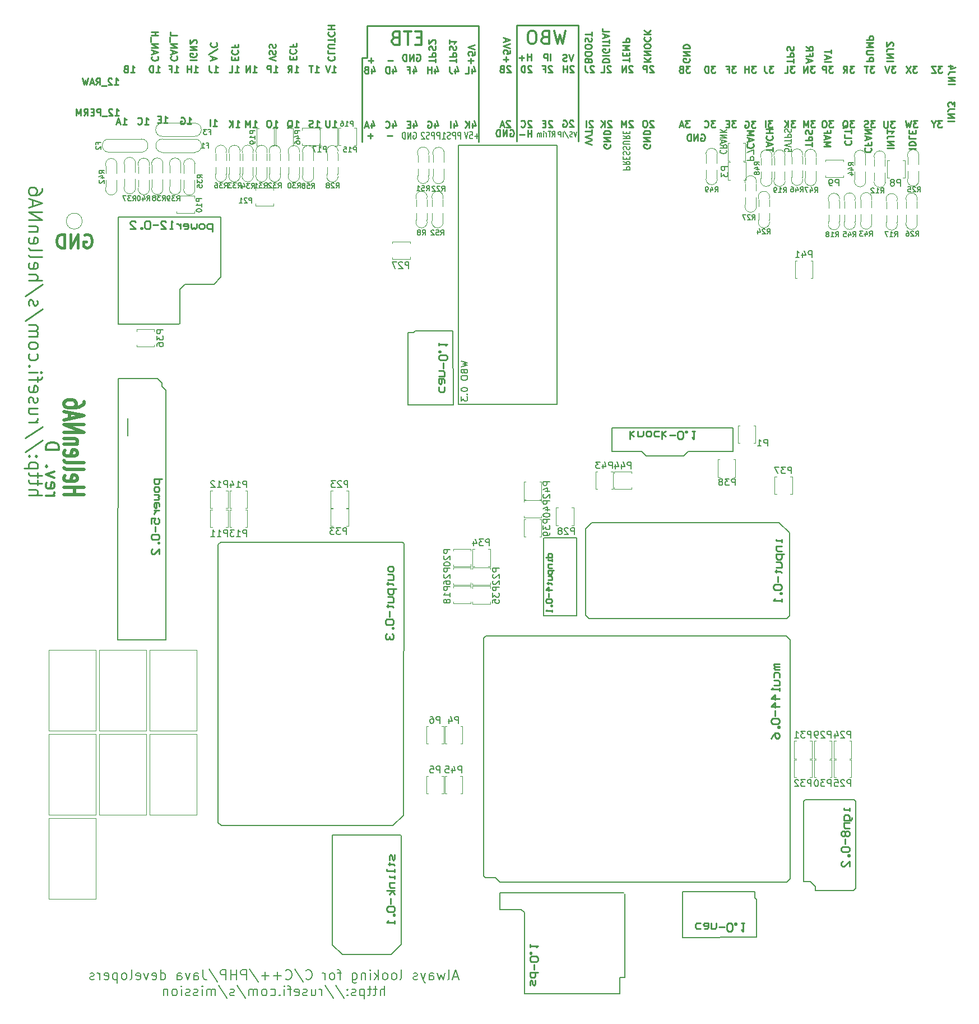
<source format=gbo>
G75*
G70*
%OFA0B0*%
%FSLAX25Y25*%
%IPPOS*%
%LPD*%
%AMOC8*
5,1,8,0,0,1.08239X$1,22.5*
%
%ADD101C,0.01969*%
%ADD107C,0.00984*%
%ADD108C,0.00669*%
%ADD109C,0.00500*%
%ADD110C,0.01181*%
%ADD111C,0.00591*%
%ADD116C,0.00390*%
%ADD117C,0.00472*%
%ADD128C,0.00880*%
%ADD129C,0.01378*%
%ADD130C,0.00807*%
%ADD94C,0.00787*%
%ADD95C,0.01575*%
%ADD96C,0.01000*%
X0000000Y0000000D02*
%LPD*%
G01*
D107*
X0293786Y0592738D02*
X0293786Y0523801D01*
X0330400Y0523801D02*
X0330400Y0592738D01*
X0201975Y0573446D02*
X0201975Y0523407D01*
X0271306Y0523407D02*
X0271306Y0592344D01*
X0201936Y0573643D02*
X0205007Y0573643D01*
X0204967Y0592344D02*
X0204967Y0573604D01*
X0271306Y0592344D02*
X0204967Y0592344D01*
X0330400Y0592738D02*
X0293786Y0592738D01*
D128*
X0083784Y0534865D02*
X0086069Y0534865D01*
X0084926Y0534865D02*
X0084926Y0538865D01*
X0085307Y0538294D01*
X0085688Y0537913D01*
X0086069Y0537722D01*
X0082069Y0536960D02*
X0080736Y0536960D01*
X0080164Y0534865D02*
X0082069Y0534865D01*
X0082069Y0538865D01*
X0080164Y0538865D01*
X0494534Y0568627D02*
X0492058Y0568627D01*
X0493391Y0567104D01*
X0492820Y0567104D01*
X0492439Y0566913D01*
X0492248Y0566723D01*
X0492058Y0566342D01*
X0492058Y0565389D01*
X0492248Y0565008D01*
X0492439Y0564818D01*
X0492820Y0564627D01*
X0493963Y0564627D01*
X0494344Y0564818D01*
X0494534Y0565008D01*
X0488058Y0564627D02*
X0489391Y0566532D01*
X0490344Y0564627D02*
X0490344Y0568627D01*
X0488820Y0568627D01*
X0488439Y0568437D01*
X0488248Y0568247D01*
X0488058Y0567866D01*
X0488058Y0567294D01*
X0488248Y0566913D01*
X0488439Y0566723D01*
X0488820Y0566532D01*
X0490344Y0566532D01*
D129*
X0322939Y0589569D02*
X0321064Y0581695D01*
X0319564Y0587319D01*
X0318064Y0581695D01*
X0316190Y0589569D01*
X0310565Y0585820D02*
X0309440Y0585445D01*
X0309065Y0585070D01*
X0308691Y0584320D01*
X0308691Y0583195D01*
X0309065Y0582445D01*
X0309440Y0582070D01*
X0310190Y0581695D01*
X0313190Y0581695D01*
X0313190Y0589569D01*
X0310565Y0589569D01*
X0309815Y0589194D01*
X0309440Y0588819D01*
X0309065Y0588069D01*
X0309065Y0587319D01*
X0309440Y0586570D01*
X0309815Y0586195D01*
X0310565Y0585820D01*
X0313190Y0585820D01*
X0303816Y0589569D02*
X0302316Y0589569D01*
X0301566Y0589194D01*
X0300817Y0588444D01*
X0300442Y0586945D01*
X0300442Y0584320D01*
X0300817Y0582820D01*
X0301566Y0582070D01*
X0302316Y0581695D01*
X0303816Y0581695D01*
X0304566Y0582070D01*
X0305316Y0582820D01*
X0305691Y0584320D01*
X0305691Y0586945D01*
X0305316Y0588444D01*
X0304566Y0589194D01*
X0303816Y0589569D01*
D128*
X0327457Y0575519D02*
X0326124Y0571519D01*
X0324791Y0575519D01*
X0323648Y0571709D02*
X0323076Y0571519D01*
X0322124Y0571519D01*
X0321743Y0571709D01*
X0321553Y0571900D01*
X0321362Y0572280D01*
X0321362Y0572661D01*
X0321553Y0573042D01*
X0321743Y0573233D01*
X0322124Y0573423D01*
X0322886Y0573614D01*
X0323267Y0573804D01*
X0323457Y0573995D01*
X0323648Y0574376D01*
X0323648Y0574757D01*
X0323457Y0575138D01*
X0323267Y0575328D01*
X0322886Y0575519D01*
X0321933Y0575519D01*
X0321362Y0575328D01*
X0208263Y0527098D02*
X0205215Y0527098D01*
X0206739Y0525574D02*
X0206739Y0528621D01*
X0232389Y0566999D02*
X0232389Y0564332D01*
X0233342Y0568523D02*
X0234294Y0565666D01*
X0231818Y0565666D01*
X0228961Y0566427D02*
X0230294Y0566427D01*
X0230294Y0564332D02*
X0230294Y0568332D01*
X0228389Y0568332D01*
X0482129Y0536127D02*
X0479653Y0536127D01*
X0480987Y0534604D01*
X0480415Y0534604D01*
X0480034Y0534413D01*
X0479844Y0534223D01*
X0479653Y0533842D01*
X0479653Y0532889D01*
X0479844Y0532508D01*
X0480034Y0532318D01*
X0480415Y0532127D01*
X0481558Y0532127D01*
X0481939Y0532318D01*
X0482129Y0532508D01*
X0477177Y0536127D02*
X0476415Y0536127D01*
X0476034Y0535937D01*
X0475653Y0535556D01*
X0475463Y0534794D01*
X0475463Y0533461D01*
X0475653Y0532699D01*
X0476034Y0532318D01*
X0476415Y0532127D01*
X0477177Y0532127D01*
X0477558Y0532318D01*
X0477939Y0532699D01*
X0478129Y0533461D01*
X0478129Y0534794D01*
X0477939Y0535556D01*
X0477558Y0535937D01*
X0477177Y0536127D01*
X0149338Y0532324D02*
X0151624Y0532324D01*
X0150481Y0532324D02*
X0150481Y0536324D01*
X0150862Y0535753D01*
X0151243Y0535372D01*
X0151624Y0535181D01*
X0146862Y0536324D02*
X0146100Y0536324D01*
X0145719Y0536134D01*
X0145338Y0535753D01*
X0145148Y0534991D01*
X0145148Y0533658D01*
X0145338Y0532896D01*
X0145719Y0532515D01*
X0146100Y0532324D01*
X0146862Y0532324D01*
X0147243Y0532515D01*
X0147624Y0532896D01*
X0147814Y0533658D01*
X0147814Y0534991D01*
X0147624Y0535753D01*
X0147243Y0536134D01*
X0146862Y0536324D01*
X0446213Y0517714D02*
X0446213Y0520000D01*
X0442213Y0518857D02*
X0446213Y0518857D01*
X0443356Y0521143D02*
X0443356Y0523048D01*
X0442213Y0520762D02*
X0446213Y0522095D01*
X0442213Y0523429D01*
X0442594Y0527048D02*
X0442403Y0526857D01*
X0442213Y0526286D01*
X0442213Y0525905D01*
X0442403Y0525333D01*
X0442784Y0524952D01*
X0443165Y0524762D01*
X0443927Y0524571D01*
X0444499Y0524571D01*
X0445260Y0524762D01*
X0445641Y0524952D01*
X0446022Y0525333D01*
X0446213Y0525905D01*
X0446213Y0526286D01*
X0446022Y0526857D01*
X0445832Y0527048D01*
X0442213Y0528762D02*
X0446213Y0528762D01*
X0444308Y0528762D02*
X0444308Y0531048D01*
X0442213Y0531048D02*
X0446213Y0531048D01*
X0126362Y0564824D02*
X0128648Y0564824D01*
X0127505Y0564824D02*
X0127505Y0568824D01*
X0127886Y0568253D01*
X0128267Y0567872D01*
X0128648Y0567681D01*
X0122743Y0564824D02*
X0124648Y0564824D01*
X0124648Y0568824D01*
X0446558Y0568627D02*
X0444082Y0568627D01*
X0445415Y0567104D01*
X0444844Y0567104D01*
X0444463Y0566913D01*
X0444272Y0566723D01*
X0444082Y0566342D01*
X0444082Y0565389D01*
X0444272Y0565008D01*
X0444463Y0564818D01*
X0444844Y0564627D01*
X0445987Y0564627D01*
X0446367Y0564818D01*
X0446558Y0565008D01*
X0441225Y0568627D02*
X0441225Y0565770D01*
X0441415Y0565199D01*
X0441796Y0564818D01*
X0442367Y0564627D01*
X0442748Y0564627D01*
X0489326Y0524219D02*
X0489136Y0524028D01*
X0488945Y0523457D01*
X0488945Y0523076D01*
X0489136Y0522504D01*
X0489517Y0522123D01*
X0489898Y0521933D01*
X0490659Y0521742D01*
X0491231Y0521742D01*
X0491993Y0521933D01*
X0492374Y0522123D01*
X0492755Y0522504D01*
X0492945Y0523076D01*
X0492945Y0523457D01*
X0492755Y0524028D01*
X0492564Y0524219D01*
X0488945Y0527838D02*
X0488945Y0525933D01*
X0492945Y0525933D01*
X0492945Y0528600D02*
X0492945Y0530885D01*
X0488945Y0529742D02*
X0492945Y0529742D01*
X0494629Y0536127D02*
X0492153Y0536127D01*
X0493487Y0534604D01*
X0492915Y0534604D01*
X0492534Y0534413D01*
X0492344Y0534223D01*
X0492153Y0533842D01*
X0492153Y0532889D01*
X0492344Y0532508D01*
X0492534Y0532318D01*
X0492915Y0532127D01*
X0494058Y0532127D01*
X0494439Y0532318D01*
X0494629Y0532508D01*
X0487772Y0531747D02*
X0488153Y0531937D01*
X0488534Y0532318D01*
X0489106Y0532889D01*
X0489487Y0533080D01*
X0489867Y0533080D01*
X0489677Y0532127D02*
X0490058Y0532318D01*
X0490439Y0532699D01*
X0490629Y0533461D01*
X0490629Y0534794D01*
X0490439Y0535556D01*
X0490058Y0535937D01*
X0489677Y0536127D01*
X0488915Y0536127D01*
X0488534Y0535937D01*
X0488153Y0535556D01*
X0487963Y0534794D01*
X0487963Y0533461D01*
X0488153Y0532699D01*
X0488534Y0532318D01*
X0488915Y0532127D01*
X0489677Y0532127D01*
X0160824Y0572517D02*
X0160824Y0573850D01*
X0158729Y0574421D02*
X0158729Y0572517D01*
X0162729Y0572517D01*
X0162729Y0574421D01*
X0159110Y0578421D02*
X0158919Y0578231D01*
X0158729Y0577659D01*
X0158729Y0577278D01*
X0158919Y0576707D01*
X0159300Y0576326D01*
X0159681Y0576136D01*
X0160443Y0575945D01*
X0161014Y0575945D01*
X0161776Y0576136D01*
X0162157Y0576326D01*
X0162538Y0576707D01*
X0162729Y0577278D01*
X0162729Y0577659D01*
X0162538Y0578231D01*
X0162348Y0578421D01*
X0160824Y0581469D02*
X0160824Y0580136D01*
X0158729Y0580136D02*
X0162729Y0580136D01*
X0162729Y0582040D01*
X0079243Y0564824D02*
X0081529Y0564824D01*
X0080386Y0564824D02*
X0080386Y0568824D01*
X0080767Y0568253D01*
X0081148Y0567872D01*
X0081529Y0567681D01*
X0077529Y0564824D02*
X0077529Y0568824D01*
X0076576Y0568824D01*
X0076005Y0568634D01*
X0075624Y0568253D01*
X0075433Y0567872D01*
X0075243Y0567110D01*
X0075243Y0566539D01*
X0075433Y0565777D01*
X0075624Y0565396D01*
X0076005Y0565015D01*
X0076576Y0564824D01*
X0077529Y0564824D01*
D94*
X0271379Y0526901D02*
X0268979Y0526901D01*
X0270179Y0525377D02*
X0270179Y0528424D01*
X0265980Y0529377D02*
X0267479Y0529377D01*
X0267629Y0527472D01*
X0267479Y0527663D01*
X0267179Y0527853D01*
X0266430Y0527853D01*
X0266130Y0527663D01*
X0265980Y0527472D01*
X0265830Y0527091D01*
X0265830Y0526139D01*
X0265980Y0525758D01*
X0266130Y0525567D01*
X0266430Y0525377D01*
X0267179Y0525377D01*
X0267479Y0525567D01*
X0267629Y0525758D01*
X0264930Y0529377D02*
X0263880Y0525377D01*
X0262830Y0529377D01*
D128*
X0360977Y0571051D02*
X0360977Y0573336D01*
X0356977Y0572194D02*
X0360977Y0572194D01*
X0359072Y0574670D02*
X0359072Y0576003D01*
X0356977Y0576574D02*
X0356977Y0574670D01*
X0360977Y0574670D01*
X0360977Y0576574D01*
X0356977Y0578289D02*
X0360977Y0578289D01*
X0358119Y0579622D01*
X0360977Y0580955D01*
X0356977Y0580955D01*
X0356977Y0582860D02*
X0360977Y0582860D01*
X0360977Y0584384D01*
X0360786Y0584765D01*
X0360596Y0584955D01*
X0360215Y0585146D01*
X0359643Y0585146D01*
X0359262Y0584955D01*
X0359072Y0584765D01*
X0358881Y0584384D01*
X0358881Y0582860D01*
D94*
X0260563Y0525298D02*
X0260563Y0529298D01*
X0259364Y0529298D01*
X0259064Y0529108D01*
X0258914Y0528917D01*
X0258764Y0528536D01*
X0258764Y0527965D01*
X0258914Y0527584D01*
X0259064Y0527393D01*
X0259364Y0527203D01*
X0260563Y0527203D01*
X0257414Y0525298D02*
X0257414Y0529298D01*
X0256214Y0529298D01*
X0255914Y0529108D01*
X0255764Y0528917D01*
X0255614Y0528536D01*
X0255614Y0527965D01*
X0255764Y0527584D01*
X0255914Y0527393D01*
X0256214Y0527203D01*
X0257414Y0527203D01*
X0254414Y0525489D02*
X0253964Y0525298D01*
X0253214Y0525298D01*
X0252914Y0525489D01*
X0252764Y0525679D01*
X0252614Y0526060D01*
X0252614Y0526441D01*
X0252764Y0526822D01*
X0252914Y0527012D01*
X0253214Y0527203D01*
X0253814Y0527393D01*
X0254114Y0527584D01*
X0254264Y0527774D01*
X0254414Y0528155D01*
X0254414Y0528536D01*
X0254264Y0528917D01*
X0254114Y0529108D01*
X0253814Y0529298D01*
X0253064Y0529298D01*
X0252614Y0529108D01*
X0249615Y0525298D02*
X0251415Y0525298D01*
X0250515Y0525298D02*
X0250515Y0529298D01*
X0250815Y0528727D01*
X0251115Y0528346D01*
X0251415Y0528155D01*
D128*
X0397034Y0568627D02*
X0394558Y0568627D01*
X0395891Y0567104D01*
X0395320Y0567104D01*
X0394939Y0566913D01*
X0394748Y0566723D01*
X0394558Y0566342D01*
X0394558Y0565389D01*
X0394748Y0565008D01*
X0394939Y0564818D01*
X0395320Y0564627D01*
X0396463Y0564627D01*
X0396844Y0564818D01*
X0397034Y0565008D01*
X0391510Y0566723D02*
X0390939Y0566532D01*
X0390748Y0566342D01*
X0390558Y0565961D01*
X0390558Y0565389D01*
X0390748Y0565008D01*
X0390939Y0564818D01*
X0391320Y0564627D01*
X0392844Y0564627D01*
X0392844Y0568627D01*
X0391510Y0568627D01*
X0391129Y0568437D01*
X0390939Y0568247D01*
X0390748Y0567866D01*
X0390748Y0567485D01*
X0390939Y0567104D01*
X0391129Y0566913D01*
X0391510Y0566723D01*
X0392844Y0566723D01*
X0267675Y0534499D02*
X0267675Y0531832D01*
X0268627Y0536023D02*
X0269580Y0533166D01*
X0267104Y0533166D01*
X0265580Y0531832D02*
X0265580Y0535832D01*
X0263294Y0531832D02*
X0265008Y0534118D01*
X0263294Y0535832D02*
X0265580Y0533546D01*
D111*
X0329652Y0529600D02*
X0328734Y0526451D01*
X0327815Y0529600D01*
X0327028Y0526601D02*
X0326634Y0526451D01*
X0325978Y0526451D01*
X0325715Y0526601D01*
X0325584Y0526750D01*
X0325453Y0527050D01*
X0325453Y0527350D01*
X0325584Y0527650D01*
X0325715Y0527800D01*
X0325978Y0527950D01*
X0326503Y0528100D01*
X0326765Y0528250D01*
X0326896Y0528400D01*
X0327028Y0528700D01*
X0327028Y0529000D01*
X0326896Y0529300D01*
X0326765Y0529450D01*
X0326503Y0529600D01*
X0325847Y0529600D01*
X0325453Y0529450D01*
X0322303Y0529750D02*
X0324665Y0525701D01*
X0321385Y0526451D02*
X0321385Y0529600D01*
X0320072Y0526451D02*
X0320072Y0529600D01*
X0319022Y0529600D01*
X0318760Y0529450D01*
X0318629Y0529300D01*
X0318497Y0529000D01*
X0318497Y0528550D01*
X0318629Y0528250D01*
X0318760Y0528100D01*
X0319022Y0527950D01*
X0320072Y0527950D01*
D128*
X0403546Y0527907D02*
X0403927Y0528097D01*
X0404499Y0528097D01*
X0405070Y0527907D01*
X0405451Y0527526D01*
X0405642Y0527145D01*
X0405832Y0526383D01*
X0405832Y0525812D01*
X0405642Y0525050D01*
X0405451Y0524669D01*
X0405070Y0524288D01*
X0404499Y0524097D01*
X0404118Y0524097D01*
X0403546Y0524288D01*
X0403356Y0524478D01*
X0403356Y0525812D01*
X0404118Y0525812D01*
X0401642Y0524097D02*
X0401642Y0528097D01*
X0399356Y0524097D01*
X0399356Y0528097D01*
X0397451Y0524097D02*
X0397451Y0528097D01*
X0396499Y0528097D01*
X0395927Y0527907D01*
X0395546Y0527526D01*
X0395356Y0527145D01*
X0395165Y0526383D01*
X0395165Y0525812D01*
X0395356Y0525050D01*
X0395546Y0524669D01*
X0395927Y0524288D01*
X0396499Y0524097D01*
X0397451Y0524097D01*
D94*
X0357213Y0506894D02*
X0361213Y0506894D01*
X0361213Y0508094D01*
X0361022Y0508394D01*
X0360832Y0508544D01*
X0360451Y0508694D01*
X0359880Y0508694D01*
X0359499Y0508544D01*
X0359308Y0508394D01*
X0359118Y0508094D01*
X0359118Y0506894D01*
X0357213Y0511843D02*
X0359118Y0510793D01*
X0357213Y0510044D02*
X0361213Y0510044D01*
X0361213Y0511243D01*
X0361022Y0511543D01*
X0360832Y0511693D01*
X0360451Y0511843D01*
X0359880Y0511843D01*
X0359499Y0511693D01*
X0359308Y0511543D01*
X0359118Y0511243D01*
X0359118Y0510044D01*
X0359308Y0513193D02*
X0359308Y0514243D01*
X0357213Y0514693D02*
X0357213Y0513193D01*
X0361213Y0513193D01*
X0361213Y0514693D01*
X0357403Y0515893D02*
X0357213Y0516343D01*
X0357213Y0517093D01*
X0357403Y0517393D01*
X0357594Y0517543D01*
X0357975Y0517693D01*
X0358356Y0517693D01*
X0358737Y0517543D01*
X0358927Y0517393D01*
X0359118Y0517093D01*
X0359308Y0516493D01*
X0359499Y0516193D01*
X0359689Y0516043D01*
X0360070Y0515893D01*
X0360451Y0515893D01*
X0360832Y0516043D01*
X0361022Y0516193D01*
X0361213Y0516493D01*
X0361213Y0517243D01*
X0361022Y0517693D01*
X0357403Y0518892D02*
X0357213Y0519342D01*
X0357213Y0520092D01*
X0357403Y0520392D01*
X0357594Y0520542D01*
X0357975Y0520692D01*
X0358356Y0520692D01*
X0358737Y0520542D01*
X0358927Y0520392D01*
X0359118Y0520092D01*
X0359308Y0519492D01*
X0359499Y0519192D01*
X0359689Y0519042D01*
X0360070Y0518892D01*
X0360451Y0518892D01*
X0360832Y0519042D01*
X0361022Y0519192D01*
X0361213Y0519492D01*
X0361213Y0520242D01*
X0361022Y0520692D01*
X0361213Y0522042D02*
X0357975Y0522042D01*
X0357594Y0522192D01*
X0357403Y0522342D01*
X0357213Y0522642D01*
X0357213Y0523242D01*
X0357403Y0523542D01*
X0357594Y0523692D01*
X0357975Y0523842D01*
X0361213Y0523842D01*
X0357213Y0527141D02*
X0359118Y0526092D01*
X0357213Y0525342D02*
X0361213Y0525342D01*
X0361213Y0526541D01*
X0361022Y0526841D01*
X0360832Y0526991D01*
X0360451Y0527141D01*
X0359880Y0527141D01*
X0359499Y0526991D01*
X0359308Y0526841D01*
X0359118Y0526541D01*
X0359118Y0525342D01*
X0359308Y0528491D02*
X0359308Y0529541D01*
X0357213Y0529991D02*
X0357213Y0528491D01*
X0361213Y0528491D01*
X0361213Y0529991D01*
D128*
X0349408Y0521934D02*
X0349599Y0521553D01*
X0349599Y0520982D01*
X0349408Y0520410D01*
X0349027Y0520029D01*
X0348646Y0519839D01*
X0347884Y0519648D01*
X0347313Y0519648D01*
X0346551Y0519839D01*
X0346170Y0520029D01*
X0345789Y0520410D01*
X0345599Y0520982D01*
X0345599Y0521363D01*
X0345789Y0521934D01*
X0345980Y0522125D01*
X0347313Y0522125D01*
X0347313Y0521363D01*
X0345599Y0523839D02*
X0349599Y0523839D01*
X0345599Y0526125D01*
X0349599Y0526125D01*
X0345599Y0528029D02*
X0349599Y0528029D01*
X0349599Y0528982D01*
X0349408Y0529553D01*
X0349027Y0529934D01*
X0348646Y0530125D01*
X0347884Y0530315D01*
X0347313Y0530315D01*
X0346551Y0530125D01*
X0346170Y0529934D01*
X0345789Y0529553D01*
X0345599Y0528982D01*
X0345599Y0528029D01*
X0506939Y0536127D02*
X0504463Y0536127D01*
X0505796Y0534604D01*
X0505225Y0534604D01*
X0504844Y0534413D01*
X0504653Y0534223D01*
X0504463Y0533842D01*
X0504463Y0532889D01*
X0504653Y0532508D01*
X0504844Y0532318D01*
X0505225Y0532127D01*
X0506367Y0532127D01*
X0506748Y0532318D01*
X0506939Y0532508D01*
X0502939Y0532318D02*
X0502367Y0532127D01*
X0501415Y0532127D01*
X0501034Y0532318D01*
X0500844Y0532508D01*
X0500653Y0532889D01*
X0500653Y0533270D01*
X0500844Y0533651D01*
X0501034Y0533842D01*
X0501415Y0534032D01*
X0502177Y0534223D01*
X0502558Y0534413D01*
X0502748Y0534604D01*
X0502939Y0534985D01*
X0502939Y0535366D01*
X0502748Y0535747D01*
X0502558Y0535937D01*
X0502177Y0536127D01*
X0501225Y0536127D01*
X0500653Y0535937D01*
X0532320Y0536127D02*
X0529844Y0536127D01*
X0531177Y0534604D01*
X0530606Y0534604D01*
X0530225Y0534413D01*
X0530034Y0534223D01*
X0529844Y0533842D01*
X0529844Y0532889D01*
X0530034Y0532508D01*
X0530225Y0532318D01*
X0530606Y0532127D01*
X0531748Y0532127D01*
X0532129Y0532318D01*
X0532320Y0532508D01*
X0528510Y0536127D02*
X0527558Y0532127D01*
X0526796Y0534985D01*
X0526034Y0532127D01*
X0525082Y0536127D01*
X0459534Y0536127D02*
X0457058Y0536127D01*
X0458391Y0534604D01*
X0457820Y0534604D01*
X0457439Y0534413D01*
X0457248Y0534223D01*
X0457058Y0533842D01*
X0457058Y0532889D01*
X0457248Y0532508D01*
X0457439Y0532318D01*
X0457820Y0532127D01*
X0458963Y0532127D01*
X0459344Y0532318D01*
X0459534Y0532508D01*
X0455344Y0532127D02*
X0455344Y0536127D01*
X0453058Y0532127D02*
X0454772Y0534413D01*
X0453058Y0536127D02*
X0455344Y0533842D01*
X0327785Y0568443D02*
X0327595Y0568634D01*
X0327214Y0568824D01*
X0326262Y0568824D01*
X0325881Y0568634D01*
X0325690Y0568443D01*
X0325500Y0568062D01*
X0325500Y0567681D01*
X0325690Y0567110D01*
X0327976Y0564824D01*
X0325500Y0564824D01*
X0323785Y0564824D02*
X0323785Y0568824D01*
X0323785Y0566920D02*
X0321500Y0566920D01*
X0321500Y0564824D02*
X0321500Y0568824D01*
X0550362Y0535836D02*
X0554362Y0535836D01*
X0550362Y0537741D02*
X0554362Y0537741D01*
X0550362Y0540026D01*
X0554362Y0540026D01*
X0554362Y0543074D02*
X0551505Y0543074D01*
X0550934Y0542883D01*
X0550553Y0542502D01*
X0550362Y0541931D01*
X0550362Y0541550D01*
X0554362Y0544598D02*
X0554362Y0547074D01*
X0552839Y0545741D01*
X0552839Y0546312D01*
X0552648Y0546693D01*
X0552458Y0546883D01*
X0552077Y0547074D01*
X0551124Y0547074D01*
X0550743Y0546883D01*
X0550553Y0546693D01*
X0550362Y0546312D01*
X0550362Y0545169D01*
X0550553Y0544788D01*
X0550743Y0544598D01*
X0126316Y0572103D02*
X0126316Y0573436D01*
X0124221Y0574008D02*
X0124221Y0572103D01*
X0128221Y0572103D01*
X0128221Y0574008D01*
X0124602Y0578008D02*
X0124411Y0577817D01*
X0124221Y0577246D01*
X0124221Y0576865D01*
X0124411Y0576294D01*
X0124792Y0575913D01*
X0125173Y0575722D01*
X0125935Y0575532D01*
X0126506Y0575532D01*
X0127268Y0575722D01*
X0127649Y0575913D01*
X0128030Y0576294D01*
X0128221Y0576865D01*
X0128221Y0577246D01*
X0128030Y0577817D01*
X0127840Y0578008D01*
X0126316Y0581056D02*
X0126316Y0579722D01*
X0124221Y0579722D02*
X0128221Y0579722D01*
X0128221Y0581627D01*
X0436010Y0535950D02*
X0433534Y0535950D01*
X0434868Y0534427D01*
X0434296Y0534427D01*
X0433915Y0534236D01*
X0433725Y0534046D01*
X0433534Y0533665D01*
X0433534Y0532712D01*
X0433725Y0532331D01*
X0433915Y0532141D01*
X0434296Y0531950D01*
X0435439Y0531950D01*
X0435820Y0532141D01*
X0436010Y0532331D01*
X0429725Y0535760D02*
X0430106Y0535950D01*
X0430677Y0535950D01*
X0431249Y0535760D01*
X0431630Y0535379D01*
X0431820Y0534998D01*
X0432010Y0534236D01*
X0432010Y0533665D01*
X0431820Y0532903D01*
X0431630Y0532522D01*
X0431249Y0532141D01*
X0430677Y0531950D01*
X0430296Y0531950D01*
X0429725Y0532141D01*
X0429534Y0532331D01*
X0429534Y0533665D01*
X0430296Y0533665D01*
X0220231Y0571940D02*
X0217184Y0571940D01*
X0501176Y0519909D02*
X0500986Y0519718D01*
X0500796Y0519147D01*
X0500796Y0518766D01*
X0500986Y0518194D01*
X0501367Y0517813D01*
X0501748Y0517623D01*
X0502510Y0517432D01*
X0503081Y0517432D01*
X0503843Y0517623D01*
X0504224Y0517813D01*
X0504605Y0518194D01*
X0504796Y0518766D01*
X0504796Y0519147D01*
X0504605Y0519718D01*
X0504415Y0519909D01*
X0502891Y0522956D02*
X0502891Y0521623D01*
X0500796Y0521623D02*
X0504796Y0521623D01*
X0504796Y0523528D01*
X0501938Y0524861D02*
X0501938Y0526766D01*
X0500796Y0524480D02*
X0504796Y0525813D01*
X0500796Y0527147D01*
X0500796Y0528480D02*
X0504796Y0528480D01*
X0500796Y0530766D01*
X0504796Y0530766D01*
X0173767Y0564824D02*
X0176052Y0564824D01*
X0174910Y0564824D02*
X0174910Y0568824D01*
X0175291Y0568253D01*
X0175672Y0567872D01*
X0176052Y0567681D01*
X0172624Y0568824D02*
X0170338Y0568824D01*
X0171481Y0564824D02*
X0171481Y0568824D01*
X0471336Y0536127D02*
X0468859Y0536127D01*
X0470193Y0534604D01*
X0469621Y0534604D01*
X0469240Y0534413D01*
X0469050Y0534223D01*
X0468859Y0533842D01*
X0468859Y0532889D01*
X0469050Y0532508D01*
X0469240Y0532318D01*
X0469621Y0532127D01*
X0470764Y0532127D01*
X0471145Y0532318D01*
X0471336Y0532508D01*
X0467145Y0532127D02*
X0467145Y0536127D01*
X0465812Y0533270D01*
X0464478Y0536127D01*
X0464478Y0532127D01*
D101*
X0024585Y0313819D02*
X0036396Y0313819D01*
X0030772Y0313819D02*
X0030772Y0318319D01*
X0024585Y0318319D02*
X0036396Y0318319D01*
X0025147Y0325068D02*
X0024585Y0324318D01*
X0024585Y0322818D01*
X0025147Y0322068D01*
X0026272Y0321693D01*
X0030772Y0321693D01*
X0031896Y0322068D01*
X0032459Y0322818D01*
X0032459Y0324318D01*
X0031896Y0325068D01*
X0030772Y0325443D01*
X0029647Y0325443D01*
X0028522Y0321693D01*
X0024585Y0329942D02*
X0025147Y0329192D01*
X0026272Y0328817D01*
X0036396Y0328817D01*
X0024585Y0334067D02*
X0025147Y0333317D01*
X0026272Y0332942D01*
X0036396Y0332942D01*
X0025147Y0340066D02*
X0024585Y0339316D01*
X0024585Y0337816D01*
X0025147Y0337066D01*
X0026272Y0336691D01*
X0030772Y0336691D01*
X0031896Y0337066D01*
X0032459Y0337816D01*
X0032459Y0339316D01*
X0031896Y0340066D01*
X0030772Y0340441D01*
X0029647Y0340441D01*
X0028522Y0336691D01*
X0032459Y0343816D02*
X0024585Y0343816D01*
X0031334Y0343816D02*
X0031896Y0344191D01*
X0032459Y0344940D01*
X0032459Y0346065D01*
X0031896Y0346815D01*
X0030772Y0347190D01*
X0024585Y0347190D01*
X0024585Y0350940D02*
X0036396Y0350940D01*
X0024585Y0355439D01*
X0036396Y0355439D01*
X0027959Y0358814D02*
X0027959Y0362563D01*
X0024585Y0358064D02*
X0036396Y0360688D01*
X0024585Y0363313D01*
X0036396Y0369312D02*
X0036396Y0367813D01*
X0035833Y0367063D01*
X0035271Y0366688D01*
X0033584Y0365938D01*
X0031334Y0365563D01*
X0026835Y0365563D01*
X0025710Y0365938D01*
X0025147Y0366313D01*
X0024585Y0367063D01*
X0024585Y0368562D01*
X0025147Y0369312D01*
X0025710Y0369687D01*
X0026835Y0370062D01*
X0029647Y0370062D01*
X0030772Y0369687D01*
X0031334Y0369312D01*
X0031896Y0368562D01*
X0031896Y0367063D01*
X0031334Y0366313D01*
X0030772Y0365938D01*
X0029647Y0365563D01*
D128*
X0369536Y0571137D02*
X0373536Y0571137D01*
X0369536Y0573423D02*
X0371821Y0571709D01*
X0373536Y0573423D02*
X0371250Y0571137D01*
X0369536Y0575137D02*
X0373536Y0575137D01*
X0369536Y0577423D01*
X0373536Y0577423D01*
X0373536Y0580090D02*
X0373536Y0580852D01*
X0373345Y0581232D01*
X0372964Y0581613D01*
X0372202Y0581804D01*
X0370869Y0581804D01*
X0370107Y0581613D01*
X0369726Y0581232D01*
X0369536Y0580852D01*
X0369536Y0580090D01*
X0369726Y0579709D01*
X0370107Y0579328D01*
X0370869Y0579137D01*
X0372202Y0579137D01*
X0372964Y0579328D01*
X0373345Y0579709D01*
X0373536Y0580090D01*
X0369917Y0585804D02*
X0369726Y0585613D01*
X0369536Y0585042D01*
X0369536Y0584661D01*
X0369726Y0584090D01*
X0370107Y0583709D01*
X0370488Y0583518D01*
X0371250Y0583328D01*
X0371821Y0583328D01*
X0372583Y0583518D01*
X0372964Y0583709D01*
X0373345Y0584090D01*
X0373536Y0584661D01*
X0373536Y0585042D01*
X0373345Y0585613D01*
X0373155Y0585804D01*
X0369536Y0587518D02*
X0373536Y0587518D01*
X0369536Y0589804D02*
X0371821Y0588090D01*
X0373536Y0589804D02*
X0371250Y0587518D01*
X0245701Y0570706D02*
X0245701Y0572992D01*
X0241701Y0571849D02*
X0245701Y0571849D01*
X0241701Y0574325D02*
X0245701Y0574325D01*
X0245701Y0575849D01*
X0245511Y0576230D01*
X0245320Y0576421D01*
X0244939Y0576611D01*
X0244368Y0576611D01*
X0243987Y0576421D01*
X0243796Y0576230D01*
X0243606Y0575849D01*
X0243606Y0574325D01*
X0241892Y0578135D02*
X0241701Y0578706D01*
X0241701Y0579659D01*
X0241892Y0580040D01*
X0242082Y0580230D01*
X0242463Y0580421D01*
X0242844Y0580421D01*
X0243225Y0580230D01*
X0243415Y0580040D01*
X0243606Y0579659D01*
X0243796Y0578897D01*
X0243987Y0578516D01*
X0244177Y0578325D01*
X0244558Y0578135D01*
X0244939Y0578135D01*
X0245320Y0578325D01*
X0245511Y0578516D01*
X0245701Y0578897D01*
X0245701Y0579849D01*
X0245511Y0580421D01*
X0245320Y0581945D02*
X0245511Y0582135D01*
X0245701Y0582516D01*
X0245701Y0583468D01*
X0245511Y0583849D01*
X0245320Y0584040D01*
X0244939Y0584230D01*
X0244558Y0584230D01*
X0243987Y0584040D01*
X0241701Y0581754D01*
X0241701Y0584230D01*
X0245175Y0534499D02*
X0245175Y0531832D01*
X0246127Y0536023D02*
X0247080Y0533166D01*
X0244604Y0533166D01*
X0240985Y0535642D02*
X0241366Y0535832D01*
X0241937Y0535832D01*
X0242508Y0535642D01*
X0242889Y0535261D01*
X0243080Y0534880D01*
X0243270Y0534118D01*
X0243270Y0533546D01*
X0243080Y0532785D01*
X0242889Y0532404D01*
X0242508Y0532023D01*
X0241937Y0531832D01*
X0241556Y0531832D01*
X0240985Y0532023D01*
X0240794Y0532213D01*
X0240794Y0533546D01*
X0241556Y0533546D01*
X0445987Y0536127D02*
X0443510Y0536127D01*
X0444844Y0534604D01*
X0444272Y0534604D01*
X0443891Y0534413D01*
X0443701Y0534223D01*
X0443510Y0533842D01*
X0443510Y0532889D01*
X0443701Y0532508D01*
X0443891Y0532318D01*
X0444272Y0532127D01*
X0445415Y0532127D01*
X0445796Y0532318D01*
X0445987Y0532508D01*
X0441796Y0532127D02*
X0441796Y0536127D01*
X0336473Y0572176D02*
X0336283Y0572747D01*
X0336092Y0572938D01*
X0335712Y0573128D01*
X0335140Y0573128D01*
X0334759Y0572938D01*
X0334569Y0572747D01*
X0334378Y0572366D01*
X0334378Y0570843D01*
X0338378Y0570843D01*
X0338378Y0572176D01*
X0338188Y0572557D01*
X0337997Y0572747D01*
X0337616Y0572938D01*
X0337235Y0572938D01*
X0336854Y0572747D01*
X0336664Y0572557D01*
X0336473Y0572176D01*
X0336473Y0570843D01*
X0338378Y0575604D02*
X0338378Y0576366D01*
X0338188Y0576747D01*
X0337807Y0577128D01*
X0337045Y0577319D01*
X0335712Y0577319D01*
X0334950Y0577128D01*
X0334569Y0576747D01*
X0334378Y0576366D01*
X0334378Y0575604D01*
X0334569Y0575224D01*
X0334950Y0574843D01*
X0335712Y0574652D01*
X0337045Y0574652D01*
X0337807Y0574843D01*
X0338188Y0575224D01*
X0338378Y0575604D01*
X0338378Y0579795D02*
X0338378Y0580557D01*
X0338188Y0580938D01*
X0337807Y0581319D01*
X0337045Y0581509D01*
X0335712Y0581509D01*
X0334950Y0581319D01*
X0334569Y0580938D01*
X0334378Y0580557D01*
X0334378Y0579795D01*
X0334569Y0579414D01*
X0334950Y0579033D01*
X0335712Y0578843D01*
X0337045Y0578843D01*
X0337807Y0579033D01*
X0338188Y0579414D01*
X0338378Y0579795D01*
X0334569Y0583033D02*
X0334378Y0583604D01*
X0334378Y0584557D01*
X0334569Y0584938D01*
X0334759Y0585128D01*
X0335140Y0585319D01*
X0335521Y0585319D01*
X0335902Y0585128D01*
X0336092Y0584938D01*
X0336283Y0584557D01*
X0336473Y0583795D01*
X0336664Y0583414D01*
X0336854Y0583224D01*
X0337235Y0583033D01*
X0337616Y0583033D01*
X0337997Y0583224D01*
X0338188Y0583414D01*
X0338378Y0583795D01*
X0338378Y0584747D01*
X0338188Y0585319D01*
X0338378Y0586462D02*
X0338378Y0588747D01*
X0334378Y0587604D02*
X0338378Y0587604D01*
D94*
X0259048Y0027216D02*
X0256236Y0027216D01*
X0259610Y0025529D02*
X0257642Y0031434D01*
X0255673Y0025529D01*
X0252861Y0025529D02*
X0253423Y0025810D01*
X0253705Y0026372D01*
X0253705Y0031434D01*
X0251174Y0029466D02*
X0250049Y0025529D01*
X0248924Y0028341D01*
X0247799Y0025529D01*
X0246674Y0029466D01*
X0241894Y0025529D02*
X0241894Y0028622D01*
X0242175Y0029184D01*
X0242737Y0029466D01*
X0243862Y0029466D01*
X0244424Y0029184D01*
X0241894Y0025810D02*
X0242456Y0025529D01*
X0243862Y0025529D01*
X0244424Y0025810D01*
X0244706Y0026372D01*
X0244706Y0026935D01*
X0244424Y0027497D01*
X0243862Y0027778D01*
X0242456Y0027778D01*
X0241894Y0028060D01*
X0239644Y0029466D02*
X0238238Y0025529D01*
X0236832Y0029466D02*
X0238238Y0025529D01*
X0238800Y0024123D01*
X0239081Y0023841D01*
X0239644Y0023560D01*
X0234863Y0025810D02*
X0234301Y0025529D01*
X0233176Y0025529D01*
X0232613Y0025810D01*
X0232332Y0026372D01*
X0232332Y0026653D01*
X0232613Y0027216D01*
X0233176Y0027497D01*
X0234020Y0027497D01*
X0234582Y0027778D01*
X0234863Y0028341D01*
X0234863Y0028622D01*
X0234582Y0029184D01*
X0234020Y0029466D01*
X0233176Y0029466D01*
X0232613Y0029184D01*
X0224458Y0025529D02*
X0225021Y0025810D01*
X0225302Y0026372D01*
X0225302Y0031434D01*
X0221365Y0025529D02*
X0221927Y0025810D01*
X0222209Y0026091D01*
X0222490Y0026653D01*
X0222490Y0028341D01*
X0222209Y0028903D01*
X0221927Y0029184D01*
X0221365Y0029466D01*
X0220521Y0029466D01*
X0219959Y0029184D01*
X0219678Y0028903D01*
X0219396Y0028341D01*
X0219396Y0026653D01*
X0219678Y0026091D01*
X0219959Y0025810D01*
X0220521Y0025529D01*
X0221365Y0025529D01*
X0216022Y0025529D02*
X0216584Y0025810D01*
X0216865Y0026091D01*
X0217147Y0026653D01*
X0217147Y0028341D01*
X0216865Y0028903D01*
X0216584Y0029184D01*
X0216022Y0029466D01*
X0215178Y0029466D01*
X0214616Y0029184D01*
X0214335Y0028903D01*
X0214053Y0028341D01*
X0214053Y0026653D01*
X0214335Y0026091D01*
X0214616Y0025810D01*
X0215178Y0025529D01*
X0216022Y0025529D01*
X0211522Y0025529D02*
X0211522Y0031434D01*
X0210960Y0027778D02*
X0209273Y0025529D01*
X0209273Y0029466D02*
X0211522Y0027216D01*
X0206742Y0025529D02*
X0206742Y0029466D01*
X0206742Y0031434D02*
X0207023Y0031153D01*
X0206742Y0030872D01*
X0206460Y0031153D01*
X0206742Y0031434D01*
X0206742Y0030872D01*
X0203930Y0029466D02*
X0203930Y0025529D01*
X0203930Y0028903D02*
X0203648Y0029184D01*
X0203086Y0029466D01*
X0202242Y0029466D01*
X0201680Y0029184D01*
X0201399Y0028622D01*
X0201399Y0025529D01*
X0196056Y0029466D02*
X0196056Y0024685D01*
X0196337Y0024123D01*
X0196618Y0023841D01*
X0197180Y0023560D01*
X0198024Y0023560D01*
X0198586Y0023841D01*
X0196056Y0025810D02*
X0196618Y0025529D01*
X0197743Y0025529D01*
X0198305Y0025810D01*
X0198586Y0026091D01*
X0198868Y0026653D01*
X0198868Y0028341D01*
X0198586Y0028903D01*
X0198305Y0029184D01*
X0197743Y0029466D01*
X0196618Y0029466D01*
X0196056Y0029184D01*
X0189588Y0029466D02*
X0187338Y0029466D01*
X0188744Y0025529D02*
X0188744Y0030590D01*
X0188463Y0031153D01*
X0187900Y0031434D01*
X0187338Y0031434D01*
X0184526Y0025529D02*
X0185088Y0025810D01*
X0185369Y0026091D01*
X0185651Y0026653D01*
X0185651Y0028341D01*
X0185369Y0028903D01*
X0185088Y0029184D01*
X0184526Y0029466D01*
X0183682Y0029466D01*
X0183120Y0029184D01*
X0182838Y0028903D01*
X0182557Y0028341D01*
X0182557Y0026653D01*
X0182838Y0026091D01*
X0183120Y0025810D01*
X0183682Y0025529D01*
X0184526Y0025529D01*
X0180026Y0025529D02*
X0180026Y0029466D01*
X0180026Y0028341D02*
X0179745Y0028903D01*
X0179464Y0029184D01*
X0178901Y0029466D01*
X0178339Y0029466D01*
X0168496Y0026091D02*
X0168778Y0025810D01*
X0169621Y0025529D01*
X0170184Y0025529D01*
X0171027Y0025810D01*
X0171590Y0026372D01*
X0171871Y0026935D01*
X0172152Y0028060D01*
X0172152Y0028903D01*
X0171871Y0030028D01*
X0171590Y0030590D01*
X0171027Y0031153D01*
X0170184Y0031434D01*
X0169621Y0031434D01*
X0168778Y0031153D01*
X0168496Y0030872D01*
X0161747Y0031715D02*
X0166809Y0024123D01*
X0156404Y0026091D02*
X0156685Y0025810D01*
X0157529Y0025529D01*
X0158092Y0025529D01*
X0158935Y0025810D01*
X0159498Y0026372D01*
X0159779Y0026935D01*
X0160060Y0028060D01*
X0160060Y0028903D01*
X0159779Y0030028D01*
X0159498Y0030590D01*
X0158935Y0031153D01*
X0158092Y0031434D01*
X0157529Y0031434D01*
X0156685Y0031153D01*
X0156404Y0030872D01*
X0153873Y0027778D02*
X0149374Y0027778D01*
X0151624Y0025529D02*
X0151624Y0030028D01*
X0146562Y0027778D02*
X0142062Y0027778D01*
X0144312Y0025529D02*
X0144312Y0030028D01*
X0135032Y0031715D02*
X0140094Y0024123D01*
X0133063Y0025529D02*
X0133063Y0031434D01*
X0130814Y0031434D01*
X0130251Y0031153D01*
X0129970Y0030872D01*
X0129689Y0030309D01*
X0129689Y0029466D01*
X0129970Y0028903D01*
X0130251Y0028622D01*
X0130814Y0028341D01*
X0133063Y0028341D01*
X0127158Y0025529D02*
X0127158Y0031434D01*
X0127158Y0028622D02*
X0123783Y0028622D01*
X0123783Y0025529D02*
X0123783Y0031434D01*
X0120971Y0025529D02*
X0120971Y0031434D01*
X0118721Y0031434D01*
X0118159Y0031153D01*
X0117878Y0030872D01*
X0117597Y0030309D01*
X0117597Y0029466D01*
X0117878Y0028903D01*
X0118159Y0028622D01*
X0118721Y0028341D01*
X0120971Y0028341D01*
X0110847Y0031715D02*
X0115909Y0024123D01*
X0107192Y0031434D02*
X0107192Y0027216D01*
X0107473Y0026372D01*
X0108035Y0025810D01*
X0108879Y0025529D01*
X0109441Y0025529D01*
X0101849Y0025529D02*
X0101849Y0028622D01*
X0102130Y0029184D01*
X0102692Y0029466D01*
X0103817Y0029466D01*
X0104380Y0029184D01*
X0101849Y0025810D02*
X0102411Y0025529D01*
X0103817Y0025529D01*
X0104380Y0025810D01*
X0104661Y0026372D01*
X0104661Y0026935D01*
X0104380Y0027497D01*
X0103817Y0027778D01*
X0102411Y0027778D01*
X0101849Y0028060D01*
X0099599Y0029466D02*
X0098193Y0025529D01*
X0096787Y0029466D01*
X0092006Y0025529D02*
X0092006Y0028622D01*
X0092287Y0029184D01*
X0092850Y0029466D01*
X0093975Y0029466D01*
X0094537Y0029184D01*
X0092006Y0025810D02*
X0092568Y0025529D01*
X0093975Y0025529D01*
X0094537Y0025810D01*
X0094818Y0026372D01*
X0094818Y0026935D01*
X0094537Y0027497D01*
X0093975Y0027778D01*
X0092568Y0027778D01*
X0092006Y0028060D01*
X0082164Y0025529D02*
X0082164Y0031434D01*
X0082164Y0025810D02*
X0082726Y0025529D01*
X0083851Y0025529D01*
X0084413Y0025810D01*
X0084694Y0026091D01*
X0084976Y0026653D01*
X0084976Y0028341D01*
X0084694Y0028903D01*
X0084413Y0029184D01*
X0083851Y0029466D01*
X0082726Y0029466D01*
X0082164Y0029184D01*
X0077102Y0025810D02*
X0077664Y0025529D01*
X0078789Y0025529D01*
X0079351Y0025810D01*
X0079633Y0026372D01*
X0079633Y0028622D01*
X0079351Y0029184D01*
X0078789Y0029466D01*
X0077664Y0029466D01*
X0077102Y0029184D01*
X0076820Y0028622D01*
X0076820Y0028060D01*
X0079633Y0027497D01*
X0074852Y0029466D02*
X0073446Y0025529D01*
X0072040Y0029466D01*
X0067540Y0025810D02*
X0068103Y0025529D01*
X0069228Y0025529D01*
X0069790Y0025810D01*
X0070071Y0026372D01*
X0070071Y0028622D01*
X0069790Y0029184D01*
X0069228Y0029466D01*
X0068103Y0029466D01*
X0067540Y0029184D01*
X0067259Y0028622D01*
X0067259Y0028060D01*
X0070071Y0027497D01*
X0063885Y0025529D02*
X0064447Y0025810D01*
X0064728Y0026372D01*
X0064728Y0031434D01*
X0060791Y0025529D02*
X0061354Y0025810D01*
X0061635Y0026091D01*
X0061916Y0026653D01*
X0061916Y0028341D01*
X0061635Y0028903D01*
X0061354Y0029184D01*
X0060791Y0029466D01*
X0059948Y0029466D01*
X0059385Y0029184D01*
X0059104Y0028903D01*
X0058823Y0028341D01*
X0058823Y0026653D01*
X0059104Y0026091D01*
X0059385Y0025810D01*
X0059948Y0025529D01*
X0060791Y0025529D01*
X0056292Y0029466D02*
X0056292Y0023560D01*
X0056292Y0029184D02*
X0055729Y0029466D01*
X0054604Y0029466D01*
X0054042Y0029184D01*
X0053761Y0028903D01*
X0053480Y0028341D01*
X0053480Y0026653D01*
X0053761Y0026091D01*
X0054042Y0025810D01*
X0054604Y0025529D01*
X0055729Y0025529D01*
X0056292Y0025810D01*
X0048699Y0025810D02*
X0049261Y0025529D01*
X0050386Y0025529D01*
X0050949Y0025810D01*
X0051230Y0026372D01*
X0051230Y0028622D01*
X0050949Y0029184D01*
X0050386Y0029466D01*
X0049261Y0029466D01*
X0048699Y0029184D01*
X0048418Y0028622D01*
X0048418Y0028060D01*
X0051230Y0027497D01*
X0045887Y0025529D02*
X0045887Y0029466D01*
X0045887Y0028341D02*
X0045606Y0028903D01*
X0045324Y0029184D01*
X0044762Y0029466D01*
X0044200Y0029466D01*
X0042512Y0025810D02*
X0041950Y0025529D01*
X0040825Y0025529D01*
X0040263Y0025810D01*
X0039981Y0026372D01*
X0039981Y0026653D01*
X0040263Y0027216D01*
X0040825Y0027497D01*
X0041669Y0027497D01*
X0042231Y0027778D01*
X0042512Y0028341D01*
X0042512Y0028622D01*
X0042231Y0029184D01*
X0041669Y0029466D01*
X0040825Y0029466D01*
X0040263Y0029184D01*
X0215319Y0016021D02*
X0215319Y0021926D01*
X0212788Y0016021D02*
X0212788Y0019114D01*
X0213069Y0019677D01*
X0213631Y0019958D01*
X0214475Y0019958D01*
X0215038Y0019677D01*
X0215319Y0019395D01*
X0210819Y0019958D02*
X0208570Y0019958D01*
X0209976Y0021926D02*
X0209976Y0016864D01*
X0209694Y0016302D01*
X0209132Y0016021D01*
X0208570Y0016021D01*
X0207445Y0019958D02*
X0205195Y0019958D01*
X0206601Y0021926D02*
X0206601Y0016864D01*
X0206320Y0016302D01*
X0205757Y0016021D01*
X0205195Y0016021D01*
X0203227Y0019958D02*
X0203227Y0014052D01*
X0203227Y0019677D02*
X0202664Y0019958D01*
X0201539Y0019958D01*
X0200977Y0019677D01*
X0200696Y0019395D01*
X0200414Y0018833D01*
X0200414Y0017146D01*
X0200696Y0016583D01*
X0200977Y0016302D01*
X0201539Y0016021D01*
X0202664Y0016021D01*
X0203227Y0016302D01*
X0198165Y0016302D02*
X0197602Y0016021D01*
X0196477Y0016021D01*
X0195915Y0016302D01*
X0195634Y0016864D01*
X0195634Y0017146D01*
X0195915Y0017708D01*
X0196477Y0017989D01*
X0197321Y0017989D01*
X0197883Y0018270D01*
X0198165Y0018833D01*
X0198165Y0019114D01*
X0197883Y0019677D01*
X0197321Y0019958D01*
X0196477Y0019958D01*
X0195915Y0019677D01*
X0193103Y0016583D02*
X0192822Y0016302D01*
X0193103Y0016021D01*
X0193384Y0016302D01*
X0193103Y0016583D01*
X0193103Y0016021D01*
X0193103Y0019677D02*
X0192822Y0019395D01*
X0193103Y0019114D01*
X0193384Y0019395D01*
X0193103Y0019677D01*
X0193103Y0019114D01*
X0186072Y0022207D02*
X0191134Y0014615D01*
X0179886Y0022207D02*
X0184948Y0014615D01*
X0177917Y0016021D02*
X0177917Y0019958D01*
X0177917Y0018833D02*
X0177636Y0019395D01*
X0177355Y0019677D01*
X0176792Y0019958D01*
X0176230Y0019958D01*
X0171730Y0019958D02*
X0171730Y0016021D01*
X0174261Y0019958D02*
X0174261Y0016864D01*
X0173980Y0016302D01*
X0173418Y0016021D01*
X0172574Y0016021D01*
X0172012Y0016302D01*
X0171730Y0016583D01*
X0169200Y0016302D02*
X0168637Y0016021D01*
X0167512Y0016021D01*
X0166950Y0016302D01*
X0166669Y0016864D01*
X0166669Y0017146D01*
X0166950Y0017708D01*
X0167512Y0017989D01*
X0168356Y0017989D01*
X0168918Y0018270D01*
X0169200Y0018833D01*
X0169200Y0019114D01*
X0168918Y0019677D01*
X0168356Y0019958D01*
X0167512Y0019958D01*
X0166950Y0019677D01*
X0161888Y0016302D02*
X0162450Y0016021D01*
X0163575Y0016021D01*
X0164138Y0016302D01*
X0164419Y0016864D01*
X0164419Y0019114D01*
X0164138Y0019677D01*
X0163575Y0019958D01*
X0162450Y0019958D01*
X0161888Y0019677D01*
X0161607Y0019114D01*
X0161607Y0018552D01*
X0164419Y0017989D01*
X0159919Y0019958D02*
X0157670Y0019958D01*
X0159076Y0016021D02*
X0159076Y0021083D01*
X0158795Y0021645D01*
X0158232Y0021926D01*
X0157670Y0021926D01*
X0155701Y0016021D02*
X0155701Y0019958D01*
X0155701Y0021926D02*
X0155982Y0021645D01*
X0155701Y0021364D01*
X0155420Y0021645D01*
X0155701Y0021926D01*
X0155701Y0021364D01*
X0152889Y0016583D02*
X0152608Y0016302D01*
X0152889Y0016021D01*
X0153170Y0016302D01*
X0152889Y0016583D01*
X0152889Y0016021D01*
X0147546Y0016302D02*
X0148108Y0016021D01*
X0149233Y0016021D01*
X0149796Y0016302D01*
X0150077Y0016583D01*
X0150358Y0017146D01*
X0150358Y0018833D01*
X0150077Y0019395D01*
X0149796Y0019677D01*
X0149233Y0019958D01*
X0148108Y0019958D01*
X0147546Y0019677D01*
X0144171Y0016021D02*
X0144734Y0016302D01*
X0145015Y0016583D01*
X0145296Y0017146D01*
X0145296Y0018833D01*
X0145015Y0019395D01*
X0144734Y0019677D01*
X0144171Y0019958D01*
X0143328Y0019958D01*
X0142765Y0019677D01*
X0142484Y0019395D01*
X0142203Y0018833D01*
X0142203Y0017146D01*
X0142484Y0016583D01*
X0142765Y0016302D01*
X0143328Y0016021D01*
X0144171Y0016021D01*
X0139672Y0016021D02*
X0139672Y0019958D01*
X0139672Y0019395D02*
X0139391Y0019677D01*
X0138828Y0019958D01*
X0137985Y0019958D01*
X0137422Y0019677D01*
X0137141Y0019114D01*
X0137141Y0016021D01*
X0137141Y0019114D02*
X0136860Y0019677D01*
X0136297Y0019958D01*
X0135454Y0019958D01*
X0134891Y0019677D01*
X0134610Y0019114D01*
X0134610Y0016021D01*
X0127580Y0022207D02*
X0132642Y0014615D01*
X0125892Y0016302D02*
X0125330Y0016021D01*
X0124205Y0016021D01*
X0123643Y0016302D01*
X0123362Y0016864D01*
X0123362Y0017146D01*
X0123643Y0017708D01*
X0124205Y0017989D01*
X0125049Y0017989D01*
X0125611Y0018270D01*
X0125892Y0018833D01*
X0125892Y0019114D01*
X0125611Y0019677D01*
X0125049Y0019958D01*
X0124205Y0019958D01*
X0123643Y0019677D01*
X0116612Y0022207D02*
X0121674Y0014615D01*
X0114644Y0016021D02*
X0114644Y0019958D01*
X0114644Y0019395D02*
X0114363Y0019677D01*
X0113800Y0019958D01*
X0112957Y0019958D01*
X0112394Y0019677D01*
X0112113Y0019114D01*
X0112113Y0016021D01*
X0112113Y0019114D02*
X0111832Y0019677D01*
X0111269Y0019958D01*
X0110426Y0019958D01*
X0109863Y0019677D01*
X0109582Y0019114D01*
X0109582Y0016021D01*
X0106770Y0016021D02*
X0106770Y0019958D01*
X0106770Y0021926D02*
X0107051Y0021645D01*
X0106770Y0021364D01*
X0106489Y0021645D01*
X0106770Y0021926D01*
X0106770Y0021364D01*
X0104239Y0016302D02*
X0103676Y0016021D01*
X0102552Y0016021D01*
X0101989Y0016302D01*
X0101708Y0016864D01*
X0101708Y0017146D01*
X0101989Y0017708D01*
X0102552Y0017989D01*
X0103395Y0017989D01*
X0103958Y0018270D01*
X0104239Y0018833D01*
X0104239Y0019114D01*
X0103958Y0019677D01*
X0103395Y0019958D01*
X0102552Y0019958D01*
X0101989Y0019677D01*
X0099458Y0016302D02*
X0098896Y0016021D01*
X0097771Y0016021D01*
X0097209Y0016302D01*
X0096927Y0016864D01*
X0096927Y0017146D01*
X0097209Y0017708D01*
X0097771Y0017989D01*
X0098615Y0017989D01*
X0099177Y0018270D01*
X0099458Y0018833D01*
X0099458Y0019114D01*
X0099177Y0019677D01*
X0098615Y0019958D01*
X0097771Y0019958D01*
X0097209Y0019677D01*
X0094396Y0016021D02*
X0094396Y0019958D01*
X0094396Y0021926D02*
X0094678Y0021645D01*
X0094396Y0021364D01*
X0094115Y0021645D01*
X0094396Y0021926D01*
X0094396Y0021364D01*
X0090741Y0016021D02*
X0091303Y0016302D01*
X0091584Y0016583D01*
X0091865Y0017146D01*
X0091865Y0018833D01*
X0091584Y0019395D01*
X0091303Y0019677D01*
X0090741Y0019958D01*
X0089897Y0019958D01*
X0089335Y0019677D01*
X0089053Y0019395D01*
X0088772Y0018833D01*
X0088772Y0017146D01*
X0089053Y0016583D01*
X0089335Y0016302D01*
X0089897Y0016021D01*
X0090741Y0016021D01*
X0086241Y0019958D02*
X0086241Y0016021D01*
X0086241Y0019395D02*
X0085960Y0019677D01*
X0085398Y0019958D01*
X0084554Y0019958D01*
X0083991Y0019677D01*
X0083710Y0019114D01*
X0083710Y0016021D01*
D128*
X0550559Y0557785D02*
X0554559Y0557785D01*
X0550559Y0559689D02*
X0554559Y0559689D01*
X0550559Y0561975D01*
X0554559Y0561975D01*
X0554559Y0565023D02*
X0551702Y0565023D01*
X0551131Y0564832D01*
X0550750Y0564451D01*
X0550559Y0563880D01*
X0550559Y0563499D01*
X0553226Y0568642D02*
X0550559Y0568642D01*
X0554750Y0567689D02*
X0551893Y0566737D01*
X0551893Y0569213D01*
X0220175Y0534499D02*
X0220175Y0531832D01*
X0221127Y0536023D02*
X0222080Y0533166D01*
X0219604Y0533166D01*
X0215794Y0532213D02*
X0215985Y0532023D01*
X0216556Y0531832D01*
X0216937Y0531832D01*
X0217508Y0532023D01*
X0217889Y0532404D01*
X0218080Y0532785D01*
X0218270Y0533546D01*
X0218270Y0534118D01*
X0218080Y0534880D01*
X0217889Y0535261D01*
X0217508Y0535642D01*
X0216937Y0535832D01*
X0216556Y0535832D01*
X0215985Y0535642D01*
X0215794Y0535451D01*
X0362976Y0535943D02*
X0362785Y0536134D01*
X0362404Y0536324D01*
X0361452Y0536324D01*
X0361071Y0536134D01*
X0360881Y0535943D01*
X0360690Y0535562D01*
X0360690Y0535181D01*
X0360881Y0534610D01*
X0363166Y0532324D01*
X0360690Y0532324D01*
X0358976Y0532324D02*
X0358976Y0536324D01*
X0357642Y0533467D01*
X0356309Y0536324D01*
X0356309Y0532324D01*
X0113767Y0564824D02*
X0116052Y0564824D01*
X0114910Y0564824D02*
X0114910Y0568824D01*
X0115291Y0568253D01*
X0115672Y0567872D01*
X0116052Y0567681D01*
X0110910Y0568824D02*
X0110910Y0565967D01*
X0111100Y0565396D01*
X0111481Y0565015D01*
X0112052Y0564824D01*
X0112433Y0564824D01*
X0220175Y0566999D02*
X0220175Y0564332D01*
X0221127Y0568523D02*
X0222080Y0565666D01*
X0219604Y0565666D01*
X0218080Y0564332D02*
X0218080Y0568332D01*
X0217127Y0568332D01*
X0216556Y0568142D01*
X0216175Y0567761D01*
X0215985Y0567380D01*
X0215794Y0566618D01*
X0215794Y0566046D01*
X0215985Y0565285D01*
X0216175Y0564904D01*
X0216556Y0564523D01*
X0217127Y0564332D01*
X0218080Y0564332D01*
X0099457Y0572131D02*
X0103457Y0572131D01*
X0103266Y0576131D02*
X0103457Y0575750D01*
X0103457Y0575179D01*
X0103266Y0574607D01*
X0102886Y0574226D01*
X0102505Y0574036D01*
X0101743Y0573846D01*
X0101171Y0573846D01*
X0100409Y0574036D01*
X0100028Y0574226D01*
X0099647Y0574607D01*
X0099457Y0575179D01*
X0099457Y0575560D01*
X0099647Y0576131D01*
X0099838Y0576322D01*
X0101171Y0576322D01*
X0101171Y0575560D01*
X0099457Y0578036D02*
X0103457Y0578036D01*
X0099457Y0580322D01*
X0103457Y0580322D01*
X0103076Y0582036D02*
X0103266Y0582226D01*
X0103457Y0582607D01*
X0103457Y0583560D01*
X0103266Y0583941D01*
X0103076Y0584131D01*
X0102695Y0584322D01*
X0102314Y0584322D01*
X0101743Y0584131D01*
X0099457Y0581846D01*
X0099457Y0584322D01*
X0232485Y0534499D02*
X0232485Y0531832D01*
X0233437Y0536023D02*
X0234389Y0533166D01*
X0231913Y0533166D01*
X0230389Y0533927D02*
X0229056Y0533927D01*
X0228485Y0531832D02*
X0230389Y0531832D01*
X0230389Y0535832D01*
X0228485Y0535832D01*
X0436106Y0568627D02*
X0433630Y0568627D01*
X0434963Y0567104D01*
X0434391Y0567104D01*
X0434010Y0566913D01*
X0433820Y0566723D01*
X0433630Y0566342D01*
X0433630Y0565389D01*
X0433820Y0565008D01*
X0434010Y0564818D01*
X0434391Y0564627D01*
X0435534Y0564627D01*
X0435915Y0564818D01*
X0436106Y0565008D01*
X0431915Y0564627D02*
X0431915Y0568627D01*
X0431915Y0566723D02*
X0429630Y0566723D01*
X0429630Y0564627D02*
X0429630Y0568627D01*
X0184338Y0532324D02*
X0186624Y0532324D01*
X0185481Y0532324D02*
X0185481Y0536324D01*
X0185862Y0535753D01*
X0186243Y0535372D01*
X0186624Y0535181D01*
X0182624Y0536324D02*
X0182624Y0533086D01*
X0182433Y0532705D01*
X0182243Y0532515D01*
X0181862Y0532324D01*
X0181100Y0532324D01*
X0180719Y0532515D01*
X0180529Y0532705D01*
X0180338Y0533086D01*
X0180338Y0536324D01*
X0245270Y0566999D02*
X0245270Y0564332D01*
X0246223Y0568523D02*
X0247175Y0565666D01*
X0244699Y0565666D01*
X0243175Y0564332D02*
X0243175Y0568332D01*
X0243175Y0566427D02*
X0240889Y0566427D01*
X0240889Y0564332D02*
X0240889Y0568332D01*
X0287437Y0571077D02*
X0287437Y0574125D01*
X0285914Y0572601D02*
X0288961Y0572601D01*
X0289914Y0577934D02*
X0289914Y0576030D01*
X0288009Y0575839D01*
X0288199Y0576030D01*
X0288390Y0576411D01*
X0288390Y0577363D01*
X0288199Y0577744D01*
X0288009Y0577934D01*
X0287628Y0578125D01*
X0286676Y0578125D01*
X0286295Y0577934D01*
X0286104Y0577744D01*
X0285914Y0577363D01*
X0285914Y0576411D01*
X0286104Y0576030D01*
X0286295Y0575839D01*
X0289914Y0579268D02*
X0285914Y0580601D01*
X0289914Y0581934D01*
X0287056Y0583077D02*
X0287056Y0584982D01*
X0285914Y0582696D02*
X0289914Y0584030D01*
X0285914Y0585363D01*
X0314904Y0568443D02*
X0314714Y0568634D01*
X0314333Y0568824D01*
X0313381Y0568824D01*
X0313000Y0568634D01*
X0312809Y0568443D01*
X0312619Y0568062D01*
X0312619Y0567681D01*
X0312809Y0567110D01*
X0315095Y0564824D01*
X0312619Y0564824D01*
X0309571Y0566920D02*
X0310904Y0566920D01*
X0310904Y0564824D02*
X0310904Y0568824D01*
X0309000Y0568824D01*
X0412034Y0536127D02*
X0409558Y0536127D01*
X0410891Y0534604D01*
X0410320Y0534604D01*
X0409939Y0534413D01*
X0409748Y0534223D01*
X0409558Y0533842D01*
X0409558Y0532889D01*
X0409748Y0532508D01*
X0409939Y0532318D01*
X0410320Y0532127D01*
X0411463Y0532127D01*
X0411844Y0532318D01*
X0412034Y0532508D01*
X0405558Y0532508D02*
X0405748Y0532318D01*
X0406320Y0532127D01*
X0406701Y0532127D01*
X0407272Y0532318D01*
X0407653Y0532699D01*
X0407844Y0533080D01*
X0408034Y0533842D01*
X0408034Y0534413D01*
X0407844Y0535175D01*
X0407653Y0535556D01*
X0407272Y0535937D01*
X0406701Y0536127D01*
X0406320Y0536127D01*
X0405748Y0535937D01*
X0405558Y0535747D01*
X0467135Y0570945D02*
X0467135Y0572850D01*
X0465992Y0570564D02*
X0469992Y0571897D01*
X0465992Y0573231D01*
X0468088Y0575897D02*
X0468088Y0574564D01*
X0465992Y0574564D02*
X0469992Y0574564D01*
X0469992Y0576469D01*
X0465992Y0580278D02*
X0467897Y0578945D01*
X0465992Y0577993D02*
X0469992Y0577993D01*
X0469992Y0579516D01*
X0469802Y0579897D01*
X0469611Y0580088D01*
X0469230Y0580278D01*
X0468659Y0580278D01*
X0468278Y0580088D01*
X0468088Y0579897D01*
X0467897Y0579516D01*
X0467897Y0577993D01*
X0349809Y0568443D02*
X0349619Y0568634D01*
X0349238Y0568824D01*
X0348285Y0568824D01*
X0347904Y0568634D01*
X0347714Y0568443D01*
X0347523Y0568062D01*
X0347523Y0567681D01*
X0347714Y0567110D01*
X0350000Y0564824D01*
X0347523Y0564824D01*
X0343904Y0564824D02*
X0345809Y0564824D01*
X0345809Y0568824D01*
X0327559Y0535984D02*
X0327368Y0536175D01*
X0326987Y0536365D01*
X0326035Y0536365D01*
X0325654Y0536175D01*
X0325464Y0535984D01*
X0325273Y0535603D01*
X0325273Y0535222D01*
X0325464Y0534651D01*
X0327749Y0532365D01*
X0325273Y0532365D01*
X0321464Y0536175D02*
X0321845Y0536365D01*
X0322416Y0536365D01*
X0322987Y0536175D01*
X0323368Y0535794D01*
X0323559Y0535413D01*
X0323749Y0534651D01*
X0323749Y0534079D01*
X0323559Y0533317D01*
X0323368Y0532936D01*
X0322987Y0532556D01*
X0322416Y0532365D01*
X0322035Y0532365D01*
X0321464Y0532556D01*
X0321273Y0532746D01*
X0321273Y0534079D01*
X0322035Y0534079D01*
X0289905Y0530486D02*
X0290286Y0530676D01*
X0290857Y0530676D01*
X0291428Y0530486D01*
X0291809Y0530105D01*
X0292000Y0529724D01*
X0292190Y0528962D01*
X0292190Y0528390D01*
X0292000Y0527628D01*
X0291809Y0527247D01*
X0291428Y0526867D01*
X0290857Y0526676D01*
X0290476Y0526676D01*
X0289905Y0526867D01*
X0289714Y0527057D01*
X0289714Y0528390D01*
X0290476Y0528390D01*
X0288000Y0526676D02*
X0288000Y0530676D01*
X0285714Y0526676D01*
X0285714Y0530676D01*
X0283809Y0526676D02*
X0283809Y0530676D01*
X0282857Y0530676D01*
X0282286Y0530486D01*
X0281905Y0530105D01*
X0281714Y0529724D01*
X0281524Y0528962D01*
X0281524Y0528390D01*
X0281714Y0527628D01*
X0281905Y0527247D01*
X0282286Y0526867D01*
X0282857Y0526676D01*
X0283809Y0526676D01*
X0344929Y0570802D02*
X0348929Y0570802D01*
X0348929Y0571754D01*
X0348739Y0572326D01*
X0348358Y0572707D01*
X0347977Y0572897D01*
X0347215Y0573088D01*
X0346644Y0573088D01*
X0345882Y0572897D01*
X0345501Y0572707D01*
X0345120Y0572326D01*
X0344929Y0571754D01*
X0344929Y0570802D01*
X0344929Y0574802D02*
X0348929Y0574802D01*
X0348739Y0578802D02*
X0348929Y0578421D01*
X0348929Y0577850D01*
X0348739Y0577278D01*
X0348358Y0576897D01*
X0347977Y0576707D01*
X0347215Y0576516D01*
X0346644Y0576516D01*
X0345882Y0576707D01*
X0345501Y0576897D01*
X0345120Y0577278D01*
X0344929Y0577850D01*
X0344929Y0578231D01*
X0345120Y0578802D01*
X0345310Y0578993D01*
X0346644Y0578993D01*
X0346644Y0578231D01*
X0344929Y0580707D02*
X0348929Y0580707D01*
X0348929Y0582040D02*
X0348929Y0584326D01*
X0344929Y0583183D02*
X0348929Y0583183D01*
X0346072Y0585469D02*
X0346072Y0587373D01*
X0344929Y0585088D02*
X0348929Y0586421D01*
X0344929Y0587754D01*
X0344929Y0590993D02*
X0344929Y0589088D01*
X0348929Y0589088D01*
X0513788Y0571505D02*
X0517788Y0571505D01*
X0513788Y0573410D02*
X0517788Y0573410D01*
X0513788Y0575696D01*
X0517788Y0575696D01*
X0517788Y0578743D02*
X0514930Y0578743D01*
X0514359Y0578553D01*
X0513978Y0578172D01*
X0513788Y0577600D01*
X0513788Y0577219D01*
X0517407Y0580457D02*
X0517597Y0580648D01*
X0517788Y0581029D01*
X0517788Y0581981D01*
X0517597Y0582362D01*
X0517407Y0582553D01*
X0517026Y0582743D01*
X0516645Y0582743D01*
X0516073Y0582553D01*
X0513788Y0580267D01*
X0513788Y0582743D01*
X0136838Y0564824D02*
X0139124Y0564824D01*
X0137981Y0564824D02*
X0137981Y0568824D01*
X0138362Y0568253D01*
X0138743Y0567872D01*
X0139124Y0567681D01*
X0135124Y0564824D02*
X0135124Y0568824D01*
X0132838Y0564824D01*
X0132838Y0568824D01*
X0476504Y0520732D02*
X0480504Y0520732D01*
X0477647Y0522065D01*
X0480504Y0523398D01*
X0476504Y0523398D01*
X0477647Y0525113D02*
X0477647Y0527017D01*
X0476504Y0524732D02*
X0480504Y0526065D01*
X0476504Y0527398D01*
X0478599Y0530065D02*
X0478599Y0528732D01*
X0476504Y0528732D02*
X0480504Y0528732D01*
X0480504Y0530636D01*
X0207675Y0566999D02*
X0207675Y0564332D01*
X0208627Y0568523D02*
X0209580Y0565666D01*
X0207104Y0565666D01*
X0204247Y0566427D02*
X0203675Y0566237D01*
X0203485Y0566046D01*
X0203294Y0565666D01*
X0203294Y0565094D01*
X0203485Y0564713D01*
X0203675Y0564523D01*
X0204056Y0564332D01*
X0205580Y0564332D01*
X0205580Y0568332D01*
X0204247Y0568332D01*
X0203866Y0568142D01*
X0203675Y0567951D01*
X0203485Y0567570D01*
X0203485Y0567189D01*
X0203675Y0566808D01*
X0203866Y0566618D01*
X0204247Y0566427D01*
X0205580Y0566427D01*
X0302681Y0526361D02*
X0302681Y0530361D01*
X0302681Y0528456D02*
X0300395Y0528456D01*
X0300395Y0526361D02*
X0300395Y0530361D01*
X0298490Y0527885D02*
X0295443Y0527885D01*
X0054552Y0557365D02*
X0056838Y0557365D01*
X0055695Y0557365D02*
X0055695Y0561365D01*
X0056076Y0560794D01*
X0056457Y0560413D01*
X0056838Y0560222D01*
X0053028Y0560984D02*
X0052838Y0561175D01*
X0052457Y0561365D01*
X0051505Y0561365D01*
X0051124Y0561175D01*
X0050933Y0560984D01*
X0050743Y0560603D01*
X0050743Y0560222D01*
X0050933Y0559651D01*
X0053219Y0557365D01*
X0050743Y0557365D01*
X0049981Y0556984D02*
X0046933Y0556984D01*
X0043695Y0557365D02*
X0045028Y0559270D01*
X0045981Y0557365D02*
X0045981Y0561365D01*
X0044457Y0561365D01*
X0044076Y0561175D01*
X0043886Y0560984D01*
X0043695Y0560603D01*
X0043695Y0560032D01*
X0043886Y0559651D01*
X0044076Y0559460D01*
X0044457Y0559270D01*
X0045981Y0559270D01*
X0042171Y0558508D02*
X0040266Y0558508D01*
X0042552Y0557365D02*
X0041219Y0561365D01*
X0039886Y0557365D01*
X0038933Y0561365D02*
X0037981Y0557365D01*
X0037219Y0560222D01*
X0036457Y0557365D01*
X0035505Y0561365D01*
X0161743Y0564824D02*
X0164029Y0564824D01*
X0162886Y0564824D02*
X0162886Y0568824D01*
X0163267Y0568253D01*
X0163648Y0567872D01*
X0164029Y0567681D01*
X0157743Y0564824D02*
X0159076Y0566729D01*
X0160029Y0564824D02*
X0160029Y0568824D01*
X0158505Y0568824D01*
X0158124Y0568634D01*
X0157933Y0568443D01*
X0157743Y0568062D01*
X0157743Y0567491D01*
X0157933Y0567110D01*
X0158124Y0566920D01*
X0158505Y0566729D01*
X0160029Y0566729D01*
X0174148Y0532324D02*
X0176433Y0532324D01*
X0175291Y0532324D02*
X0175291Y0536324D01*
X0175672Y0535753D01*
X0176052Y0535372D01*
X0176433Y0535181D01*
X0172624Y0532515D02*
X0172052Y0532324D01*
X0171100Y0532324D01*
X0170719Y0532515D01*
X0170529Y0532705D01*
X0170338Y0533086D01*
X0170338Y0533467D01*
X0170529Y0533848D01*
X0170719Y0534039D01*
X0171100Y0534229D01*
X0171862Y0534420D01*
X0172243Y0534610D01*
X0172433Y0534801D01*
X0172624Y0535181D01*
X0172624Y0535562D01*
X0172433Y0535943D01*
X0172243Y0536134D01*
X0171862Y0536324D01*
X0170910Y0536324D01*
X0170338Y0536134D01*
X0161838Y0532324D02*
X0164124Y0532324D01*
X0162981Y0532324D02*
X0162981Y0536324D01*
X0163362Y0535753D01*
X0163743Y0535372D01*
X0164124Y0535181D01*
X0157457Y0531943D02*
X0157838Y0532134D01*
X0158219Y0532515D01*
X0158791Y0533086D01*
X0159172Y0533277D01*
X0159552Y0533277D01*
X0159362Y0532324D02*
X0159743Y0532515D01*
X0160124Y0532896D01*
X0160314Y0533658D01*
X0160314Y0534991D01*
X0160124Y0535753D01*
X0159743Y0536134D01*
X0159362Y0536324D01*
X0158600Y0536324D01*
X0158219Y0536134D01*
X0157838Y0535753D01*
X0157648Y0534991D01*
X0157648Y0533658D01*
X0157838Y0532896D01*
X0158219Y0532515D01*
X0158600Y0532324D01*
X0159362Y0532324D01*
X0302563Y0571952D02*
X0302563Y0575952D01*
X0302563Y0574047D02*
X0300277Y0574047D01*
X0300277Y0571952D02*
X0300277Y0575952D01*
X0298372Y0573475D02*
X0295325Y0573475D01*
X0296848Y0571952D02*
X0296848Y0574999D01*
D94*
X0248044Y0525298D02*
X0248044Y0529298D01*
X0246844Y0529298D01*
X0246544Y0529108D01*
X0246394Y0528917D01*
X0246244Y0528536D01*
X0246244Y0527965D01*
X0246394Y0527584D01*
X0246544Y0527393D01*
X0246844Y0527203D01*
X0248044Y0527203D01*
X0244894Y0525298D02*
X0244894Y0529298D01*
X0243694Y0529298D01*
X0243394Y0529108D01*
X0243244Y0528917D01*
X0243094Y0528536D01*
X0243094Y0527965D01*
X0243244Y0527584D01*
X0243394Y0527393D01*
X0243694Y0527203D01*
X0244894Y0527203D01*
X0241895Y0525489D02*
X0241445Y0525298D01*
X0240695Y0525298D01*
X0240395Y0525489D01*
X0240245Y0525679D01*
X0240095Y0526060D01*
X0240095Y0526441D01*
X0240245Y0526822D01*
X0240395Y0527012D01*
X0240695Y0527203D01*
X0241295Y0527393D01*
X0241595Y0527584D01*
X0241745Y0527774D01*
X0241895Y0528155D01*
X0241895Y0528536D01*
X0241745Y0528917D01*
X0241595Y0529108D01*
X0241295Y0529298D01*
X0240545Y0529298D01*
X0240095Y0529108D01*
X0238895Y0528917D02*
X0238745Y0529108D01*
X0238445Y0529298D01*
X0237695Y0529298D01*
X0237395Y0529108D01*
X0237245Y0528917D01*
X0237095Y0528536D01*
X0237095Y0528155D01*
X0237245Y0527584D01*
X0239045Y0525298D01*
X0237095Y0525298D01*
D128*
X0290190Y0568443D02*
X0290000Y0568634D01*
X0289619Y0568824D01*
X0288666Y0568824D01*
X0288285Y0568634D01*
X0288095Y0568443D01*
X0287904Y0568062D01*
X0287904Y0567681D01*
X0288095Y0567110D01*
X0290381Y0564824D01*
X0287904Y0564824D01*
X0284857Y0566920D02*
X0284285Y0566729D01*
X0284095Y0566539D01*
X0283904Y0566158D01*
X0283904Y0565586D01*
X0284095Y0565205D01*
X0284285Y0565015D01*
X0284666Y0564824D01*
X0286190Y0564824D01*
X0286190Y0568824D01*
X0284857Y0568824D01*
X0284476Y0568634D01*
X0284285Y0568443D01*
X0284095Y0568062D01*
X0284095Y0567681D01*
X0284285Y0567301D01*
X0284476Y0567110D01*
X0284857Y0566920D01*
X0286190Y0566920D01*
D94*
X0232446Y0529108D02*
X0232746Y0529298D01*
X0233196Y0529298D01*
X0233646Y0529108D01*
X0233945Y0528727D01*
X0234095Y0528346D01*
X0234245Y0527584D01*
X0234245Y0527012D01*
X0234095Y0526250D01*
X0233945Y0525870D01*
X0233646Y0525489D01*
X0233196Y0525298D01*
X0232896Y0525298D01*
X0232446Y0525489D01*
X0232296Y0525679D01*
X0232296Y0527012D01*
X0232896Y0527012D01*
X0230946Y0525298D02*
X0230946Y0529298D01*
X0229146Y0525298D01*
X0229146Y0529298D01*
X0227646Y0525298D02*
X0227646Y0529298D01*
X0226896Y0529298D01*
X0226446Y0529108D01*
X0226146Y0528727D01*
X0225996Y0528346D01*
X0225847Y0527584D01*
X0225847Y0527012D01*
X0225996Y0526250D01*
X0226146Y0525870D01*
X0226446Y0525489D01*
X0226896Y0525298D01*
X0227646Y0525298D01*
D128*
X0266532Y0570232D02*
X0266532Y0573280D01*
X0265008Y0571756D02*
X0268056Y0571756D01*
X0269008Y0577090D02*
X0269008Y0575185D01*
X0267103Y0574994D01*
X0267294Y0575185D01*
X0267484Y0575566D01*
X0267484Y0576518D01*
X0267294Y0576899D01*
X0267103Y0577090D01*
X0266722Y0577280D01*
X0265770Y0577280D01*
X0265389Y0577090D01*
X0265199Y0576899D01*
X0265008Y0576518D01*
X0265008Y0575566D01*
X0265199Y0575185D01*
X0265389Y0574994D01*
X0269008Y0578423D02*
X0265008Y0579756D01*
X0269008Y0581090D01*
X0431176Y0522338D02*
X0430986Y0522147D01*
X0430796Y0521576D01*
X0430796Y0521195D01*
X0430986Y0520624D01*
X0431367Y0520243D01*
X0431748Y0520052D01*
X0432510Y0519862D01*
X0433081Y0519862D01*
X0433843Y0520052D01*
X0434224Y0520243D01*
X0434605Y0520624D01*
X0434796Y0521195D01*
X0434796Y0521576D01*
X0434605Y0522147D01*
X0434415Y0522338D01*
X0431938Y0523862D02*
X0431938Y0525766D01*
X0430796Y0523481D02*
X0434796Y0524814D01*
X0430796Y0526147D01*
X0430796Y0527481D02*
X0434796Y0527481D01*
X0431938Y0528814D01*
X0434796Y0530147D01*
X0430796Y0530147D01*
X0518783Y0535950D02*
X0516307Y0535950D01*
X0517640Y0534427D01*
X0517069Y0534427D01*
X0516688Y0534236D01*
X0516497Y0534046D01*
X0516307Y0533665D01*
X0516307Y0532712D01*
X0516497Y0532331D01*
X0516688Y0532141D01*
X0517069Y0531950D01*
X0518211Y0531950D01*
X0518592Y0532141D01*
X0518783Y0532331D01*
X0514592Y0535950D02*
X0514592Y0532712D01*
X0514402Y0532331D01*
X0514211Y0532141D01*
X0513831Y0531950D01*
X0513069Y0531950D01*
X0512688Y0532141D01*
X0512497Y0532331D01*
X0512307Y0532712D01*
X0512307Y0535950D01*
X0257199Y0566999D02*
X0257199Y0564332D01*
X0258151Y0568523D02*
X0259104Y0565666D01*
X0256627Y0565666D01*
X0253961Y0568332D02*
X0253961Y0565475D01*
X0254151Y0564904D01*
X0254532Y0564523D01*
X0255104Y0564332D01*
X0255485Y0564332D01*
X0257827Y0570706D02*
X0257827Y0572992D01*
X0253827Y0571849D02*
X0257827Y0571849D01*
X0253827Y0574325D02*
X0257827Y0574325D01*
X0257827Y0575849D01*
X0257637Y0576230D01*
X0257446Y0576421D01*
X0257065Y0576611D01*
X0256494Y0576611D01*
X0256113Y0576421D01*
X0255922Y0576230D01*
X0255732Y0575849D01*
X0255732Y0574325D01*
X0254017Y0578135D02*
X0253827Y0578706D01*
X0253827Y0579659D01*
X0254017Y0580040D01*
X0254208Y0580230D01*
X0254589Y0580421D01*
X0254970Y0580421D01*
X0255351Y0580230D01*
X0255541Y0580040D01*
X0255732Y0579659D01*
X0255922Y0578897D01*
X0256113Y0578516D01*
X0256303Y0578325D01*
X0256684Y0578135D01*
X0257065Y0578135D01*
X0257446Y0578325D01*
X0257637Y0578516D01*
X0257827Y0578897D01*
X0257827Y0579849D01*
X0257637Y0580421D01*
X0253827Y0584230D02*
X0253827Y0581945D01*
X0253827Y0583087D02*
X0257827Y0583087D01*
X0257256Y0582706D01*
X0256875Y0582325D01*
X0256684Y0581945D01*
X0077003Y0574303D02*
X0076813Y0574113D01*
X0076622Y0573541D01*
X0076622Y0573160D01*
X0076813Y0572589D01*
X0077194Y0572208D01*
X0077575Y0572017D01*
X0078337Y0571827D01*
X0078908Y0571827D01*
X0079670Y0572017D01*
X0080051Y0572208D01*
X0080432Y0572589D01*
X0080622Y0573160D01*
X0080622Y0573541D01*
X0080432Y0574113D01*
X0080241Y0574303D01*
X0077765Y0575827D02*
X0077765Y0577732D01*
X0076622Y0575446D02*
X0080622Y0576779D01*
X0076622Y0578113D01*
X0076622Y0579446D02*
X0080622Y0579446D01*
X0076622Y0581732D01*
X0080622Y0581732D01*
X0076241Y0582684D02*
X0076241Y0585732D01*
X0076622Y0586684D02*
X0080622Y0586684D01*
X0078718Y0586684D02*
X0078718Y0588970D01*
X0076622Y0588970D02*
X0080622Y0588970D01*
X0090335Y0564824D02*
X0092621Y0564824D01*
X0091478Y0564824D02*
X0091478Y0568824D01*
X0091859Y0568253D01*
X0092240Y0567872D01*
X0092621Y0567681D01*
X0087288Y0566920D02*
X0088621Y0566920D01*
X0088621Y0564824D02*
X0088621Y0568824D01*
X0086716Y0568824D01*
X0514181Y0519694D02*
X0518181Y0519694D01*
X0514181Y0521599D02*
X0518181Y0521599D01*
X0514181Y0523885D01*
X0518181Y0523885D01*
X0518181Y0526932D02*
X0515324Y0526932D01*
X0514753Y0526742D01*
X0514372Y0526361D01*
X0514181Y0525789D01*
X0514181Y0525408D01*
X0514181Y0530932D02*
X0514181Y0528646D01*
X0514181Y0529789D02*
X0518181Y0529789D01*
X0517610Y0529408D01*
X0517229Y0529027D01*
X0517038Y0528646D01*
X0183957Y0564824D02*
X0186243Y0564824D01*
X0185100Y0564824D02*
X0185100Y0568824D01*
X0185481Y0568253D01*
X0185862Y0567872D01*
X0186243Y0567681D01*
X0182814Y0568824D02*
X0181481Y0564824D01*
X0180148Y0568824D01*
X0338614Y0521749D02*
X0334614Y0523082D01*
X0338614Y0524415D01*
X0338614Y0525177D02*
X0334614Y0526511D01*
X0338614Y0527844D01*
X0338614Y0528606D02*
X0338614Y0530892D01*
X0334614Y0529749D02*
X0338614Y0529749D01*
X0375285Y0535943D02*
X0375095Y0536134D01*
X0374714Y0536324D01*
X0373762Y0536324D01*
X0373381Y0536134D01*
X0373190Y0535943D01*
X0373000Y0535562D01*
X0373000Y0535181D01*
X0373190Y0534610D01*
X0375476Y0532324D01*
X0373000Y0532324D01*
X0370523Y0536324D02*
X0369762Y0536324D01*
X0369381Y0536134D01*
X0369000Y0535753D01*
X0368809Y0534991D01*
X0368809Y0533658D01*
X0369000Y0532896D01*
X0369381Y0532515D01*
X0369762Y0532324D01*
X0370523Y0532324D01*
X0370904Y0532515D01*
X0371285Y0532896D01*
X0371476Y0533658D01*
X0371476Y0534991D01*
X0371285Y0535753D01*
X0370904Y0536134D01*
X0370523Y0536324D01*
X0362785Y0568443D02*
X0362595Y0568634D01*
X0362214Y0568824D01*
X0361262Y0568824D01*
X0360881Y0568634D01*
X0360690Y0568443D01*
X0360500Y0568062D01*
X0360500Y0567681D01*
X0360690Y0567110D01*
X0362976Y0564824D01*
X0360500Y0564824D01*
X0358785Y0564824D02*
X0358785Y0568824D01*
X0356500Y0564824D01*
X0356500Y0568824D01*
X0313975Y0571676D02*
X0313975Y0575676D01*
X0312070Y0571676D02*
X0312070Y0575676D01*
X0310547Y0575676D01*
X0310166Y0575486D01*
X0309975Y0575295D01*
X0309785Y0574914D01*
X0309785Y0574343D01*
X0309975Y0573962D01*
X0310166Y0573771D01*
X0310547Y0573581D01*
X0312070Y0573581D01*
X0459153Y0568627D02*
X0456677Y0568627D01*
X0458010Y0567104D01*
X0457439Y0567104D01*
X0457058Y0566913D01*
X0456867Y0566723D01*
X0456677Y0566342D01*
X0456677Y0565389D01*
X0456867Y0565008D01*
X0457058Y0564818D01*
X0457439Y0564627D01*
X0458582Y0564627D01*
X0458963Y0564818D01*
X0459153Y0565008D01*
X0453058Y0564627D02*
X0454963Y0564627D01*
X0454963Y0568627D01*
X0150544Y0571729D02*
X0146544Y0573062D01*
X0150544Y0574395D01*
X0146734Y0575538D02*
X0146544Y0576110D01*
X0146544Y0577062D01*
X0146734Y0577443D01*
X0146924Y0577633D01*
X0147305Y0577824D01*
X0147686Y0577824D01*
X0148067Y0577633D01*
X0148258Y0577443D01*
X0148448Y0577062D01*
X0148639Y0576300D01*
X0148829Y0575919D01*
X0149020Y0575729D01*
X0149401Y0575538D01*
X0149782Y0575538D01*
X0150163Y0575729D01*
X0150353Y0575919D01*
X0150544Y0576300D01*
X0150544Y0577252D01*
X0150353Y0577824D01*
X0146734Y0579348D02*
X0146544Y0579919D01*
X0146544Y0580871D01*
X0146734Y0581252D01*
X0146924Y0581443D01*
X0147305Y0581633D01*
X0147686Y0581633D01*
X0148067Y0581443D01*
X0148258Y0581252D01*
X0148448Y0580871D01*
X0148639Y0580110D01*
X0148829Y0579729D01*
X0149020Y0579538D01*
X0149401Y0579348D01*
X0149782Y0579348D01*
X0150163Y0579538D01*
X0150353Y0579729D01*
X0150544Y0580110D01*
X0150544Y0581062D01*
X0150353Y0581633D01*
X0339714Y0568443D02*
X0339523Y0568634D01*
X0339142Y0568824D01*
X0338190Y0568824D01*
X0337809Y0568634D01*
X0337619Y0568443D01*
X0337428Y0568062D01*
X0337428Y0567681D01*
X0337619Y0567110D01*
X0339904Y0564824D01*
X0337428Y0564824D01*
X0334571Y0568824D02*
X0334571Y0565967D01*
X0334762Y0565396D01*
X0335142Y0565015D01*
X0335714Y0564824D01*
X0336095Y0564824D01*
X0350190Y0535943D02*
X0350000Y0536134D01*
X0349619Y0536324D01*
X0348666Y0536324D01*
X0348285Y0536134D01*
X0348095Y0535943D01*
X0347904Y0535562D01*
X0347904Y0535181D01*
X0348095Y0534610D01*
X0350381Y0532324D01*
X0347904Y0532324D01*
X0346190Y0532324D02*
X0346190Y0536324D01*
X0343904Y0532324D02*
X0345619Y0534610D01*
X0343904Y0536324D02*
X0346190Y0534039D01*
X0546748Y0536127D02*
X0544272Y0536127D01*
X0545606Y0534604D01*
X0545034Y0534604D01*
X0544653Y0534413D01*
X0544463Y0534223D01*
X0544272Y0533842D01*
X0544272Y0532889D01*
X0544463Y0532508D01*
X0544653Y0532318D01*
X0545034Y0532127D01*
X0546177Y0532127D01*
X0546558Y0532318D01*
X0546748Y0532508D01*
X0541796Y0534032D02*
X0541796Y0532127D01*
X0543129Y0536127D02*
X0541796Y0534032D01*
X0540463Y0536127D01*
X0072478Y0533960D02*
X0074764Y0533960D01*
X0073621Y0533960D02*
X0073621Y0537960D01*
X0074002Y0537388D01*
X0074383Y0537007D01*
X0074764Y0536817D01*
X0068478Y0534340D02*
X0068668Y0534150D01*
X0069240Y0533960D01*
X0069621Y0533960D01*
X0070192Y0534150D01*
X0070573Y0534531D01*
X0070764Y0534912D01*
X0070954Y0535674D01*
X0070954Y0536245D01*
X0070764Y0537007D01*
X0070573Y0537388D01*
X0070192Y0537769D01*
X0069621Y0537960D01*
X0069240Y0537960D01*
X0068668Y0537769D01*
X0068478Y0537579D01*
X0181964Y0574327D02*
X0181773Y0574137D01*
X0181583Y0573565D01*
X0181583Y0573185D01*
X0181773Y0572613D01*
X0182154Y0572232D01*
X0182535Y0572042D01*
X0183297Y0571851D01*
X0183869Y0571851D01*
X0184631Y0572042D01*
X0185011Y0572232D01*
X0185392Y0572613D01*
X0185583Y0573185D01*
X0185583Y0573565D01*
X0185392Y0574137D01*
X0185202Y0574327D01*
X0181583Y0577946D02*
X0181583Y0576042D01*
X0185583Y0576042D01*
X0185583Y0579280D02*
X0182345Y0579280D01*
X0181964Y0579470D01*
X0181773Y0579661D01*
X0181583Y0580042D01*
X0181583Y0580804D01*
X0181773Y0581185D01*
X0181964Y0581375D01*
X0182345Y0581565D01*
X0185583Y0581565D01*
X0185583Y0582899D02*
X0185583Y0585185D01*
X0181583Y0584042D02*
X0185583Y0584042D01*
X0181964Y0588804D02*
X0181773Y0588613D01*
X0181583Y0588042D01*
X0181583Y0587661D01*
X0181773Y0587089D01*
X0182154Y0586708D01*
X0182535Y0586518D01*
X0183297Y0586327D01*
X0183869Y0586327D01*
X0184631Y0586518D01*
X0185011Y0586708D01*
X0185392Y0587089D01*
X0185583Y0587661D01*
X0185583Y0588042D01*
X0185392Y0588613D01*
X0185202Y0588804D01*
X0181583Y0590518D02*
X0185583Y0590518D01*
X0183678Y0590518D02*
X0183678Y0592804D01*
X0181583Y0592804D02*
X0185583Y0592804D01*
X0302690Y0535943D02*
X0302500Y0536134D01*
X0302119Y0536324D01*
X0301166Y0536324D01*
X0300785Y0536134D01*
X0300595Y0535943D01*
X0300404Y0535562D01*
X0300404Y0535181D01*
X0300595Y0534610D01*
X0302881Y0532324D01*
X0300404Y0532324D01*
X0296404Y0532705D02*
X0296595Y0532515D01*
X0297166Y0532324D01*
X0297547Y0532324D01*
X0298119Y0532515D01*
X0298500Y0532896D01*
X0298690Y0533277D01*
X0298881Y0534039D01*
X0298881Y0534610D01*
X0298690Y0535372D01*
X0298500Y0535753D01*
X0298119Y0536134D01*
X0297547Y0536324D01*
X0297166Y0536324D01*
X0296595Y0536134D01*
X0296404Y0535943D01*
X0256627Y0534499D02*
X0256627Y0531832D01*
X0257580Y0536023D02*
X0258532Y0533166D01*
X0256056Y0533166D01*
X0254532Y0531832D02*
X0254532Y0535832D01*
X0126743Y0532324D02*
X0129029Y0532324D01*
X0127886Y0532324D02*
X0127886Y0536324D01*
X0128267Y0535753D01*
X0128648Y0535372D01*
X0129029Y0535181D01*
X0125029Y0532324D02*
X0125029Y0536324D01*
X0122743Y0532324D02*
X0124457Y0534610D01*
X0122743Y0536324D02*
X0125029Y0534039D01*
X0471145Y0568627D02*
X0468669Y0568627D01*
X0470002Y0567104D01*
X0469431Y0567104D01*
X0469050Y0566913D01*
X0468859Y0566723D01*
X0468669Y0566342D01*
X0468669Y0565389D01*
X0468859Y0565008D01*
X0469050Y0564818D01*
X0469431Y0564627D01*
X0470574Y0564627D01*
X0470955Y0564818D01*
X0471145Y0565008D01*
X0466955Y0564627D02*
X0466955Y0568627D01*
X0464669Y0564627D01*
X0464669Y0568627D01*
X0059436Y0533881D02*
X0061722Y0533881D01*
X0060579Y0533881D02*
X0060579Y0537881D01*
X0060960Y0537309D01*
X0061341Y0536928D01*
X0061722Y0536738D01*
X0057912Y0535024D02*
X0056008Y0535024D01*
X0058293Y0533881D02*
X0056960Y0537881D01*
X0055627Y0533881D01*
X0527095Y0519514D02*
X0531095Y0519514D01*
X0527095Y0521418D02*
X0531095Y0521418D01*
X0531095Y0522371D01*
X0530904Y0522942D01*
X0530523Y0523323D01*
X0530142Y0523514D01*
X0529380Y0523704D01*
X0528809Y0523704D01*
X0528047Y0523514D01*
X0527666Y0523323D01*
X0527285Y0522942D01*
X0527095Y0522371D01*
X0527095Y0521418D01*
X0527095Y0527323D02*
X0527095Y0525418D01*
X0531095Y0525418D01*
X0529190Y0528657D02*
X0529190Y0529990D01*
X0527095Y0530561D02*
X0527095Y0528657D01*
X0531095Y0528657D01*
X0531095Y0530561D01*
D95*
X0036715Y0468131D02*
X0037464Y0468506D01*
X0038589Y0468506D01*
X0039714Y0468131D01*
X0040464Y0467381D01*
X0040839Y0466631D01*
X0041214Y0465132D01*
X0041214Y0464007D01*
X0040839Y0462507D01*
X0040464Y0461757D01*
X0039714Y0461007D01*
X0038589Y0460632D01*
X0037839Y0460632D01*
X0036715Y0461007D01*
X0036340Y0461382D01*
X0036340Y0464007D01*
X0037839Y0464007D01*
X0032965Y0460632D02*
X0032965Y0468506D01*
X0028466Y0460632D01*
X0028466Y0468506D01*
X0024716Y0460632D02*
X0024716Y0468506D01*
X0022841Y0468506D01*
X0021716Y0468131D01*
X0020966Y0467381D01*
X0020592Y0466631D01*
X0020217Y0465132D01*
X0020217Y0464007D01*
X0020592Y0462507D01*
X0020966Y0461757D01*
X0021716Y0461007D01*
X0022841Y0460632D01*
X0024716Y0460632D01*
D128*
X0113104Y0532956D02*
X0115389Y0532956D01*
X0114246Y0532956D02*
X0114246Y0536956D01*
X0114627Y0536384D01*
X0115008Y0536003D01*
X0115389Y0535813D01*
X0111389Y0532956D02*
X0111389Y0536956D01*
X0289904Y0535943D02*
X0289714Y0536134D01*
X0289333Y0536324D01*
X0288381Y0536324D01*
X0288000Y0536134D01*
X0287809Y0535943D01*
X0287619Y0535562D01*
X0287619Y0535181D01*
X0287809Y0534610D01*
X0290095Y0532324D01*
X0287619Y0532324D01*
X0286095Y0533467D02*
X0284190Y0533467D01*
X0286476Y0532324D02*
X0285142Y0536324D01*
X0283809Y0532324D01*
X0112805Y0572296D02*
X0112805Y0574201D01*
X0111662Y0571915D02*
X0115662Y0573249D01*
X0111662Y0574582D01*
X0115852Y0578772D02*
X0110709Y0575344D01*
X0112043Y0582391D02*
X0111852Y0582201D01*
X0111662Y0581630D01*
X0111662Y0581249D01*
X0111852Y0580677D01*
X0112233Y0580296D01*
X0112614Y0580106D01*
X0113376Y0579915D01*
X0113947Y0579915D01*
X0114709Y0580106D01*
X0115090Y0580296D01*
X0115471Y0580677D01*
X0115662Y0581249D01*
X0115662Y0581630D01*
X0115471Y0582201D01*
X0115281Y0582391D01*
X0482034Y0568627D02*
X0479558Y0568627D01*
X0480891Y0567104D01*
X0480320Y0567104D01*
X0479939Y0566913D01*
X0479748Y0566723D01*
X0479558Y0566342D01*
X0479558Y0565389D01*
X0479748Y0565008D01*
X0479939Y0564818D01*
X0480320Y0564627D01*
X0481463Y0564627D01*
X0481844Y0564818D01*
X0482034Y0565008D01*
X0477844Y0564627D02*
X0477844Y0568627D01*
X0476320Y0568627D01*
X0475939Y0568437D01*
X0475748Y0568247D01*
X0475558Y0567866D01*
X0475558Y0567294D01*
X0475748Y0566913D01*
X0475939Y0566723D01*
X0476320Y0566532D01*
X0477844Y0566532D01*
X0412034Y0568627D02*
X0409558Y0568627D01*
X0410891Y0567104D01*
X0410320Y0567104D01*
X0409939Y0566913D01*
X0409748Y0566723D01*
X0409558Y0566342D01*
X0409558Y0565389D01*
X0409748Y0565008D01*
X0409939Y0564818D01*
X0410320Y0564627D01*
X0411463Y0564627D01*
X0411844Y0564818D01*
X0412034Y0565008D01*
X0407844Y0564627D02*
X0407844Y0568627D01*
X0406891Y0568627D01*
X0406320Y0568437D01*
X0405939Y0568056D01*
X0405748Y0567675D01*
X0405558Y0566913D01*
X0405558Y0566342D01*
X0405748Y0565580D01*
X0405939Y0565199D01*
X0406320Y0564818D01*
X0406891Y0564627D01*
X0407844Y0564627D01*
X0088421Y0574385D02*
X0088230Y0574195D01*
X0088040Y0573624D01*
X0088040Y0573243D01*
X0088230Y0572671D01*
X0088611Y0572290D01*
X0088992Y0572100D01*
X0089754Y0571909D01*
X0090325Y0571909D01*
X0091087Y0572100D01*
X0091468Y0572290D01*
X0091849Y0572671D01*
X0092040Y0573243D01*
X0092040Y0573624D01*
X0091849Y0574195D01*
X0091659Y0574385D01*
X0089182Y0575909D02*
X0089182Y0577814D01*
X0088040Y0575528D02*
X0092040Y0576862D01*
X0088040Y0578195D01*
X0088040Y0579528D02*
X0092040Y0579528D01*
X0088040Y0581814D01*
X0092040Y0581814D01*
X0087659Y0582766D02*
X0087659Y0585814D01*
X0088040Y0588671D02*
X0088040Y0586766D01*
X0092040Y0586766D01*
D107*
X0003531Y0313444D02*
X0011405Y0313444D01*
X0003531Y0316819D02*
X0007656Y0316819D01*
X0008406Y0316444D01*
X0008781Y0315694D01*
X0008781Y0314569D01*
X0008406Y0313819D01*
X0008031Y0313444D01*
X0008781Y0319444D02*
X0008781Y0322443D01*
X0011405Y0320568D02*
X0004656Y0320568D01*
X0003906Y0320943D01*
X0003531Y0321693D01*
X0003531Y0322443D01*
X0008781Y0323943D02*
X0008781Y0326943D01*
X0011405Y0325068D02*
X0004656Y0325068D01*
X0003906Y0325443D01*
X0003531Y0326193D01*
X0003531Y0326943D01*
X0008781Y0329567D02*
X0000907Y0329567D01*
X0008406Y0329567D02*
X0008781Y0330317D01*
X0008781Y0331817D01*
X0008406Y0332567D01*
X0008031Y0332942D01*
X0007281Y0333317D01*
X0005031Y0333317D01*
X0004281Y0332942D01*
X0003906Y0332567D01*
X0003531Y0331817D01*
X0003531Y0330317D01*
X0003906Y0329567D01*
X0004281Y0336691D02*
X0003906Y0337066D01*
X0003531Y0336691D01*
X0003906Y0336316D01*
X0004281Y0336691D01*
X0003531Y0336691D01*
X0008406Y0336691D02*
X0008031Y0337066D01*
X0007656Y0336691D01*
X0008031Y0336316D01*
X0008406Y0336691D01*
X0007656Y0336691D01*
X0011780Y0346065D02*
X0001656Y0339316D01*
X0011780Y0354314D02*
X0001656Y0347565D01*
X0003531Y0356939D02*
X0008781Y0356939D01*
X0007281Y0356939D02*
X0008031Y0357314D01*
X0008406Y0357689D01*
X0008781Y0358439D01*
X0008781Y0359189D01*
X0008781Y0365188D02*
X0003531Y0365188D01*
X0008781Y0361813D02*
X0004656Y0361813D01*
X0003906Y0362188D01*
X0003531Y0362938D01*
X0003531Y0364063D01*
X0003906Y0364813D01*
X0004281Y0365188D01*
X0003906Y0368562D02*
X0003531Y0369312D01*
X0003531Y0370812D01*
X0003906Y0371562D01*
X0004656Y0371937D01*
X0005031Y0371937D01*
X0005781Y0371562D01*
X0006156Y0370812D01*
X0006156Y0369687D01*
X0006531Y0368937D01*
X0007281Y0368562D01*
X0007656Y0368562D01*
X0008406Y0368937D01*
X0008781Y0369687D01*
X0008781Y0370812D01*
X0008406Y0371562D01*
X0003906Y0378311D02*
X0003531Y0377561D01*
X0003531Y0376062D01*
X0003906Y0375312D01*
X0004656Y0374937D01*
X0007656Y0374937D01*
X0008406Y0375312D01*
X0008781Y0376062D01*
X0008781Y0377561D01*
X0008406Y0378311D01*
X0007656Y0378686D01*
X0006906Y0378686D01*
X0006156Y0374937D01*
X0008781Y0380936D02*
X0008781Y0383936D01*
X0003531Y0382061D02*
X0010280Y0382061D01*
X0011030Y0382436D01*
X0011405Y0383186D01*
X0011405Y0383936D01*
X0003531Y0386560D02*
X0008781Y0386560D01*
X0011405Y0386560D02*
X0011030Y0386185D01*
X0010655Y0386560D01*
X0011030Y0386935D01*
X0011405Y0386560D01*
X0010655Y0386560D01*
X0004281Y0390310D02*
X0003906Y0390685D01*
X0003531Y0390310D01*
X0003906Y0389935D01*
X0004281Y0390310D01*
X0003531Y0390310D01*
X0003906Y0397434D02*
X0003531Y0396684D01*
X0003531Y0395184D01*
X0003906Y0394434D01*
X0004281Y0394059D01*
X0005031Y0393684D01*
X0007281Y0393684D01*
X0008031Y0394059D01*
X0008406Y0394434D01*
X0008781Y0395184D01*
X0008781Y0396684D01*
X0008406Y0397434D01*
X0003531Y0401933D02*
X0003906Y0401183D01*
X0004281Y0400808D01*
X0005031Y0400433D01*
X0007281Y0400433D01*
X0008031Y0400808D01*
X0008406Y0401183D01*
X0008781Y0401933D01*
X0008781Y0403058D01*
X0008406Y0403808D01*
X0008031Y0404183D01*
X0007281Y0404558D01*
X0005031Y0404558D01*
X0004281Y0404183D01*
X0003906Y0403808D01*
X0003531Y0403058D01*
X0003531Y0401933D01*
X0003531Y0407933D02*
X0008781Y0407933D01*
X0008031Y0407933D02*
X0008406Y0408307D01*
X0008781Y0409057D01*
X0008781Y0410182D01*
X0008406Y0410932D01*
X0007656Y0411307D01*
X0003531Y0411307D01*
X0007656Y0411307D02*
X0008406Y0411682D01*
X0008781Y0412432D01*
X0008781Y0413557D01*
X0008406Y0414307D01*
X0007656Y0414682D01*
X0003531Y0414682D01*
X0011780Y0424056D02*
X0001656Y0417306D01*
X0003906Y0426305D02*
X0003531Y0427055D01*
X0003531Y0428555D01*
X0003906Y0429305D01*
X0004656Y0429680D01*
X0005031Y0429680D01*
X0005781Y0429305D01*
X0006156Y0428555D01*
X0006156Y0427430D01*
X0006531Y0426680D01*
X0007281Y0426305D01*
X0007656Y0426305D01*
X0008406Y0426680D01*
X0008781Y0427430D01*
X0008781Y0428555D01*
X0008406Y0429305D01*
X0011780Y0438679D02*
X0001656Y0431930D01*
X0003531Y0441303D02*
X0011405Y0441303D01*
X0003531Y0444678D02*
X0007656Y0444678D01*
X0008406Y0444303D01*
X0008781Y0443553D01*
X0008781Y0442428D01*
X0008406Y0441678D01*
X0008031Y0441303D01*
X0003906Y0451427D02*
X0003531Y0450677D01*
X0003531Y0449177D01*
X0003906Y0448427D01*
X0004656Y0448053D01*
X0007656Y0448053D01*
X0008406Y0448427D01*
X0008781Y0449177D01*
X0008781Y0450677D01*
X0008406Y0451427D01*
X0007656Y0451802D01*
X0006906Y0451802D01*
X0006156Y0448053D01*
X0003531Y0456301D02*
X0003906Y0455552D01*
X0004656Y0455177D01*
X0011405Y0455177D01*
X0003531Y0460426D02*
X0003906Y0459676D01*
X0004656Y0459301D01*
X0011405Y0459301D01*
X0003906Y0466425D02*
X0003531Y0465675D01*
X0003531Y0464176D01*
X0003906Y0463426D01*
X0004656Y0463051D01*
X0007656Y0463051D01*
X0008406Y0463426D01*
X0008781Y0464176D01*
X0008781Y0465675D01*
X0008406Y0466425D01*
X0007656Y0466800D01*
X0006906Y0466800D01*
X0006156Y0463051D01*
X0008781Y0470175D02*
X0003531Y0470175D01*
X0008031Y0470175D02*
X0008406Y0470550D01*
X0008781Y0471300D01*
X0008781Y0472424D01*
X0008406Y0473174D01*
X0007656Y0473549D01*
X0003531Y0473549D01*
X0003531Y0477299D02*
X0011405Y0477299D01*
X0003531Y0481798D01*
X0011405Y0481798D01*
X0005781Y0485173D02*
X0005781Y0488922D01*
X0003531Y0484423D02*
X0011405Y0487048D01*
X0003531Y0489672D01*
X0011405Y0495672D02*
X0011405Y0494172D01*
X0011030Y0493422D01*
X0010655Y0493047D01*
X0009530Y0492297D01*
X0008031Y0491922D01*
X0005031Y0491922D01*
X0004281Y0492297D01*
X0003906Y0492672D01*
X0003531Y0493422D01*
X0003531Y0494922D01*
X0003906Y0495672D01*
X0004281Y0496047D01*
X0005031Y0496421D01*
X0006906Y0496421D01*
X0007656Y0496047D01*
X0008031Y0495672D01*
X0008406Y0494922D01*
X0008406Y0493422D01*
X0008031Y0492672D01*
X0007656Y0492297D01*
X0006906Y0491922D01*
D128*
X0375190Y0568443D02*
X0375000Y0568634D01*
X0374619Y0568824D01*
X0373666Y0568824D01*
X0373285Y0568634D01*
X0373095Y0568443D01*
X0372904Y0568062D01*
X0372904Y0567681D01*
X0373095Y0567110D01*
X0375381Y0564824D01*
X0372904Y0564824D01*
X0371190Y0564824D02*
X0371190Y0568824D01*
X0369666Y0568824D01*
X0369285Y0568634D01*
X0369095Y0568443D01*
X0368904Y0568062D01*
X0368904Y0567491D01*
X0369095Y0567110D01*
X0369285Y0566920D01*
X0369666Y0566729D01*
X0371190Y0566729D01*
X0234353Y0575446D02*
X0234734Y0575637D01*
X0235306Y0575637D01*
X0235877Y0575446D01*
X0236258Y0575065D01*
X0236449Y0574684D01*
X0236639Y0573922D01*
X0236639Y0573351D01*
X0236449Y0572589D01*
X0236258Y0572208D01*
X0235877Y0571827D01*
X0235306Y0571637D01*
X0234925Y0571637D01*
X0234353Y0571827D01*
X0234163Y0572018D01*
X0234163Y0573351D01*
X0234925Y0573351D01*
X0232449Y0571637D02*
X0232449Y0575637D01*
X0230163Y0571637D01*
X0230163Y0575637D01*
X0228258Y0571637D02*
X0228258Y0575637D01*
X0227306Y0575637D01*
X0226734Y0575446D01*
X0226353Y0575065D01*
X0226163Y0574684D01*
X0225972Y0573922D01*
X0225972Y0573351D01*
X0226163Y0572589D01*
X0226353Y0572208D01*
X0226734Y0571827D01*
X0227306Y0571637D01*
X0228258Y0571637D01*
D94*
X0415192Y0518587D02*
X0415002Y0518437D01*
X0414811Y0517987D01*
X0414811Y0517687D01*
X0415002Y0517237D01*
X0415383Y0516937D01*
X0415764Y0516787D01*
X0416526Y0516637D01*
X0417097Y0516637D01*
X0417859Y0516787D01*
X0418240Y0516937D01*
X0418621Y0517237D01*
X0418811Y0517687D01*
X0418811Y0517987D01*
X0418621Y0518437D01*
X0418430Y0518587D01*
X0414811Y0521736D02*
X0416716Y0520687D01*
X0414811Y0519937D02*
X0418811Y0519937D01*
X0418811Y0521137D01*
X0418621Y0521436D01*
X0418430Y0521586D01*
X0418049Y0521736D01*
X0417478Y0521736D01*
X0417097Y0521586D01*
X0416907Y0521436D01*
X0416716Y0521137D01*
X0416716Y0519937D01*
X0415954Y0522936D02*
X0415954Y0524436D01*
X0414811Y0522636D02*
X0418811Y0523686D01*
X0414811Y0524736D01*
X0414811Y0525786D02*
X0418811Y0525786D01*
X0414811Y0527586D01*
X0418811Y0527586D01*
X0414811Y0529086D02*
X0418811Y0529086D01*
X0414811Y0530885D02*
X0417097Y0529535D01*
X0418811Y0530885D02*
X0416526Y0529086D01*
D128*
X0149243Y0564824D02*
X0151529Y0564824D01*
X0150386Y0564824D02*
X0150386Y0568824D01*
X0150767Y0568253D01*
X0151148Y0567872D01*
X0151529Y0567681D01*
X0147529Y0564824D02*
X0147529Y0568824D01*
X0146005Y0568824D01*
X0145624Y0568634D01*
X0145433Y0568443D01*
X0145243Y0568062D01*
X0145243Y0567491D01*
X0145433Y0567110D01*
X0145624Y0566920D01*
X0146005Y0566729D01*
X0147529Y0566729D01*
X0137029Y0532324D02*
X0139314Y0532324D01*
X0138172Y0532324D02*
X0138172Y0536324D01*
X0138552Y0535753D01*
X0138933Y0535372D01*
X0139314Y0535181D01*
X0135314Y0532324D02*
X0135314Y0536324D01*
X0133981Y0533467D01*
X0132648Y0536324D01*
X0132648Y0532324D01*
X0339142Y0535943D02*
X0338952Y0536134D01*
X0338571Y0536324D01*
X0337619Y0536324D01*
X0337238Y0536134D01*
X0337047Y0535943D01*
X0336857Y0535562D01*
X0336857Y0535181D01*
X0337047Y0534610D01*
X0339333Y0532324D01*
X0336857Y0532324D01*
X0335142Y0532324D02*
X0335142Y0536324D01*
X0396748Y0536127D02*
X0394272Y0536127D01*
X0395606Y0534604D01*
X0395034Y0534604D01*
X0394653Y0534413D01*
X0394463Y0534223D01*
X0394272Y0533842D01*
X0394272Y0532889D01*
X0394463Y0532508D01*
X0394653Y0532318D01*
X0395034Y0532127D01*
X0396177Y0532127D01*
X0396558Y0532318D01*
X0396748Y0532508D01*
X0392748Y0533270D02*
X0390844Y0533270D01*
X0393129Y0532127D02*
X0391796Y0536127D01*
X0390463Y0532127D01*
X0546939Y0568627D02*
X0544463Y0568627D01*
X0545796Y0567104D01*
X0545225Y0567104D01*
X0544844Y0566913D01*
X0544653Y0566723D01*
X0544463Y0566342D01*
X0544463Y0565389D01*
X0544653Y0565008D01*
X0544844Y0564818D01*
X0545225Y0564627D01*
X0546367Y0564627D01*
X0546748Y0564818D01*
X0546939Y0565008D01*
X0543129Y0568627D02*
X0540463Y0568627D01*
X0543129Y0564627D01*
X0540463Y0564627D01*
X0315000Y0535943D02*
X0314809Y0536134D01*
X0314428Y0536324D01*
X0313476Y0536324D01*
X0313095Y0536134D01*
X0312904Y0535943D01*
X0312714Y0535562D01*
X0312714Y0535181D01*
X0312904Y0534610D01*
X0315190Y0532324D01*
X0312714Y0532324D01*
X0311000Y0534420D02*
X0309666Y0534420D01*
X0309095Y0532324D02*
X0311000Y0532324D01*
X0311000Y0536324D01*
X0309095Y0536324D01*
X0506558Y0568627D02*
X0504082Y0568627D01*
X0505415Y0567104D01*
X0504844Y0567104D01*
X0504463Y0566913D01*
X0504272Y0566723D01*
X0504082Y0566342D01*
X0504082Y0565389D01*
X0504272Y0565008D01*
X0504463Y0564818D01*
X0504844Y0564627D01*
X0505987Y0564627D01*
X0506367Y0564818D01*
X0506558Y0565008D01*
X0502939Y0568627D02*
X0500653Y0568627D01*
X0501796Y0564627D02*
X0501796Y0568627D01*
X0207389Y0534499D02*
X0207389Y0531832D01*
X0208342Y0536023D02*
X0209294Y0533166D01*
X0206818Y0533166D01*
X0205485Y0532975D02*
X0203580Y0532975D01*
X0205866Y0531832D02*
X0204532Y0535832D01*
X0203199Y0531832D01*
X0424344Y0536127D02*
X0421867Y0536127D01*
X0423201Y0534604D01*
X0422629Y0534604D01*
X0422248Y0534413D01*
X0422058Y0534223D01*
X0421867Y0533842D01*
X0421867Y0532889D01*
X0422058Y0532508D01*
X0422248Y0532318D01*
X0422629Y0532127D01*
X0423772Y0532127D01*
X0424153Y0532318D01*
X0424344Y0532508D01*
X0420153Y0534223D02*
X0418820Y0534223D01*
X0418248Y0532127D02*
X0420153Y0532127D01*
X0420153Y0536127D01*
X0418248Y0536127D01*
X0396593Y0572958D02*
X0396784Y0572577D01*
X0396784Y0572005D01*
X0396593Y0571434D01*
X0396212Y0571053D01*
X0395831Y0570862D01*
X0395069Y0570672D01*
X0394498Y0570672D01*
X0393736Y0570862D01*
X0393355Y0571053D01*
X0392974Y0571434D01*
X0392784Y0572005D01*
X0392784Y0572386D01*
X0392974Y0572958D01*
X0393165Y0573148D01*
X0394498Y0573148D01*
X0394498Y0572386D01*
X0392784Y0574862D02*
X0396784Y0574862D01*
X0392784Y0577148D01*
X0396784Y0577148D01*
X0392784Y0579053D02*
X0396784Y0579053D01*
X0396784Y0580005D01*
X0396593Y0580577D01*
X0396212Y0580958D01*
X0395831Y0581148D01*
X0395069Y0581339D01*
X0394498Y0581339D01*
X0393736Y0581148D01*
X0393355Y0580958D01*
X0392974Y0580577D01*
X0392784Y0580005D01*
X0392784Y0579053D01*
D130*
X0457236Y0519395D02*
X0457236Y0517858D01*
X0455332Y0517704D01*
X0455522Y0517858D01*
X0455713Y0518165D01*
X0455713Y0518934D01*
X0455522Y0519241D01*
X0455332Y0519395D01*
X0454951Y0519549D01*
X0453998Y0519549D01*
X0453617Y0519395D01*
X0453427Y0519241D01*
X0453236Y0518934D01*
X0453236Y0518165D01*
X0453427Y0517858D01*
X0453617Y0517704D01*
X0457236Y0520471D02*
X0453236Y0521547D01*
X0457236Y0522623D01*
X0457236Y0523238D02*
X0457236Y0525083D01*
X0453236Y0524161D02*
X0457236Y0524161D01*
X0453236Y0526159D02*
X0457236Y0526159D01*
X0457236Y0527389D01*
X0457046Y0527696D01*
X0456856Y0527850D01*
X0456475Y0528004D01*
X0455903Y0528004D01*
X0455522Y0527850D01*
X0455332Y0527696D01*
X0455141Y0527389D01*
X0455141Y0526159D01*
X0453427Y0529234D02*
X0453236Y0529695D01*
X0453236Y0530463D01*
X0453427Y0530771D01*
X0453617Y0530925D01*
X0453998Y0531078D01*
X0454379Y0531078D01*
X0454760Y0530925D01*
X0454951Y0530771D01*
X0455141Y0530463D01*
X0455332Y0529849D01*
X0455522Y0529541D01*
X0455713Y0529387D01*
X0456094Y0529234D01*
X0456475Y0529234D01*
X0456856Y0529387D01*
X0457046Y0529541D01*
X0457236Y0529849D01*
X0457236Y0530617D01*
X0457046Y0531078D01*
D128*
X0501780Y0571569D02*
X0505780Y0571569D01*
X0505780Y0573093D01*
X0505589Y0573474D01*
X0505399Y0573664D01*
X0505018Y0573855D01*
X0504446Y0573855D01*
X0504065Y0573664D01*
X0503875Y0573474D01*
X0503685Y0573093D01*
X0503685Y0571569D01*
X0505780Y0575569D02*
X0502542Y0575569D01*
X0502161Y0575759D01*
X0501970Y0575950D01*
X0501780Y0576331D01*
X0501780Y0577093D01*
X0501970Y0577474D01*
X0502161Y0577664D01*
X0502542Y0577855D01*
X0505780Y0577855D01*
X0501780Y0579759D02*
X0505780Y0579759D01*
X0502923Y0581093D01*
X0505780Y0582426D01*
X0501780Y0582426D01*
X0501780Y0584331D02*
X0505780Y0584331D01*
X0505780Y0585855D01*
X0505589Y0586236D01*
X0505399Y0586426D01*
X0505018Y0586616D01*
X0504446Y0586616D01*
X0504065Y0586426D01*
X0503875Y0586236D01*
X0503685Y0585855D01*
X0503685Y0584331D01*
X0531939Y0568627D02*
X0529463Y0568627D01*
X0530796Y0567104D01*
X0530225Y0567104D01*
X0529844Y0566913D01*
X0529653Y0566723D01*
X0529463Y0566342D01*
X0529463Y0565389D01*
X0529653Y0565008D01*
X0529844Y0564818D01*
X0530225Y0564627D01*
X0531367Y0564627D01*
X0531748Y0564818D01*
X0531939Y0565008D01*
X0528129Y0568627D02*
X0525463Y0564627D01*
X0525463Y0568627D02*
X0528129Y0564627D01*
X0101838Y0564824D02*
X0104124Y0564824D01*
X0102981Y0564824D02*
X0102981Y0568824D01*
X0103362Y0568253D01*
X0103743Y0567872D01*
X0104124Y0567681D01*
X0100124Y0564824D02*
X0100124Y0568824D01*
X0100124Y0566920D02*
X0097838Y0566920D01*
X0097838Y0564824D02*
X0097838Y0568824D01*
X0424248Y0568627D02*
X0421772Y0568627D01*
X0423106Y0567104D01*
X0422534Y0567104D01*
X0422153Y0566913D01*
X0421963Y0566723D01*
X0421772Y0566342D01*
X0421772Y0565389D01*
X0421963Y0565008D01*
X0422153Y0564818D01*
X0422534Y0564627D01*
X0423677Y0564627D01*
X0424058Y0564818D01*
X0424248Y0565008D01*
X0418725Y0566723D02*
X0420058Y0566723D01*
X0420058Y0564627D02*
X0420058Y0568627D01*
X0418153Y0568627D01*
X0477016Y0571271D02*
X0481016Y0571271D01*
X0478159Y0572985D02*
X0478159Y0574890D01*
X0477016Y0572604D02*
X0481016Y0573938D01*
X0477016Y0575271D01*
X0481016Y0576033D02*
X0481016Y0578319D01*
X0477016Y0577176D02*
X0481016Y0577176D01*
X0519189Y0568627D02*
X0516713Y0568627D01*
X0518046Y0567104D01*
X0517475Y0567104D01*
X0517094Y0566913D01*
X0516904Y0566723D01*
X0516713Y0566342D01*
X0516713Y0565389D01*
X0516904Y0565008D01*
X0517094Y0564818D01*
X0517475Y0564627D01*
X0518618Y0564627D01*
X0518999Y0564818D01*
X0519189Y0565008D01*
X0515570Y0568627D02*
X0514237Y0564627D01*
X0512904Y0568627D01*
X0302690Y0568443D02*
X0302500Y0568634D01*
X0302119Y0568824D01*
X0301166Y0568824D01*
X0300785Y0568634D01*
X0300595Y0568443D01*
X0300404Y0568062D01*
X0300404Y0567681D01*
X0300595Y0567110D01*
X0302881Y0564824D01*
X0300404Y0564824D01*
X0298690Y0564824D02*
X0298690Y0568824D01*
X0297738Y0568824D01*
X0297166Y0568634D01*
X0296785Y0568253D01*
X0296595Y0567872D01*
X0296404Y0567110D01*
X0296404Y0566539D01*
X0296595Y0565777D01*
X0296785Y0565396D01*
X0297166Y0565015D01*
X0297738Y0564824D01*
X0298690Y0564824D01*
X0219838Y0527058D02*
X0216790Y0527058D01*
D129*
X0237331Y0585387D02*
X0234707Y0585387D01*
X0233582Y0581262D02*
X0237331Y0581262D01*
X0237331Y0589136D01*
X0233582Y0589136D01*
X0231332Y0589136D02*
X0226833Y0589136D01*
X0229082Y0581262D02*
X0229082Y0589136D01*
X0221583Y0585387D02*
X0220458Y0585012D01*
X0220083Y0584637D01*
X0219709Y0583887D01*
X0219709Y0582762D01*
X0220083Y0582012D01*
X0220458Y0581637D01*
X0221208Y0581262D01*
X0224208Y0581262D01*
X0224208Y0589136D01*
X0221583Y0589136D01*
X0220833Y0588761D01*
X0220458Y0588386D01*
X0220083Y0587636D01*
X0220083Y0586886D01*
X0220458Y0586137D01*
X0220833Y0585762D01*
X0221583Y0585387D01*
X0224208Y0585387D01*
D128*
X0469599Y0520721D02*
X0469599Y0523007D01*
X0465599Y0521864D02*
X0469599Y0521864D01*
X0465599Y0524340D02*
X0469599Y0524340D01*
X0469599Y0525864D01*
X0469408Y0526245D01*
X0469218Y0526436D01*
X0468837Y0526626D01*
X0468265Y0526626D01*
X0467884Y0526436D01*
X0467694Y0526245D01*
X0467503Y0525864D01*
X0467503Y0524340D01*
X0465789Y0528150D02*
X0465599Y0528721D01*
X0465599Y0529674D01*
X0465789Y0530055D01*
X0465980Y0530245D01*
X0466361Y0530436D01*
X0466742Y0530436D01*
X0467122Y0530245D01*
X0467313Y0530055D01*
X0467503Y0529674D01*
X0467694Y0528912D01*
X0467884Y0528531D01*
X0468075Y0528340D01*
X0468456Y0528150D01*
X0468837Y0528150D01*
X0469218Y0528340D01*
X0469408Y0528531D01*
X0469599Y0528912D01*
X0469599Y0529864D01*
X0469408Y0530436D01*
X0458575Y0570446D02*
X0458575Y0572732D01*
X0454575Y0571589D02*
X0458575Y0571589D01*
X0454575Y0574065D02*
X0458575Y0574065D01*
X0458575Y0575589D01*
X0458385Y0575970D01*
X0458194Y0576160D01*
X0457813Y0576351D01*
X0457242Y0576351D01*
X0456861Y0576160D01*
X0456670Y0575970D01*
X0456480Y0575589D01*
X0456480Y0574065D01*
X0454766Y0577874D02*
X0454575Y0578446D01*
X0454575Y0579398D01*
X0454766Y0579779D01*
X0454956Y0579970D01*
X0455337Y0580160D01*
X0455718Y0580160D01*
X0456099Y0579970D01*
X0456289Y0579779D01*
X0456480Y0579398D01*
X0456670Y0578636D01*
X0456861Y0578255D01*
X0457051Y0578065D01*
X0457432Y0577874D01*
X0457813Y0577874D01*
X0458194Y0578065D01*
X0458385Y0578255D01*
X0458575Y0578636D01*
X0458575Y0579589D01*
X0458385Y0580160D01*
X0373148Y0521934D02*
X0373339Y0521553D01*
X0373339Y0520982D01*
X0373148Y0520410D01*
X0372767Y0520029D01*
X0372386Y0519839D01*
X0371625Y0519648D01*
X0371053Y0519648D01*
X0370291Y0519839D01*
X0369910Y0520029D01*
X0369529Y0520410D01*
X0369339Y0520982D01*
X0369339Y0521363D01*
X0369529Y0521934D01*
X0369720Y0522125D01*
X0371053Y0522125D01*
X0371053Y0521363D01*
X0369339Y0523839D02*
X0373339Y0523839D01*
X0369339Y0526125D01*
X0373339Y0526125D01*
X0369339Y0528029D02*
X0373339Y0528029D01*
X0373339Y0528982D01*
X0373148Y0529553D01*
X0372767Y0529934D01*
X0372386Y0530125D01*
X0371625Y0530315D01*
X0371053Y0530315D01*
X0370291Y0530125D01*
X0369910Y0529934D01*
X0369529Y0529553D01*
X0369339Y0528982D01*
X0369339Y0528029D01*
X0267294Y0566999D02*
X0267294Y0564332D01*
X0268247Y0568523D02*
X0269199Y0565666D01*
X0266723Y0565666D01*
X0263294Y0564332D02*
X0265199Y0564332D01*
X0265199Y0568332D01*
X0208656Y0571979D02*
X0205609Y0571979D01*
X0207133Y0570456D02*
X0207133Y0573503D01*
D110*
X0013767Y0313013D02*
X0019017Y0313013D01*
X0017517Y0313013D02*
X0018267Y0313388D01*
X0018642Y0313763D01*
X0019017Y0314513D01*
X0019017Y0315263D01*
X0014142Y0320887D02*
X0013767Y0320137D01*
X0013767Y0318637D01*
X0014142Y0317888D01*
X0014892Y0317513D01*
X0017892Y0317513D01*
X0018642Y0317888D01*
X0019017Y0318637D01*
X0019017Y0320137D01*
X0018642Y0320887D01*
X0017892Y0321262D01*
X0017142Y0321262D01*
X0016392Y0317513D01*
X0019017Y0323887D02*
X0013767Y0325762D01*
X0019017Y0327636D01*
X0014517Y0330636D02*
X0014142Y0331011D01*
X0013767Y0330636D01*
X0014142Y0330261D01*
X0014517Y0330636D01*
X0013767Y0330636D01*
X0013767Y0340385D02*
X0021641Y0340385D01*
X0021641Y0342259D01*
X0021266Y0343384D01*
X0020517Y0344134D01*
X0019767Y0344509D01*
X0018267Y0344884D01*
X0017142Y0344884D01*
X0015642Y0344509D01*
X0014892Y0344134D01*
X0014142Y0343384D01*
X0013767Y0342259D01*
X0013767Y0340385D01*
D128*
X0064243Y0564824D02*
X0066529Y0564824D01*
X0065386Y0564824D02*
X0065386Y0568824D01*
X0065767Y0568253D01*
X0066148Y0567872D01*
X0066529Y0567681D01*
X0061195Y0566920D02*
X0060624Y0566729D01*
X0060433Y0566539D01*
X0060243Y0566158D01*
X0060243Y0565586D01*
X0060433Y0565205D01*
X0060624Y0565015D01*
X0061005Y0564824D01*
X0062529Y0564824D01*
X0062529Y0568824D01*
X0061195Y0568824D01*
X0060814Y0568634D01*
X0060624Y0568443D01*
X0060433Y0568062D01*
X0060433Y0567681D01*
X0060624Y0567301D01*
X0060814Y0567110D01*
X0061195Y0566920D01*
X0062529Y0566920D01*
X0054876Y0539156D02*
X0057161Y0539156D01*
X0056019Y0539156D02*
X0056019Y0543156D01*
X0056400Y0542585D01*
X0056781Y0542204D01*
X0057161Y0542014D01*
X0053352Y0542775D02*
X0053161Y0542966D01*
X0052781Y0543156D01*
X0051828Y0543156D01*
X0051447Y0542966D01*
X0051257Y0542775D01*
X0051066Y0542394D01*
X0051066Y0542014D01*
X0051257Y0541442D01*
X0053542Y0539156D01*
X0051066Y0539156D01*
X0050304Y0538775D02*
X0047257Y0538775D01*
X0046304Y0539156D02*
X0046304Y0543156D01*
X0044781Y0543156D01*
X0044400Y0542966D01*
X0044209Y0542775D01*
X0044019Y0542394D01*
X0044019Y0541823D01*
X0044209Y0541442D01*
X0044400Y0541252D01*
X0044781Y0541061D01*
X0046304Y0541061D01*
X0042304Y0541252D02*
X0040971Y0541252D01*
X0040400Y0539156D02*
X0042304Y0539156D01*
X0042304Y0543156D01*
X0040400Y0543156D01*
X0036400Y0539156D02*
X0037733Y0541061D01*
X0038685Y0539156D02*
X0038685Y0543156D01*
X0037161Y0543156D01*
X0036781Y0542966D01*
X0036590Y0542775D01*
X0036400Y0542394D01*
X0036400Y0541823D01*
X0036590Y0541442D01*
X0036781Y0541252D01*
X0037161Y0541061D01*
X0038685Y0541061D01*
X0034685Y0539156D02*
X0034685Y0543156D01*
X0033352Y0540299D01*
X0032019Y0543156D01*
X0032019Y0539156D01*
X0097950Y0534038D02*
X0100236Y0534038D01*
X0099093Y0534038D02*
X0099093Y0538038D01*
X0099474Y0537467D01*
X0099855Y0537086D01*
X0100236Y0536895D01*
X0094141Y0537848D02*
X0094522Y0538038D01*
X0095093Y0538038D01*
X0095665Y0537848D01*
X0096046Y0537467D01*
X0096236Y0537086D01*
X0096427Y0536324D01*
X0096427Y0535753D01*
X0096236Y0534991D01*
X0096046Y0534610D01*
X0095665Y0534229D01*
X0095093Y0534038D01*
X0094712Y0534038D01*
X0094141Y0534229D01*
X0093950Y0534419D01*
X0093950Y0535753D01*
X0094712Y0535753D01*
D111*
X0314967Y0526588D02*
X0315886Y0528088D01*
X0316542Y0526588D02*
X0316542Y0529738D01*
X0315492Y0529738D01*
X0315230Y0529588D01*
X0315098Y0529438D01*
X0314967Y0529138D01*
X0314967Y0528688D01*
X0315098Y0528388D01*
X0315230Y0528238D01*
X0315492Y0528088D01*
X0316542Y0528088D01*
X0314180Y0529738D02*
X0312605Y0529738D01*
X0313392Y0526588D02*
X0313392Y0529738D01*
X0311686Y0526588D02*
X0311686Y0528688D01*
X0311686Y0528088D02*
X0311555Y0528388D01*
X0311424Y0528538D01*
X0311161Y0528688D01*
X0310899Y0528688D01*
X0309980Y0526588D02*
X0309980Y0528688D01*
X0309980Y0529738D02*
X0310112Y0529588D01*
X0309980Y0529438D01*
X0309849Y0529588D01*
X0309980Y0529738D01*
X0309980Y0529438D01*
X0308668Y0526588D02*
X0308668Y0528688D01*
X0308668Y0528388D02*
X0308537Y0528538D01*
X0308274Y0528688D01*
X0307881Y0528688D01*
X0307618Y0528538D01*
X0307487Y0528238D01*
X0307487Y0526588D01*
X0307487Y0528238D02*
X0307356Y0528538D01*
X0307093Y0528688D01*
X0306700Y0528688D01*
X0306437Y0528538D01*
X0306306Y0528238D01*
X0306306Y0526588D01*
D109*
X0237751Y0468152D02*
X0238751Y0469581D01*
X0239465Y0468152D02*
X0239465Y0471152D01*
X0238322Y0471152D01*
X0238036Y0471009D01*
X0237894Y0470866D01*
X0237751Y0470581D01*
X0237751Y0470152D01*
X0237894Y0469866D01*
X0238036Y0469724D01*
X0238322Y0469581D01*
X0239465Y0469581D01*
X0236036Y0469866D02*
X0236322Y0470009D01*
X0236465Y0470152D01*
X0236608Y0470438D01*
X0236608Y0470581D01*
X0236465Y0470866D01*
X0236322Y0471009D01*
X0236036Y0471152D01*
X0235465Y0471152D01*
X0235179Y0471009D01*
X0235036Y0470866D01*
X0234894Y0470581D01*
X0234894Y0470438D01*
X0235036Y0470152D01*
X0235179Y0470009D01*
X0235465Y0469866D01*
X0236036Y0469866D01*
X0236322Y0469724D01*
X0236465Y0469581D01*
X0236608Y0469295D01*
X0236608Y0468724D01*
X0236465Y0468438D01*
X0236322Y0468295D01*
X0236036Y0468152D01*
X0235465Y0468152D01*
X0235179Y0468295D01*
X0235036Y0468438D01*
X0234894Y0468724D01*
X0234894Y0469295D01*
X0235036Y0469581D01*
X0235179Y0469724D01*
X0235465Y0469866D01*
X0152014Y0496105D02*
X0153014Y0497533D01*
X0153728Y0496105D02*
X0153728Y0499105D01*
X0152585Y0499105D01*
X0152300Y0498962D01*
X0152157Y0498819D01*
X0152014Y0498533D01*
X0152014Y0498105D01*
X0152157Y0497819D01*
X0152300Y0497676D01*
X0152585Y0497533D01*
X0153728Y0497533D01*
X0151014Y0499105D02*
X0149157Y0499105D01*
X0150157Y0497962D01*
X0149728Y0497962D01*
X0149442Y0497819D01*
X0149300Y0497676D01*
X0149157Y0497391D01*
X0149157Y0496676D01*
X0149300Y0496391D01*
X0149442Y0496248D01*
X0149728Y0496105D01*
X0150585Y0496105D01*
X0150871Y0496248D01*
X0151014Y0496391D01*
X0148014Y0498819D02*
X0147871Y0498962D01*
X0147585Y0499105D01*
X0146871Y0499105D01*
X0146585Y0498962D01*
X0146442Y0498819D01*
X0146300Y0498533D01*
X0146300Y0498248D01*
X0146442Y0497819D01*
X0148157Y0496105D01*
X0146300Y0496105D01*
D111*
X0248191Y0148456D02*
X0248191Y0152393D01*
X0246691Y0152393D01*
X0246316Y0152206D01*
X0246129Y0152018D01*
X0245941Y0151643D01*
X0245941Y0151081D01*
X0246129Y0150706D01*
X0246316Y0150518D01*
X0246691Y0150331D01*
X0248191Y0150331D01*
X0242379Y0152393D02*
X0244254Y0152393D01*
X0244441Y0150518D01*
X0244254Y0150706D01*
X0243879Y0150893D01*
X0242942Y0150893D01*
X0242567Y0150706D01*
X0242379Y0150518D01*
X0242192Y0150143D01*
X0242192Y0149206D01*
X0242379Y0148831D01*
X0242567Y0148644D01*
X0242942Y0148456D01*
X0243879Y0148456D01*
X0244254Y0148644D01*
X0244441Y0148831D01*
X0248191Y0177992D02*
X0248191Y0181929D01*
X0246691Y0181929D01*
X0246316Y0181742D01*
X0246129Y0181554D01*
X0245941Y0181179D01*
X0245941Y0180617D01*
X0246129Y0180242D01*
X0246316Y0180054D01*
X0246691Y0179867D01*
X0248191Y0179867D01*
X0242567Y0181929D02*
X0243316Y0181929D01*
X0243691Y0181742D01*
X0243879Y0181554D01*
X0244254Y0180992D01*
X0244441Y0180242D01*
X0244441Y0178742D01*
X0244254Y0178367D01*
X0244066Y0178180D01*
X0243691Y0177992D01*
X0242942Y0177992D01*
X0242567Y0178180D01*
X0242379Y0178367D01*
X0242192Y0178742D01*
X0242192Y0179679D01*
X0242379Y0180054D01*
X0242567Y0180242D01*
X0242942Y0180429D01*
X0243691Y0180429D01*
X0244066Y0180242D01*
X0244254Y0180054D01*
X0244441Y0179679D01*
D108*
X0138357Y0530201D02*
X0135128Y0530201D01*
X0135128Y0528971D01*
X0135282Y0528664D01*
X0135436Y0528510D01*
X0135743Y0528356D01*
X0136205Y0528356D01*
X0136512Y0528510D01*
X0136666Y0528664D01*
X0136820Y0528971D01*
X0136820Y0530201D01*
X0138357Y0525282D02*
X0138357Y0527126D01*
X0138357Y0526204D02*
X0135128Y0526204D01*
X0135590Y0526511D01*
X0135897Y0526819D01*
X0136051Y0527126D01*
X0138357Y0523744D02*
X0138357Y0523129D01*
X0138203Y0522822D01*
X0138049Y0522668D01*
X0137588Y0522361D01*
X0136973Y0522207D01*
X0135743Y0522207D01*
X0135436Y0522361D01*
X0135282Y0522514D01*
X0135128Y0522822D01*
X0135128Y0523437D01*
X0135282Y0523744D01*
X0135436Y0523898D01*
X0135743Y0524052D01*
X0136512Y0524052D01*
X0136820Y0523898D01*
X0136973Y0523744D01*
X0137127Y0523437D01*
X0137127Y0522822D01*
X0136973Y0522514D01*
X0136820Y0522361D01*
X0136512Y0522207D01*
D111*
X0229709Y0448319D02*
X0229709Y0452256D01*
X0228209Y0452256D01*
X0227834Y0452068D01*
X0227646Y0451881D01*
X0227459Y0451506D01*
X0227459Y0450943D01*
X0227646Y0450568D01*
X0227834Y0450381D01*
X0228209Y0450194D01*
X0229709Y0450194D01*
X0225959Y0451881D02*
X0225772Y0452068D01*
X0225397Y0452256D01*
X0224459Y0452256D01*
X0224084Y0452068D01*
X0223897Y0451881D01*
X0223709Y0451506D01*
X0223709Y0451131D01*
X0223897Y0450568D01*
X0226146Y0448319D01*
X0223709Y0448319D01*
X0222397Y0452256D02*
X0219772Y0452256D01*
X0221460Y0448319D01*
D108*
X0106487Y0489866D02*
X0103258Y0489866D01*
X0103258Y0488637D01*
X0103412Y0488329D01*
X0103566Y0488175D01*
X0103873Y0488022D01*
X0104335Y0488022D01*
X0104642Y0488175D01*
X0104796Y0488329D01*
X0104949Y0488637D01*
X0104949Y0489866D01*
X0106487Y0484947D02*
X0106487Y0486792D01*
X0106487Y0485869D02*
X0103258Y0485869D01*
X0103720Y0486177D01*
X0104027Y0486484D01*
X0104181Y0486792D01*
X0103258Y0482948D02*
X0103258Y0482641D01*
X0103412Y0482334D01*
X0103566Y0482180D01*
X0103873Y0482026D01*
X0104488Y0481872D01*
X0105257Y0481872D01*
X0105872Y0482026D01*
X0106179Y0482180D01*
X0106333Y0482334D01*
X0106487Y0482641D01*
X0106487Y0482948D01*
X0106333Y0483256D01*
X0106179Y0483410D01*
X0105872Y0483563D01*
X0105257Y0483717D01*
X0104488Y0483717D01*
X0103873Y0483563D01*
X0103566Y0483410D01*
X0103412Y0483256D01*
X0103258Y0482948D01*
D111*
X0121716Y0318122D02*
X0121716Y0322059D01*
X0120217Y0322059D01*
X0119842Y0321871D01*
X0119654Y0321684D01*
X0119467Y0321309D01*
X0119467Y0320747D01*
X0119654Y0320372D01*
X0119842Y0320184D01*
X0120217Y0319997D01*
X0121716Y0319997D01*
X0115717Y0318122D02*
X0117967Y0318122D01*
X0116842Y0318122D02*
X0116842Y0322059D01*
X0117217Y0321496D01*
X0117592Y0321122D01*
X0117967Y0320934D01*
X0114217Y0321684D02*
X0114030Y0321871D01*
X0113655Y0322059D01*
X0112718Y0322059D01*
X0112343Y0321871D01*
X0112155Y0321684D01*
X0111968Y0321309D01*
X0111968Y0320934D01*
X0112155Y0320372D01*
X0114405Y0318122D01*
X0111968Y0318122D01*
D109*
X0120002Y0496105D02*
X0121002Y0497533D01*
X0121717Y0496105D02*
X0121717Y0499105D01*
X0120574Y0499105D01*
X0120288Y0498962D01*
X0120145Y0498819D01*
X0120002Y0498533D01*
X0120002Y0498105D01*
X0120145Y0497819D01*
X0120288Y0497676D01*
X0120574Y0497533D01*
X0121717Y0497533D01*
X0119002Y0499105D02*
X0117145Y0499105D01*
X0118145Y0497962D01*
X0117717Y0497962D01*
X0117431Y0497819D01*
X0117288Y0497676D01*
X0117145Y0497391D01*
X0117145Y0496676D01*
X0117288Y0496391D01*
X0117431Y0496248D01*
X0117717Y0496105D01*
X0118574Y0496105D01*
X0118859Y0496248D01*
X0119002Y0496391D01*
X0114574Y0499105D02*
X0115145Y0499105D01*
X0115431Y0498962D01*
X0115574Y0498819D01*
X0115859Y0498391D01*
X0116002Y0497819D01*
X0116002Y0496676D01*
X0115859Y0496391D01*
X0115717Y0496248D01*
X0115431Y0496105D01*
X0114859Y0496105D01*
X0114574Y0496248D01*
X0114431Y0496391D01*
X0114288Y0496676D01*
X0114288Y0497391D01*
X0114431Y0497676D01*
X0114574Y0497819D01*
X0114859Y0497962D01*
X0115431Y0497962D01*
X0115717Y0497819D01*
X0115859Y0497676D01*
X0116002Y0497391D01*
D111*
X0283481Y0258936D02*
X0279544Y0258936D01*
X0279544Y0257436D01*
X0279731Y0257061D01*
X0279918Y0256873D01*
X0280293Y0256686D01*
X0280856Y0256686D01*
X0281231Y0256873D01*
X0281418Y0257061D01*
X0281606Y0257436D01*
X0281606Y0258936D01*
X0279544Y0255373D02*
X0279544Y0252936D01*
X0281043Y0254249D01*
X0281043Y0253686D01*
X0281231Y0253311D01*
X0281418Y0253124D01*
X0281793Y0252936D01*
X0282731Y0252936D01*
X0283106Y0253124D01*
X0283293Y0253311D01*
X0283481Y0253686D01*
X0283481Y0254811D01*
X0283293Y0255186D01*
X0283106Y0255373D01*
X0279544Y0249374D02*
X0279544Y0251249D01*
X0281418Y0251436D01*
X0281231Y0251249D01*
X0281043Y0250874D01*
X0281043Y0249937D01*
X0281231Y0249562D01*
X0281418Y0249374D01*
X0281793Y0249187D01*
X0282731Y0249187D01*
X0283106Y0249374D01*
X0283293Y0249562D01*
X0283481Y0249937D01*
X0283481Y0250874D01*
X0283293Y0251249D01*
X0283106Y0251436D01*
D109*
X0438214Y0509784D02*
X0436786Y0510784D01*
X0438214Y0511499D02*
X0435214Y0511499D01*
X0435214Y0510356D01*
X0435357Y0510070D01*
X0435500Y0509927D01*
X0435786Y0509784D01*
X0436214Y0509784D01*
X0436500Y0509927D01*
X0436643Y0510070D01*
X0436786Y0510356D01*
X0436786Y0511499D01*
X0436214Y0507213D02*
X0438214Y0507213D01*
X0435071Y0507927D02*
X0437214Y0508641D01*
X0437214Y0506784D01*
X0436500Y0505213D02*
X0436357Y0505499D01*
X0436214Y0505641D01*
X0435928Y0505784D01*
X0435786Y0505784D01*
X0435500Y0505641D01*
X0435357Y0505499D01*
X0435214Y0505213D01*
X0435214Y0504641D01*
X0435357Y0504356D01*
X0435500Y0504213D01*
X0435786Y0504070D01*
X0435928Y0504070D01*
X0436214Y0504213D01*
X0436357Y0504356D01*
X0436500Y0504641D01*
X0436500Y0505213D01*
X0436643Y0505499D01*
X0436786Y0505641D01*
X0437071Y0505784D01*
X0437643Y0505784D01*
X0437928Y0505641D01*
X0438071Y0505499D01*
X0438214Y0505213D01*
X0438214Y0504641D01*
X0438071Y0504356D01*
X0437928Y0504213D01*
X0437643Y0504070D01*
X0437071Y0504070D01*
X0436786Y0504213D01*
X0436643Y0504356D01*
X0436500Y0504641D01*
X0198413Y0517483D02*
X0198413Y0520483D01*
X0197270Y0520483D01*
X0196985Y0520340D01*
X0196842Y0520197D01*
X0196699Y0519911D01*
X0196699Y0519483D01*
X0196842Y0519197D01*
X0196985Y0519054D01*
X0197270Y0518911D01*
X0198413Y0518911D01*
X0193842Y0517483D02*
X0195556Y0517483D01*
X0194699Y0517483D02*
X0194699Y0520483D01*
X0194985Y0520054D01*
X0195270Y0519768D01*
X0195556Y0519626D01*
X0191128Y0520483D02*
X0192556Y0520483D01*
X0192699Y0519054D01*
X0192556Y0519197D01*
X0192270Y0519340D01*
X0191556Y0519340D01*
X0191270Y0519197D01*
X0191128Y0519054D01*
X0190985Y0518768D01*
X0190985Y0518054D01*
X0191128Y0517768D01*
X0191270Y0517626D01*
X0191556Y0517483D01*
X0192270Y0517483D01*
X0192556Y0517626D01*
X0192699Y0517768D01*
X0110770Y0529566D02*
X0111770Y0529566D01*
X0111770Y0527995D02*
X0111770Y0530995D01*
X0110342Y0530995D01*
X0109485Y0530995D02*
X0107628Y0530995D01*
X0108628Y0529852D01*
X0108199Y0529852D01*
X0107913Y0529709D01*
X0107770Y0529566D01*
X0107628Y0529280D01*
X0107628Y0528566D01*
X0107770Y0528280D01*
X0107913Y0528137D01*
X0108199Y0527995D01*
X0109056Y0527995D01*
X0109342Y0528137D01*
X0109485Y0528280D01*
X0442762Y0468861D02*
X0443762Y0470289D01*
X0444476Y0468861D02*
X0444476Y0471861D01*
X0443333Y0471861D01*
X0443048Y0471718D01*
X0442905Y0471575D01*
X0442762Y0471289D01*
X0442762Y0470861D01*
X0442905Y0470575D01*
X0443048Y0470432D01*
X0443333Y0470289D01*
X0444476Y0470289D01*
X0441619Y0471575D02*
X0441476Y0471718D01*
X0441191Y0471861D01*
X0440476Y0471861D01*
X0440191Y0471718D01*
X0440048Y0471575D01*
X0439905Y0471289D01*
X0439905Y0471004D01*
X0440048Y0470575D01*
X0441762Y0468861D01*
X0439905Y0468861D01*
X0437333Y0470861D02*
X0437333Y0468861D01*
X0438048Y0472004D02*
X0438762Y0469861D01*
X0436905Y0469861D01*
X0128073Y0496105D02*
X0129073Y0497533D01*
X0129787Y0496105D02*
X0129787Y0499105D01*
X0128645Y0499105D01*
X0128359Y0498962D01*
X0128216Y0498819D01*
X0128073Y0498533D01*
X0128073Y0498105D01*
X0128216Y0497819D01*
X0128359Y0497676D01*
X0128645Y0497533D01*
X0129787Y0497533D01*
X0127073Y0499105D02*
X0125216Y0499105D01*
X0126216Y0497962D01*
X0125787Y0497962D01*
X0125502Y0497819D01*
X0125359Y0497676D01*
X0125216Y0497391D01*
X0125216Y0496676D01*
X0125359Y0496391D01*
X0125502Y0496248D01*
X0125787Y0496105D01*
X0126645Y0496105D01*
X0126930Y0496248D01*
X0127073Y0496391D01*
X0124216Y0499105D02*
X0122359Y0499105D01*
X0123359Y0497962D01*
X0122930Y0497962D01*
X0122645Y0497819D01*
X0122502Y0497676D01*
X0122359Y0497391D01*
X0122359Y0496676D01*
X0122502Y0496391D01*
X0122645Y0496248D01*
X0122930Y0496105D01*
X0123787Y0496105D01*
X0124073Y0496248D01*
X0124216Y0496391D01*
X0048509Y0504706D02*
X0047081Y0505706D01*
X0048509Y0506420D02*
X0045509Y0506420D01*
X0045509Y0505277D01*
X0045652Y0504991D01*
X0045795Y0504848D01*
X0046081Y0504706D01*
X0046509Y0504706D01*
X0046795Y0504848D01*
X0046938Y0504991D01*
X0047081Y0505277D01*
X0047081Y0506420D01*
X0046509Y0502134D02*
X0048509Y0502134D01*
X0045367Y0502848D02*
X0047509Y0503563D01*
X0047509Y0501706D01*
X0045795Y0500706D02*
X0045652Y0500563D01*
X0045509Y0500277D01*
X0045509Y0499563D01*
X0045652Y0499277D01*
X0045795Y0499134D01*
X0046081Y0498991D01*
X0046367Y0498991D01*
X0046795Y0499134D01*
X0048509Y0500848D01*
X0048509Y0498991D01*
D111*
X0313599Y0310313D02*
X0309662Y0310313D01*
X0309662Y0308814D01*
X0309849Y0308439D01*
X0310037Y0308251D01*
X0310412Y0308064D01*
X0310974Y0308064D01*
X0311349Y0308251D01*
X0311536Y0308439D01*
X0311724Y0308814D01*
X0311724Y0310313D01*
X0310974Y0304689D02*
X0313599Y0304689D01*
X0309474Y0305627D02*
X0312286Y0306564D01*
X0312286Y0304127D01*
X0309662Y0301877D02*
X0309662Y0301502D01*
X0309849Y0301127D01*
X0310037Y0300940D01*
X0310412Y0300752D01*
X0311161Y0300565D01*
X0312099Y0300565D01*
X0312849Y0300752D01*
X0313224Y0300940D01*
X0313411Y0301127D01*
X0313599Y0301502D01*
X0313599Y0301877D01*
X0313411Y0302252D01*
X0313224Y0302439D01*
X0312849Y0302627D01*
X0312099Y0302814D01*
X0311161Y0302814D01*
X0310412Y0302627D01*
X0310037Y0302439D01*
X0309849Y0302252D01*
X0309662Y0301877D01*
X0361913Y0329303D02*
X0361913Y0333240D01*
X0360413Y0333240D01*
X0360038Y0333053D01*
X0359851Y0332865D01*
X0359664Y0332490D01*
X0359664Y0331928D01*
X0359851Y0331553D01*
X0360038Y0331365D01*
X0360413Y0331178D01*
X0361913Y0331178D01*
X0356289Y0331928D02*
X0356289Y0329303D01*
X0357226Y0333427D02*
X0358164Y0330615D01*
X0355727Y0330615D01*
X0352539Y0331928D02*
X0352539Y0329303D01*
X0353477Y0333427D02*
X0354414Y0330615D01*
X0351977Y0330615D01*
X0133134Y0288988D02*
X0133134Y0292925D01*
X0131634Y0292925D01*
X0131259Y0292738D01*
X0131071Y0292550D01*
X0130884Y0292175D01*
X0130884Y0291613D01*
X0131071Y0291238D01*
X0131259Y0291050D01*
X0131634Y0290863D01*
X0133134Y0290863D01*
X0127134Y0288988D02*
X0129384Y0288988D01*
X0128259Y0288988D02*
X0128259Y0292925D01*
X0128634Y0292363D01*
X0129009Y0291988D01*
X0129384Y0291800D01*
X0125822Y0292925D02*
X0123385Y0292925D01*
X0124697Y0291425D01*
X0124135Y0291425D01*
X0123760Y0291238D01*
X0123572Y0291050D01*
X0123385Y0290675D01*
X0123385Y0289738D01*
X0123572Y0289363D01*
X0123760Y0289176D01*
X0124135Y0288988D01*
X0125260Y0288988D01*
X0125635Y0289176D01*
X0125822Y0289363D01*
X0480772Y0169303D02*
X0480772Y0173240D01*
X0479272Y0173240D01*
X0478897Y0173053D01*
X0478709Y0172865D01*
X0478522Y0172490D01*
X0478522Y0171928D01*
X0478709Y0171553D01*
X0478897Y0171365D01*
X0479272Y0171178D01*
X0480772Y0171178D01*
X0477022Y0172865D02*
X0476835Y0173053D01*
X0476460Y0173240D01*
X0475522Y0173240D01*
X0475147Y0173053D01*
X0474960Y0172865D01*
X0474772Y0172490D01*
X0474772Y0172115D01*
X0474960Y0171553D01*
X0477209Y0169303D01*
X0474772Y0169303D01*
X0472898Y0169303D02*
X0472148Y0169303D01*
X0471773Y0169490D01*
X0471585Y0169678D01*
X0471210Y0170240D01*
X0471023Y0170990D01*
X0471023Y0172490D01*
X0471210Y0172865D01*
X0471398Y0173053D01*
X0471773Y0173240D01*
X0472523Y0173240D01*
X0472898Y0173053D01*
X0473085Y0172865D01*
X0473272Y0172490D01*
X0473272Y0171553D01*
X0473085Y0171178D01*
X0472898Y0170990D01*
X0472523Y0170803D01*
X0471773Y0170803D01*
X0471398Y0170990D01*
X0471210Y0171178D01*
X0471023Y0171553D01*
D109*
X0503707Y0467365D02*
X0504707Y0468793D01*
X0505421Y0467365D02*
X0505421Y0470365D01*
X0504278Y0470365D01*
X0503993Y0470222D01*
X0503850Y0470079D01*
X0503707Y0469793D01*
X0503707Y0469365D01*
X0503850Y0469079D01*
X0503993Y0468936D01*
X0504278Y0468793D01*
X0505421Y0468793D01*
X0501135Y0469365D02*
X0501135Y0467365D01*
X0501850Y0470508D02*
X0502564Y0468365D01*
X0500707Y0468365D01*
X0499850Y0470365D02*
X0497993Y0470365D01*
X0498993Y0469222D01*
X0498564Y0469222D01*
X0498278Y0469079D01*
X0498135Y0468936D01*
X0497993Y0468650D01*
X0497993Y0467936D01*
X0498135Y0467650D01*
X0498278Y0467508D01*
X0498564Y0467365D01*
X0499421Y0467365D01*
X0499707Y0467508D01*
X0499850Y0467650D01*
D111*
X0457307Y0326350D02*
X0457307Y0330287D01*
X0455807Y0330287D01*
X0455432Y0330100D01*
X0455245Y0329912D01*
X0455057Y0329537D01*
X0455057Y0328975D01*
X0455245Y0328600D01*
X0455432Y0328412D01*
X0455807Y0328225D01*
X0457307Y0328225D01*
X0453745Y0330287D02*
X0451308Y0330287D01*
X0452620Y0328787D01*
X0452058Y0328787D01*
X0451683Y0328600D01*
X0451495Y0328412D01*
X0451308Y0328038D01*
X0451308Y0327100D01*
X0451495Y0326725D01*
X0451683Y0326538D01*
X0452058Y0326350D01*
X0453182Y0326350D01*
X0453557Y0326538D01*
X0453745Y0326725D01*
X0449995Y0330287D02*
X0447371Y0330287D01*
X0449058Y0326350D01*
X0313599Y0321534D02*
X0309662Y0321534D01*
X0309662Y0320034D01*
X0309849Y0319659D01*
X0310037Y0319472D01*
X0310412Y0319284D01*
X0310974Y0319284D01*
X0311349Y0319472D01*
X0311536Y0319659D01*
X0311724Y0320034D01*
X0311724Y0321534D01*
X0310974Y0315910D02*
X0313599Y0315910D01*
X0309474Y0316847D02*
X0312286Y0317784D01*
X0312286Y0315347D01*
X0310037Y0314035D02*
X0309849Y0313847D01*
X0309662Y0313472D01*
X0309662Y0312535D01*
X0309849Y0312160D01*
X0310037Y0311973D01*
X0310412Y0311785D01*
X0310787Y0311785D01*
X0311349Y0311973D01*
X0313599Y0314222D01*
X0313599Y0311785D01*
D109*
X0248707Y0468113D02*
X0249707Y0469541D01*
X0250421Y0468113D02*
X0250421Y0471113D01*
X0249278Y0471113D01*
X0248993Y0470970D01*
X0248850Y0470827D01*
X0248707Y0470541D01*
X0248707Y0470113D01*
X0248850Y0469827D01*
X0248993Y0469684D01*
X0249278Y0469541D01*
X0250421Y0469541D01*
X0245993Y0471113D02*
X0247421Y0471113D01*
X0247564Y0469684D01*
X0247421Y0469827D01*
X0247135Y0469970D01*
X0246421Y0469970D01*
X0246135Y0469827D01*
X0245993Y0469684D01*
X0245850Y0469398D01*
X0245850Y0468684D01*
X0245993Y0468398D01*
X0246135Y0468256D01*
X0246421Y0468113D01*
X0247135Y0468113D01*
X0247421Y0468256D01*
X0247564Y0468398D01*
X0244707Y0470827D02*
X0244564Y0470970D01*
X0244278Y0471113D01*
X0243564Y0471113D01*
X0243278Y0470970D01*
X0243135Y0470827D01*
X0242993Y0470541D01*
X0242993Y0470256D01*
X0243135Y0469827D01*
X0244850Y0468113D01*
X0242993Y0468113D01*
D111*
X0469472Y0454736D02*
X0469472Y0458673D01*
X0467972Y0458673D01*
X0467598Y0458486D01*
X0467410Y0458298D01*
X0467223Y0457923D01*
X0467223Y0457361D01*
X0467410Y0456986D01*
X0467598Y0456798D01*
X0467972Y0456611D01*
X0469472Y0456611D01*
X0463848Y0457361D02*
X0463848Y0454736D01*
X0464785Y0458861D02*
X0465723Y0456048D01*
X0463286Y0456048D01*
X0459724Y0454736D02*
X0461973Y0454736D01*
X0460848Y0454736D02*
X0460848Y0458673D01*
X0461223Y0458111D01*
X0461598Y0457736D01*
X0461973Y0457548D01*
X0480772Y0140425D02*
X0480772Y0144362D01*
X0479272Y0144362D01*
X0478897Y0144174D01*
X0478709Y0143987D01*
X0478522Y0143612D01*
X0478522Y0143049D01*
X0478709Y0142674D01*
X0478897Y0142487D01*
X0479272Y0142299D01*
X0480772Y0142299D01*
X0477209Y0144362D02*
X0474772Y0144362D01*
X0476085Y0142862D01*
X0475522Y0142862D01*
X0475147Y0142674D01*
X0474960Y0142487D01*
X0474772Y0142112D01*
X0474772Y0141174D01*
X0474960Y0140800D01*
X0475147Y0140612D01*
X0475522Y0140425D01*
X0476647Y0140425D01*
X0477022Y0140612D01*
X0477209Y0140800D01*
X0472335Y0144362D02*
X0471960Y0144362D01*
X0471585Y0144174D01*
X0471398Y0143987D01*
X0471210Y0143612D01*
X0471023Y0142862D01*
X0471023Y0141924D01*
X0471210Y0141174D01*
X0471398Y0140800D01*
X0471585Y0140612D01*
X0471960Y0140425D01*
X0472335Y0140425D01*
X0472710Y0140612D01*
X0472898Y0140800D01*
X0473085Y0141174D01*
X0473272Y0141924D01*
X0473272Y0142862D01*
X0473085Y0143612D01*
X0472898Y0143987D01*
X0472710Y0144174D01*
X0472335Y0144362D01*
X0254347Y0270156D02*
X0250410Y0270156D01*
X0250410Y0268656D01*
X0250597Y0268281D01*
X0250785Y0268094D01*
X0251160Y0267906D01*
X0251722Y0267906D01*
X0252097Y0268094D01*
X0252284Y0268281D01*
X0252472Y0268656D01*
X0252472Y0270156D01*
X0250785Y0266406D02*
X0250597Y0266219D01*
X0250410Y0265844D01*
X0250410Y0264907D01*
X0250597Y0264532D01*
X0250785Y0264344D01*
X0251160Y0264157D01*
X0251535Y0264157D01*
X0252097Y0264344D01*
X0254347Y0266594D01*
X0254347Y0264157D01*
X0250410Y0260782D02*
X0250410Y0261532D01*
X0250597Y0261907D01*
X0250785Y0262095D01*
X0251347Y0262469D01*
X0252097Y0262657D01*
X0253597Y0262657D01*
X0253972Y0262469D01*
X0254159Y0262282D01*
X0254347Y0261907D01*
X0254347Y0261157D01*
X0254159Y0260782D01*
X0253972Y0260595D01*
X0253597Y0260407D01*
X0252659Y0260407D01*
X0252284Y0260595D01*
X0252097Y0260782D01*
X0251910Y0261157D01*
X0251910Y0261907D01*
X0252097Y0262282D01*
X0252284Y0262469D01*
X0252659Y0262657D01*
X0259255Y0177984D02*
X0259255Y0181921D01*
X0257755Y0181921D01*
X0257380Y0181733D01*
X0257193Y0181546D01*
X0257005Y0181171D01*
X0257005Y0180608D01*
X0257193Y0180233D01*
X0257380Y0180046D01*
X0257755Y0179858D01*
X0259255Y0179858D01*
X0253631Y0180608D02*
X0253631Y0177984D01*
X0254568Y0182108D02*
X0255505Y0179296D01*
X0253068Y0179296D01*
X0492583Y0140425D02*
X0492583Y0144362D01*
X0491083Y0144362D01*
X0490708Y0144174D01*
X0490520Y0143987D01*
X0490333Y0143612D01*
X0490333Y0143049D01*
X0490520Y0142674D01*
X0490708Y0142487D01*
X0491083Y0142299D01*
X0492583Y0142299D01*
X0488833Y0143987D02*
X0488646Y0144174D01*
X0488271Y0144362D01*
X0487333Y0144362D01*
X0486958Y0144174D01*
X0486771Y0143987D01*
X0486583Y0143612D01*
X0486583Y0143237D01*
X0486771Y0142674D01*
X0489020Y0140425D01*
X0486583Y0140425D01*
X0483021Y0144362D02*
X0484896Y0144362D01*
X0485083Y0142487D01*
X0484896Y0142674D01*
X0484521Y0142862D01*
X0483584Y0142862D01*
X0483209Y0142674D01*
X0483021Y0142487D01*
X0482834Y0142112D01*
X0482834Y0141174D01*
X0483021Y0140800D01*
X0483209Y0140612D01*
X0483584Y0140425D01*
X0484521Y0140425D01*
X0484896Y0140612D01*
X0485083Y0140800D01*
D109*
X0518667Y0467247D02*
X0519667Y0468675D01*
X0520382Y0467247D02*
X0520382Y0470247D01*
X0519239Y0470247D01*
X0518953Y0470104D01*
X0518810Y0469961D01*
X0518667Y0469675D01*
X0518667Y0469247D01*
X0518810Y0468961D01*
X0518953Y0468818D01*
X0519239Y0468675D01*
X0520382Y0468675D01*
X0515810Y0467247D02*
X0517525Y0467247D01*
X0516667Y0467247D02*
X0516667Y0470247D01*
X0516953Y0469818D01*
X0517239Y0469532D01*
X0517525Y0469389D01*
X0514810Y0470247D02*
X0512810Y0470247D01*
X0514096Y0467247D01*
D108*
X0180580Y0517576D02*
X0180580Y0520805D01*
X0179350Y0520805D01*
X0179043Y0520651D01*
X0178889Y0520497D01*
X0178736Y0520190D01*
X0178736Y0519729D01*
X0178889Y0519421D01*
X0179043Y0519267D01*
X0179350Y0519114D01*
X0180580Y0519114D01*
X0175661Y0517576D02*
X0177506Y0517576D01*
X0176583Y0517576D02*
X0176583Y0520805D01*
X0176891Y0520343D01*
X0177198Y0520036D01*
X0177506Y0519882D01*
X0174585Y0520805D02*
X0172433Y0520805D01*
X0173816Y0517576D01*
D111*
X0121716Y0288988D02*
X0121716Y0292925D01*
X0120217Y0292925D01*
X0119842Y0292738D01*
X0119654Y0292550D01*
X0119467Y0292175D01*
X0119467Y0291613D01*
X0119654Y0291238D01*
X0119842Y0291050D01*
X0120217Y0290863D01*
X0121716Y0290863D01*
X0115717Y0288988D02*
X0117967Y0288988D01*
X0116842Y0288988D02*
X0116842Y0292925D01*
X0117217Y0292363D01*
X0117592Y0291988D01*
X0117967Y0291800D01*
X0111968Y0288988D02*
X0114217Y0288988D01*
X0113092Y0288988D02*
X0113092Y0292925D01*
X0113467Y0292363D01*
X0113842Y0291988D01*
X0114217Y0291800D01*
D109*
X0196563Y0532876D02*
X0196563Y0535876D01*
X0195420Y0535876D01*
X0195134Y0535734D01*
X0194991Y0535591D01*
X0194849Y0535305D01*
X0194849Y0534876D01*
X0194991Y0534591D01*
X0195134Y0534448D01*
X0195420Y0534305D01*
X0196563Y0534305D01*
X0191991Y0532876D02*
X0193706Y0532876D01*
X0192849Y0532876D02*
X0192849Y0535876D01*
X0193134Y0535448D01*
X0193420Y0535162D01*
X0193706Y0535019D01*
X0189420Y0535876D02*
X0189991Y0535876D01*
X0190277Y0535734D01*
X0190420Y0535591D01*
X0190706Y0535162D01*
X0190849Y0534591D01*
X0190849Y0533448D01*
X0190706Y0533162D01*
X0190563Y0533019D01*
X0190277Y0532876D01*
X0189706Y0532876D01*
X0189420Y0533019D01*
X0189277Y0533162D01*
X0189134Y0533448D01*
X0189134Y0534162D01*
X0189277Y0534448D01*
X0189420Y0534591D01*
X0189706Y0534734D01*
X0190277Y0534734D01*
X0190563Y0534591D01*
X0190706Y0534448D01*
X0190849Y0534162D01*
D111*
X0192661Y0290169D02*
X0192661Y0294106D01*
X0191161Y0294106D01*
X0190787Y0293919D01*
X0190599Y0293731D01*
X0190412Y0293356D01*
X0190412Y0292794D01*
X0190599Y0292419D01*
X0190787Y0292231D01*
X0191161Y0292044D01*
X0192661Y0292044D01*
X0189099Y0294106D02*
X0186662Y0294106D01*
X0187974Y0292606D01*
X0187412Y0292606D01*
X0187037Y0292419D01*
X0186850Y0292231D01*
X0186662Y0291856D01*
X0186662Y0290919D01*
X0186850Y0290544D01*
X0187037Y0290357D01*
X0187412Y0290169D01*
X0188537Y0290169D01*
X0188912Y0290357D01*
X0189099Y0290544D01*
X0185350Y0294106D02*
X0182912Y0294106D01*
X0184225Y0292606D01*
X0183662Y0292606D01*
X0183287Y0292419D01*
X0183100Y0292231D01*
X0182912Y0291856D01*
X0182912Y0290919D01*
X0183100Y0290544D01*
X0183287Y0290357D01*
X0183662Y0290169D01*
X0184787Y0290169D01*
X0185162Y0290357D01*
X0185350Y0290544D01*
D109*
X0073982Y0488585D02*
X0074982Y0490014D01*
X0075697Y0488585D02*
X0075697Y0491585D01*
X0074554Y0491585D01*
X0074268Y0491442D01*
X0074125Y0491299D01*
X0073982Y0491014D01*
X0073982Y0490585D01*
X0074125Y0490299D01*
X0074268Y0490157D01*
X0074554Y0490014D01*
X0075697Y0490014D01*
X0071411Y0490585D02*
X0071411Y0488585D01*
X0072125Y0491728D02*
X0072840Y0489585D01*
X0070982Y0489585D01*
X0069268Y0491585D02*
X0068982Y0491585D01*
X0068697Y0491442D01*
X0068554Y0491299D01*
X0068411Y0491014D01*
X0068268Y0490442D01*
X0068268Y0489728D01*
X0068411Y0489157D01*
X0068554Y0488871D01*
X0068697Y0488728D01*
X0068982Y0488585D01*
X0069268Y0488585D01*
X0069554Y0488728D01*
X0069697Y0488871D01*
X0069840Y0489157D01*
X0069982Y0489728D01*
X0069982Y0490442D01*
X0069840Y0491014D01*
X0069697Y0491299D01*
X0069554Y0491442D01*
X0069268Y0491585D01*
D111*
X0328212Y0290173D02*
X0328212Y0294110D01*
X0326713Y0294110D01*
X0326338Y0293922D01*
X0326150Y0293735D01*
X0325963Y0293360D01*
X0325963Y0292797D01*
X0326150Y0292422D01*
X0326338Y0292235D01*
X0326713Y0292047D01*
X0328212Y0292047D01*
X0324463Y0293735D02*
X0324275Y0293922D01*
X0323900Y0294110D01*
X0322963Y0294110D01*
X0322588Y0293922D01*
X0322401Y0293735D01*
X0322213Y0293360D01*
X0322213Y0292985D01*
X0322401Y0292422D01*
X0324650Y0290173D01*
X0322213Y0290173D01*
X0319963Y0292422D02*
X0320338Y0292610D01*
X0320526Y0292797D01*
X0320713Y0293172D01*
X0320713Y0293360D01*
X0320526Y0293735D01*
X0320338Y0293922D01*
X0319963Y0294110D01*
X0319214Y0294110D01*
X0318839Y0293922D01*
X0318651Y0293735D01*
X0318464Y0293360D01*
X0318464Y0293172D01*
X0318651Y0292797D01*
X0318839Y0292610D01*
X0319214Y0292422D01*
X0319963Y0292422D01*
X0320338Y0292235D01*
X0320526Y0292047D01*
X0320713Y0291672D01*
X0320713Y0290923D01*
X0320526Y0290548D01*
X0320338Y0290360D01*
X0319963Y0290173D01*
X0319214Y0290173D01*
X0318839Y0290360D01*
X0318651Y0290548D01*
X0318464Y0290923D01*
X0318464Y0291672D01*
X0318651Y0292047D01*
X0318839Y0292235D01*
X0319214Y0292422D01*
X0492583Y0169303D02*
X0492583Y0173240D01*
X0491083Y0173240D01*
X0490708Y0173053D01*
X0490520Y0172865D01*
X0490333Y0172490D01*
X0490333Y0171928D01*
X0490520Y0171553D01*
X0490708Y0171365D01*
X0491083Y0171178D01*
X0492583Y0171178D01*
X0488833Y0172865D02*
X0488646Y0173053D01*
X0488271Y0173240D01*
X0487333Y0173240D01*
X0486958Y0173053D01*
X0486771Y0172865D01*
X0486583Y0172490D01*
X0486583Y0172115D01*
X0486771Y0171553D01*
X0489020Y0169303D01*
X0486583Y0169303D01*
X0483209Y0171928D02*
X0483209Y0169303D01*
X0484146Y0173427D02*
X0485083Y0170615D01*
X0482646Y0170615D01*
X0522204Y0497256D02*
X0522204Y0501193D01*
X0520704Y0501193D01*
X0520329Y0501005D01*
X0520142Y0500818D01*
X0519954Y0500443D01*
X0519954Y0499880D01*
X0520142Y0499505D01*
X0520329Y0499318D01*
X0520704Y0499131D01*
X0522204Y0499131D01*
X0517704Y0499505D02*
X0518079Y0499693D01*
X0518267Y0499880D01*
X0518454Y0500255D01*
X0518454Y0500443D01*
X0518267Y0500818D01*
X0518079Y0501005D01*
X0517704Y0501193D01*
X0516954Y0501193D01*
X0516580Y0501005D01*
X0516392Y0500818D01*
X0516205Y0500443D01*
X0516205Y0500255D01*
X0516392Y0499880D01*
X0516580Y0499693D01*
X0516954Y0499505D01*
X0517704Y0499505D01*
X0518079Y0499318D01*
X0518267Y0499131D01*
X0518454Y0498756D01*
X0518454Y0498006D01*
X0518267Y0497631D01*
X0518079Y0497443D01*
X0517704Y0497256D01*
X0516954Y0497256D01*
X0516580Y0497443D01*
X0516392Y0497631D01*
X0516205Y0498006D01*
X0516205Y0498756D01*
X0516392Y0499131D01*
X0516580Y0499318D01*
X0516954Y0499505D01*
D109*
X0083077Y0488625D02*
X0084077Y0490053D01*
X0084791Y0488625D02*
X0084791Y0491625D01*
X0083648Y0491625D01*
X0083363Y0491482D01*
X0083220Y0491339D01*
X0083077Y0491053D01*
X0083077Y0490625D01*
X0083220Y0490339D01*
X0083363Y0490196D01*
X0083648Y0490053D01*
X0084791Y0490053D01*
X0082077Y0491625D02*
X0080220Y0491625D01*
X0081220Y0490482D01*
X0080791Y0490482D01*
X0080505Y0490339D01*
X0080363Y0490196D01*
X0080220Y0489910D01*
X0080220Y0489196D01*
X0080363Y0488910D01*
X0080505Y0488767D01*
X0080791Y0488625D01*
X0081648Y0488625D01*
X0081934Y0488767D01*
X0082077Y0488910D01*
X0078505Y0490339D02*
X0078791Y0490482D01*
X0078934Y0490625D01*
X0079077Y0490910D01*
X0079077Y0491053D01*
X0078934Y0491339D01*
X0078791Y0491482D01*
X0078505Y0491625D01*
X0077934Y0491625D01*
X0077648Y0491482D01*
X0077505Y0491339D01*
X0077363Y0491053D01*
X0077363Y0490910D01*
X0077505Y0490625D01*
X0077648Y0490482D01*
X0077934Y0490339D01*
X0078505Y0490339D01*
X0078791Y0490196D01*
X0078934Y0490053D01*
X0079077Y0489767D01*
X0079077Y0489196D01*
X0078934Y0488910D01*
X0078791Y0488767D01*
X0078505Y0488625D01*
X0077934Y0488625D01*
X0077648Y0488767D01*
X0077505Y0488910D01*
X0077363Y0489196D01*
X0077363Y0489767D01*
X0077505Y0490053D01*
X0077648Y0490196D01*
X0077934Y0490339D01*
X0494179Y0509430D02*
X0492750Y0510430D01*
X0494179Y0511144D02*
X0491179Y0511144D01*
X0491179Y0510001D01*
X0491322Y0509716D01*
X0491464Y0509573D01*
X0491750Y0509430D01*
X0492179Y0509430D01*
X0492464Y0509573D01*
X0492607Y0509716D01*
X0492750Y0510001D01*
X0492750Y0511144D01*
X0492179Y0506858D02*
X0494179Y0506858D01*
X0491036Y0507573D02*
X0493179Y0508287D01*
X0493179Y0506430D01*
X0492179Y0504001D02*
X0494179Y0504001D01*
X0491036Y0504716D02*
X0493179Y0505430D01*
X0493179Y0503573D01*
D111*
X0261086Y0148437D02*
X0261086Y0152374D01*
X0259587Y0152374D01*
X0259212Y0152186D01*
X0259024Y0151999D01*
X0258837Y0151624D01*
X0258837Y0151062D01*
X0259024Y0150687D01*
X0259212Y0150499D01*
X0259587Y0150312D01*
X0261086Y0150312D01*
X0255462Y0151062D02*
X0255462Y0148437D01*
X0256400Y0152561D02*
X0257337Y0149749D01*
X0254900Y0149749D01*
X0251525Y0152374D02*
X0253400Y0152374D01*
X0253587Y0150499D01*
X0253400Y0150687D01*
X0253025Y0150874D01*
X0252088Y0150874D01*
X0251713Y0150687D01*
X0251525Y0150499D01*
X0251338Y0150124D01*
X0251338Y0149187D01*
X0251525Y0148812D01*
X0251713Y0148624D01*
X0252088Y0148437D01*
X0253025Y0148437D01*
X0253400Y0148624D01*
X0253587Y0148812D01*
D109*
X0163549Y0496065D02*
X0164549Y0497494D01*
X0165264Y0496065D02*
X0165264Y0499065D01*
X0164121Y0499065D01*
X0163835Y0498923D01*
X0163692Y0498780D01*
X0163549Y0498494D01*
X0163549Y0498065D01*
X0163692Y0497780D01*
X0163835Y0497637D01*
X0164121Y0497494D01*
X0165264Y0497494D01*
X0162549Y0499065D02*
X0160692Y0499065D01*
X0161692Y0497923D01*
X0161264Y0497923D01*
X0160978Y0497780D01*
X0160835Y0497637D01*
X0160692Y0497351D01*
X0160692Y0496637D01*
X0160835Y0496351D01*
X0160978Y0496208D01*
X0161264Y0496065D01*
X0162121Y0496065D01*
X0162406Y0496208D01*
X0162549Y0496351D01*
X0158835Y0499065D02*
X0158549Y0499065D01*
X0158264Y0498923D01*
X0158121Y0498780D01*
X0157978Y0498494D01*
X0157835Y0497923D01*
X0157835Y0497208D01*
X0157978Y0496637D01*
X0158121Y0496351D01*
X0158264Y0496208D01*
X0158549Y0496065D01*
X0158835Y0496065D01*
X0159121Y0496208D01*
X0159264Y0496351D01*
X0159406Y0496637D01*
X0159549Y0497208D01*
X0159549Y0497923D01*
X0159406Y0498494D01*
X0159264Y0498780D01*
X0159121Y0498923D01*
X0158835Y0499065D01*
X0143707Y0496026D02*
X0144707Y0497455D01*
X0145421Y0496026D02*
X0145421Y0499026D01*
X0144278Y0499026D01*
X0143993Y0498883D01*
X0143850Y0498740D01*
X0143707Y0498455D01*
X0143707Y0498026D01*
X0143850Y0497740D01*
X0143993Y0497598D01*
X0144278Y0497455D01*
X0145421Y0497455D01*
X0142707Y0499026D02*
X0140850Y0499026D01*
X0141850Y0497883D01*
X0141421Y0497883D01*
X0141135Y0497740D01*
X0140993Y0497598D01*
X0140850Y0497312D01*
X0140850Y0496598D01*
X0140993Y0496312D01*
X0141135Y0496169D01*
X0141421Y0496026D01*
X0142278Y0496026D01*
X0142564Y0496169D01*
X0142707Y0496312D01*
X0137993Y0496026D02*
X0139707Y0496026D01*
X0138850Y0496026D02*
X0138850Y0499026D01*
X0139135Y0498598D01*
X0139421Y0498312D01*
X0139707Y0498169D01*
D111*
X0083677Y0411691D02*
X0079740Y0411691D01*
X0079740Y0410192D01*
X0079928Y0409817D01*
X0080115Y0409629D01*
X0080490Y0409442D01*
X0081053Y0409442D01*
X0081428Y0409629D01*
X0081615Y0409817D01*
X0081803Y0410192D01*
X0081803Y0411691D01*
X0079740Y0408129D02*
X0079740Y0405692D01*
X0081240Y0407005D01*
X0081240Y0406442D01*
X0081428Y0406067D01*
X0081615Y0405880D01*
X0081990Y0405692D01*
X0082927Y0405692D01*
X0083302Y0405880D01*
X0083490Y0406067D01*
X0083677Y0406442D01*
X0083677Y0407567D01*
X0083490Y0407942D01*
X0083302Y0408129D01*
X0079740Y0402318D02*
X0079740Y0403068D01*
X0079928Y0403442D01*
X0080115Y0403630D01*
X0080678Y0404005D01*
X0081428Y0404192D01*
X0082927Y0404192D01*
X0083302Y0404005D01*
X0083490Y0403817D01*
X0083677Y0403442D01*
X0083677Y0402693D01*
X0083490Y0402318D01*
X0083302Y0402130D01*
X0082927Y0401943D01*
X0081990Y0401943D01*
X0081615Y0402130D01*
X0081428Y0402318D01*
X0081240Y0402693D01*
X0081240Y0403442D01*
X0081428Y0403817D01*
X0081615Y0404005D01*
X0081990Y0404192D01*
X0468960Y0140425D02*
X0468960Y0144362D01*
X0467461Y0144362D01*
X0467086Y0144174D01*
X0466898Y0143987D01*
X0466711Y0143612D01*
X0466711Y0143049D01*
X0466898Y0142674D01*
X0467086Y0142487D01*
X0467461Y0142299D01*
X0468960Y0142299D01*
X0465398Y0144362D02*
X0462961Y0144362D01*
X0464274Y0142862D01*
X0463711Y0142862D01*
X0463336Y0142674D01*
X0463149Y0142487D01*
X0462961Y0142112D01*
X0462961Y0141174D01*
X0463149Y0140800D01*
X0463336Y0140612D01*
X0463711Y0140425D01*
X0464836Y0140425D01*
X0465211Y0140612D01*
X0465398Y0140800D01*
X0461461Y0143987D02*
X0461274Y0144174D01*
X0460899Y0144362D01*
X0459962Y0144362D01*
X0459587Y0144174D01*
X0459399Y0143987D01*
X0459212Y0143612D01*
X0459212Y0143237D01*
X0459399Y0142674D01*
X0461649Y0140425D01*
X0459212Y0140425D01*
X0485550Y0497334D02*
X0485550Y0501271D01*
X0484050Y0501271D01*
X0483676Y0501084D01*
X0483488Y0500897D01*
X0483301Y0500522D01*
X0483301Y0499959D01*
X0483488Y0499584D01*
X0483676Y0499397D01*
X0484050Y0499209D01*
X0485550Y0499209D01*
X0481426Y0497334D02*
X0480676Y0497334D01*
X0480301Y0497522D01*
X0480113Y0497709D01*
X0479739Y0498272D01*
X0479551Y0499022D01*
X0479551Y0500522D01*
X0479739Y0500897D01*
X0479926Y0501084D01*
X0480301Y0501271D01*
X0481051Y0501271D01*
X0481426Y0501084D01*
X0481613Y0500897D01*
X0481801Y0500522D01*
X0481801Y0499584D01*
X0481613Y0499209D01*
X0481426Y0499022D01*
X0481051Y0498834D01*
X0480301Y0498834D01*
X0479926Y0499022D01*
X0479739Y0499209D01*
X0479551Y0499584D01*
X0193370Y0318122D02*
X0193370Y0322059D01*
X0191870Y0322059D01*
X0191495Y0321871D01*
X0191308Y0321684D01*
X0191120Y0321309D01*
X0191120Y0320747D01*
X0191308Y0320372D01*
X0191495Y0320184D01*
X0191870Y0319997D01*
X0193370Y0319997D01*
X0189620Y0321684D02*
X0189433Y0321871D01*
X0189058Y0322059D01*
X0188121Y0322059D01*
X0187746Y0321871D01*
X0187558Y0321684D01*
X0187371Y0321309D01*
X0187371Y0320934D01*
X0187558Y0320372D01*
X0189808Y0318122D01*
X0187371Y0318122D01*
X0186058Y0322059D02*
X0183621Y0322059D01*
X0184933Y0320559D01*
X0184371Y0320559D01*
X0183996Y0320372D01*
X0183809Y0320184D01*
X0183621Y0319809D01*
X0183621Y0318872D01*
X0183809Y0318497D01*
X0183996Y0318309D01*
X0184371Y0318122D01*
X0185496Y0318122D01*
X0185871Y0318309D01*
X0186058Y0318497D01*
D109*
X0136366Y0487325D02*
X0136366Y0490325D01*
X0135223Y0490325D01*
X0134937Y0490182D01*
X0134795Y0490040D01*
X0134652Y0489754D01*
X0134652Y0489325D01*
X0134795Y0489040D01*
X0134937Y0488897D01*
X0135223Y0488754D01*
X0136366Y0488754D01*
X0133509Y0490040D02*
X0133366Y0490182D01*
X0133080Y0490325D01*
X0132366Y0490325D01*
X0132080Y0490182D01*
X0131937Y0490040D01*
X0131795Y0489754D01*
X0131795Y0489468D01*
X0131937Y0489040D01*
X0133652Y0487325D01*
X0131795Y0487325D01*
X0128937Y0487325D02*
X0130652Y0487325D01*
X0129795Y0487325D02*
X0129795Y0490325D01*
X0130080Y0489897D01*
X0130366Y0489611D01*
X0130652Y0489468D01*
X0452486Y0493467D02*
X0453486Y0494896D01*
X0454201Y0493467D02*
X0454201Y0496467D01*
X0453058Y0496467D01*
X0452772Y0496324D01*
X0452629Y0496181D01*
X0452486Y0495896D01*
X0452486Y0495467D01*
X0452629Y0495181D01*
X0452772Y0495038D01*
X0453058Y0494896D01*
X0454201Y0494896D01*
X0449629Y0493467D02*
X0451344Y0493467D01*
X0450486Y0493467D02*
X0450486Y0496467D01*
X0450772Y0496038D01*
X0451058Y0495753D01*
X0451344Y0495610D01*
X0448201Y0493467D02*
X0447629Y0493467D01*
X0447344Y0493610D01*
X0447201Y0493753D01*
X0446915Y0494181D01*
X0446772Y0494753D01*
X0446772Y0495896D01*
X0446915Y0496181D01*
X0447058Y0496324D01*
X0447344Y0496467D01*
X0447915Y0496467D01*
X0448201Y0496324D01*
X0448344Y0496181D01*
X0448486Y0495896D01*
X0448486Y0495181D01*
X0448344Y0494896D01*
X0448201Y0494753D01*
X0447915Y0494610D01*
X0447344Y0494610D01*
X0447058Y0494753D01*
X0446915Y0494896D01*
X0446772Y0495181D01*
X0471069Y0493546D02*
X0472069Y0494974D01*
X0472783Y0493546D02*
X0472783Y0496546D01*
X0471640Y0496546D01*
X0471355Y0496403D01*
X0471212Y0496260D01*
X0471069Y0495974D01*
X0471069Y0495546D01*
X0471212Y0495260D01*
X0471355Y0495117D01*
X0471640Y0494974D01*
X0472783Y0494974D01*
X0468498Y0495546D02*
X0468498Y0493546D01*
X0469212Y0496689D02*
X0469926Y0494546D01*
X0468069Y0494546D01*
X0467212Y0496546D02*
X0465212Y0496546D01*
X0466498Y0493546D01*
X0109570Y0521495D02*
X0110570Y0521495D01*
X0110570Y0519924D02*
X0110570Y0522924D01*
X0109141Y0522924D01*
X0106427Y0519924D02*
X0108141Y0519924D01*
X0107284Y0519924D02*
X0107284Y0522924D01*
X0107570Y0522495D01*
X0107855Y0522209D01*
X0108141Y0522067D01*
X0136108Y0495987D02*
X0137108Y0497415D01*
X0137823Y0495987D02*
X0137823Y0498987D01*
X0136680Y0498987D01*
X0136394Y0498844D01*
X0136251Y0498701D01*
X0136108Y0498415D01*
X0136108Y0497987D01*
X0136251Y0497701D01*
X0136394Y0497558D01*
X0136680Y0497415D01*
X0137823Y0497415D01*
X0135108Y0498987D02*
X0133251Y0498987D01*
X0134251Y0497844D01*
X0133823Y0497844D01*
X0133537Y0497701D01*
X0133394Y0497558D01*
X0133251Y0497272D01*
X0133251Y0496558D01*
X0133394Y0496272D01*
X0133537Y0496130D01*
X0133823Y0495987D01*
X0134680Y0495987D01*
X0134966Y0496130D01*
X0135108Y0496272D01*
X0130680Y0497987D02*
X0130680Y0495987D01*
X0131394Y0499130D02*
X0132108Y0496987D01*
X0130251Y0496987D01*
X0106836Y0502028D02*
X0105408Y0503028D01*
X0106836Y0503743D02*
X0103836Y0503743D01*
X0103836Y0502600D01*
X0103979Y0502314D01*
X0104122Y0502171D01*
X0104408Y0502028D01*
X0104836Y0502028D01*
X0105122Y0502171D01*
X0105265Y0502314D01*
X0105408Y0502600D01*
X0105408Y0503743D01*
X0103836Y0501028D02*
X0103836Y0499171D01*
X0104979Y0500171D01*
X0104979Y0499743D01*
X0105122Y0499457D01*
X0105265Y0499314D01*
X0105550Y0499171D01*
X0106265Y0499171D01*
X0106550Y0499314D01*
X0106693Y0499457D01*
X0106836Y0499743D01*
X0106836Y0500600D01*
X0106693Y0500885D01*
X0106550Y0501028D01*
X0103836Y0496457D02*
X0103836Y0497885D01*
X0105265Y0498028D01*
X0105122Y0497885D01*
X0104979Y0497600D01*
X0104979Y0496885D01*
X0105122Y0496600D01*
X0105265Y0496457D01*
X0105550Y0496314D01*
X0106265Y0496314D01*
X0106550Y0496457D01*
X0106693Y0496600D01*
X0106836Y0496885D01*
X0106836Y0497600D01*
X0106693Y0497885D01*
X0106550Y0498028D01*
D111*
X0133134Y0318039D02*
X0133134Y0321976D01*
X0131634Y0321976D01*
X0131259Y0321788D01*
X0131071Y0321601D01*
X0130884Y0321226D01*
X0130884Y0320663D01*
X0131071Y0320288D01*
X0131259Y0320101D01*
X0131634Y0319914D01*
X0133134Y0319914D01*
X0127134Y0318039D02*
X0129384Y0318039D01*
X0128259Y0318039D02*
X0128259Y0321976D01*
X0128634Y0321413D01*
X0129009Y0321038D01*
X0129384Y0320851D01*
X0123760Y0320663D02*
X0123760Y0318039D01*
X0124697Y0322163D02*
X0125635Y0319351D01*
X0123197Y0319351D01*
D109*
X0249337Y0494294D02*
X0250337Y0495722D01*
X0251051Y0494294D02*
X0251051Y0497294D01*
X0249908Y0497294D01*
X0249622Y0497151D01*
X0249480Y0497008D01*
X0249337Y0496722D01*
X0249337Y0496294D01*
X0249480Y0496008D01*
X0249622Y0495865D01*
X0249908Y0495722D01*
X0251051Y0495722D01*
X0248194Y0497008D02*
X0248051Y0497151D01*
X0247765Y0497294D01*
X0247051Y0497294D01*
X0246765Y0497151D01*
X0246622Y0497008D01*
X0246480Y0496722D01*
X0246480Y0496437D01*
X0246622Y0496008D01*
X0248337Y0494294D01*
X0246480Y0494294D01*
X0245337Y0497008D02*
X0245194Y0497151D01*
X0244908Y0497294D01*
X0244194Y0497294D01*
X0243908Y0497151D01*
X0243765Y0497008D01*
X0243622Y0496722D01*
X0243622Y0496437D01*
X0243765Y0496008D01*
X0245480Y0494294D01*
X0243622Y0494294D01*
X0065520Y0488451D02*
X0066520Y0489879D01*
X0067234Y0488451D02*
X0067234Y0491451D01*
X0066091Y0491451D01*
X0065805Y0491308D01*
X0065663Y0491165D01*
X0065520Y0490879D01*
X0065520Y0490451D01*
X0065663Y0490165D01*
X0065805Y0490022D01*
X0066091Y0489879D01*
X0067234Y0489879D01*
X0064520Y0491451D02*
X0062663Y0491451D01*
X0063663Y0490308D01*
X0063234Y0490308D01*
X0062948Y0490165D01*
X0062805Y0490022D01*
X0062663Y0489737D01*
X0062663Y0489022D01*
X0062805Y0488737D01*
X0062948Y0488594D01*
X0063234Y0488451D01*
X0064091Y0488451D01*
X0064377Y0488594D01*
X0064520Y0488737D01*
X0061663Y0491451D02*
X0059663Y0491451D01*
X0060948Y0488451D01*
X0186384Y0496026D02*
X0187384Y0497455D01*
X0188098Y0496026D02*
X0188098Y0499026D01*
X0186955Y0499026D01*
X0186670Y0498883D01*
X0186527Y0498740D01*
X0186384Y0498455D01*
X0186384Y0498026D01*
X0186527Y0497740D01*
X0186670Y0497598D01*
X0186955Y0497455D01*
X0188098Y0497455D01*
X0185241Y0498740D02*
X0185098Y0498883D01*
X0184813Y0499026D01*
X0184098Y0499026D01*
X0183813Y0498883D01*
X0183670Y0498740D01*
X0183527Y0498455D01*
X0183527Y0498169D01*
X0183670Y0497740D01*
X0185384Y0496026D01*
X0183527Y0496026D01*
X0181813Y0497740D02*
X0182098Y0497883D01*
X0182241Y0498026D01*
X0182384Y0498312D01*
X0182384Y0498455D01*
X0182241Y0498740D01*
X0182098Y0498883D01*
X0181813Y0499026D01*
X0181241Y0499026D01*
X0180955Y0498883D01*
X0180813Y0498740D01*
X0180670Y0498455D01*
X0180670Y0498312D01*
X0180813Y0498026D01*
X0180955Y0497883D01*
X0181241Y0497740D01*
X0181813Y0497740D01*
X0182098Y0497598D01*
X0182241Y0497455D01*
X0182384Y0497169D01*
X0182384Y0496598D01*
X0182241Y0496312D01*
X0182098Y0496169D01*
X0181813Y0496026D01*
X0181241Y0496026D01*
X0180955Y0496169D01*
X0180813Y0496312D01*
X0180670Y0496598D01*
X0180670Y0497169D01*
X0180813Y0497455D01*
X0180955Y0497598D01*
X0181241Y0497740D01*
D111*
X0313599Y0299093D02*
X0309662Y0299093D01*
X0309662Y0297593D01*
X0309849Y0297218D01*
X0310037Y0297031D01*
X0310412Y0296843D01*
X0310974Y0296843D01*
X0311349Y0297031D01*
X0311536Y0297218D01*
X0311724Y0297593D01*
X0311724Y0299093D01*
X0309662Y0295531D02*
X0309662Y0293094D01*
X0311161Y0294406D01*
X0311161Y0293844D01*
X0311349Y0293469D01*
X0311536Y0293281D01*
X0311911Y0293094D01*
X0312849Y0293094D01*
X0313224Y0293281D01*
X0313411Y0293469D01*
X0313599Y0293844D01*
X0313599Y0294969D01*
X0313411Y0295343D01*
X0313224Y0295531D01*
X0313599Y0291219D02*
X0313599Y0290469D01*
X0313411Y0290094D01*
X0313224Y0289907D01*
X0312661Y0289532D01*
X0311911Y0289344D01*
X0310412Y0289344D01*
X0310037Y0289532D01*
X0309849Y0289719D01*
X0309662Y0290094D01*
X0309662Y0290844D01*
X0309849Y0291219D01*
X0310037Y0291406D01*
X0310412Y0291594D01*
X0311349Y0291594D01*
X0311724Y0291406D01*
X0311911Y0291219D01*
X0312099Y0290844D01*
X0312099Y0290094D01*
X0311911Y0289719D01*
X0311724Y0289532D01*
X0311349Y0289344D01*
D109*
X0531167Y0467463D02*
X0532167Y0468892D01*
X0532882Y0467463D02*
X0532882Y0470463D01*
X0531739Y0470463D01*
X0531453Y0470320D01*
X0531310Y0470177D01*
X0531167Y0469892D01*
X0531167Y0469463D01*
X0531310Y0469177D01*
X0531453Y0469035D01*
X0531739Y0468892D01*
X0532882Y0468892D01*
X0530025Y0470177D02*
X0529882Y0470320D01*
X0529596Y0470463D01*
X0528882Y0470463D01*
X0528596Y0470320D01*
X0528453Y0470177D01*
X0528310Y0469892D01*
X0528310Y0469606D01*
X0528453Y0469177D01*
X0530167Y0467463D01*
X0528310Y0467463D01*
X0525739Y0470463D02*
X0526310Y0470463D01*
X0526596Y0470320D01*
X0526739Y0470177D01*
X0527025Y0469749D01*
X0527167Y0469177D01*
X0527167Y0468035D01*
X0527025Y0467749D01*
X0526882Y0467606D01*
X0526596Y0467463D01*
X0526025Y0467463D01*
X0525739Y0467606D01*
X0525596Y0467749D01*
X0525453Y0468035D01*
X0525453Y0468749D01*
X0525596Y0469035D01*
X0525739Y0469177D01*
X0526025Y0469320D01*
X0526596Y0469320D01*
X0526882Y0469177D01*
X0527025Y0469035D01*
X0527167Y0468749D01*
D111*
X0283481Y0270156D02*
X0279544Y0270156D01*
X0279544Y0268656D01*
X0279731Y0268281D01*
X0279918Y0268094D01*
X0280293Y0267906D01*
X0280856Y0267906D01*
X0281231Y0268094D01*
X0281418Y0268281D01*
X0281606Y0268656D01*
X0281606Y0270156D01*
X0279918Y0266406D02*
X0279731Y0266219D01*
X0279544Y0265844D01*
X0279544Y0264907D01*
X0279731Y0264532D01*
X0279918Y0264344D01*
X0280293Y0264157D01*
X0280668Y0264157D01*
X0281231Y0264344D01*
X0283481Y0266594D01*
X0283481Y0264157D01*
X0279918Y0262657D02*
X0279731Y0262469D01*
X0279544Y0262095D01*
X0279544Y0261157D01*
X0279731Y0260782D01*
X0279918Y0260595D01*
X0280293Y0260407D01*
X0280668Y0260407D01*
X0281231Y0260595D01*
X0283481Y0262844D01*
X0283481Y0260407D01*
D109*
X0532250Y0493743D02*
X0533250Y0495171D01*
X0533964Y0493743D02*
X0533964Y0496743D01*
X0532822Y0496743D01*
X0532536Y0496600D01*
X0532393Y0496457D01*
X0532250Y0496171D01*
X0532250Y0495743D01*
X0532393Y0495457D01*
X0532536Y0495314D01*
X0532822Y0495171D01*
X0533964Y0495171D01*
X0531107Y0496457D02*
X0530964Y0496600D01*
X0530679Y0496743D01*
X0529964Y0496743D01*
X0529679Y0496600D01*
X0529536Y0496457D01*
X0529393Y0496171D01*
X0529393Y0495885D01*
X0529536Y0495457D01*
X0531250Y0493743D01*
X0529393Y0493743D01*
X0526679Y0496743D02*
X0528107Y0496743D01*
X0528250Y0495314D01*
X0528107Y0495457D01*
X0527822Y0495600D01*
X0527107Y0495600D01*
X0526822Y0495457D01*
X0526679Y0495314D01*
X0526536Y0495028D01*
X0526536Y0494314D01*
X0526679Y0494028D01*
X0526822Y0493885D01*
X0527107Y0493743D01*
X0527822Y0493743D01*
X0528107Y0493885D01*
X0528250Y0494028D01*
D111*
X0254347Y0281180D02*
X0250410Y0281180D01*
X0250410Y0279680D01*
X0250597Y0279305D01*
X0250785Y0279117D01*
X0251160Y0278930D01*
X0251722Y0278930D01*
X0252097Y0279117D01*
X0252284Y0279305D01*
X0252472Y0279680D01*
X0252472Y0281180D01*
X0250785Y0277430D02*
X0250597Y0277243D01*
X0250410Y0276868D01*
X0250410Y0275930D01*
X0250597Y0275555D01*
X0250785Y0275368D01*
X0251160Y0275180D01*
X0251535Y0275180D01*
X0252097Y0275368D01*
X0254347Y0277618D01*
X0254347Y0275180D01*
X0250410Y0272743D02*
X0250410Y0272368D01*
X0250597Y0271993D01*
X0250785Y0271806D01*
X0251160Y0271618D01*
X0251910Y0271431D01*
X0252847Y0271431D01*
X0253597Y0271618D01*
X0253972Y0271806D01*
X0254159Y0271993D01*
X0254347Y0272368D01*
X0254347Y0272743D01*
X0254159Y0273118D01*
X0253972Y0273306D01*
X0253597Y0273493D01*
X0252847Y0273681D01*
X0251910Y0273681D01*
X0251160Y0273493D01*
X0250785Y0273306D01*
X0250597Y0273118D01*
X0250410Y0272743D01*
X0254347Y0259132D02*
X0250410Y0259132D01*
X0250410Y0257633D01*
X0250597Y0257258D01*
X0250785Y0257070D01*
X0251160Y0256883D01*
X0251722Y0256883D01*
X0252097Y0257070D01*
X0252284Y0257258D01*
X0252472Y0257633D01*
X0252472Y0259132D01*
X0254347Y0253133D02*
X0254347Y0255383D01*
X0254347Y0254258D02*
X0250410Y0254258D01*
X0250972Y0254633D01*
X0251347Y0255008D01*
X0251535Y0255383D01*
X0252097Y0250883D02*
X0251910Y0251258D01*
X0251722Y0251446D01*
X0251347Y0251633D01*
X0251160Y0251633D01*
X0250785Y0251446D01*
X0250597Y0251258D01*
X0250410Y0250883D01*
X0250410Y0250134D01*
X0250597Y0249759D01*
X0250785Y0249571D01*
X0251160Y0249384D01*
X0251347Y0249384D01*
X0251722Y0249571D01*
X0251910Y0249759D01*
X0252097Y0250134D01*
X0252097Y0250883D01*
X0252284Y0251258D01*
X0252472Y0251446D01*
X0252847Y0251633D01*
X0253597Y0251633D01*
X0253972Y0251446D01*
X0254159Y0251258D01*
X0254347Y0250883D01*
X0254347Y0250134D01*
X0254159Y0249759D01*
X0253972Y0249571D01*
X0253597Y0249384D01*
X0252847Y0249384D01*
X0252472Y0249571D01*
X0252284Y0249759D01*
X0252097Y0250134D01*
X0419504Y0508832D02*
X0415567Y0508832D01*
X0415567Y0507333D01*
X0415755Y0506958D01*
X0415942Y0506770D01*
X0416317Y0506583D01*
X0416880Y0506583D01*
X0417254Y0506770D01*
X0417442Y0506958D01*
X0417629Y0507333D01*
X0417629Y0508832D01*
X0415567Y0505270D02*
X0415567Y0502833D01*
X0417067Y0504146D01*
X0417067Y0503583D01*
X0417254Y0503208D01*
X0417442Y0503021D01*
X0417817Y0502833D01*
X0418754Y0502833D01*
X0419129Y0503021D01*
X0419317Y0503208D01*
X0419504Y0503583D01*
X0419504Y0504708D01*
X0419317Y0505083D01*
X0419129Y0505270D01*
D109*
X0240164Y0494451D02*
X0241164Y0495880D01*
X0241878Y0494451D02*
X0241878Y0497451D01*
X0240735Y0497451D01*
X0240449Y0497308D01*
X0240306Y0497166D01*
X0240164Y0496880D01*
X0240164Y0496451D01*
X0240306Y0496166D01*
X0240449Y0496023D01*
X0240735Y0495880D01*
X0241878Y0495880D01*
X0237449Y0497451D02*
X0238878Y0497451D01*
X0239021Y0496023D01*
X0238878Y0496166D01*
X0238592Y0496308D01*
X0237878Y0496308D01*
X0237592Y0496166D01*
X0237449Y0496023D01*
X0237306Y0495737D01*
X0237306Y0495023D01*
X0237449Y0494737D01*
X0237592Y0494594D01*
X0237878Y0494451D01*
X0238592Y0494451D01*
X0238878Y0494594D01*
X0239021Y0494737D01*
X0234449Y0494451D02*
X0236164Y0494451D01*
X0235306Y0494451D02*
X0235306Y0497451D01*
X0235592Y0497023D01*
X0235878Y0496737D01*
X0236164Y0496594D01*
X0433982Y0477325D02*
X0434982Y0478754D01*
X0435697Y0477325D02*
X0435697Y0480325D01*
X0434554Y0480325D01*
X0434268Y0480182D01*
X0434125Y0480040D01*
X0433982Y0479754D01*
X0433982Y0479325D01*
X0434125Y0479040D01*
X0434268Y0478897D01*
X0434554Y0478754D01*
X0435697Y0478754D01*
X0432840Y0480040D02*
X0432697Y0480182D01*
X0432411Y0480325D01*
X0431697Y0480325D01*
X0431411Y0480182D01*
X0431268Y0480040D01*
X0431125Y0479754D01*
X0431125Y0479468D01*
X0431268Y0479040D01*
X0432982Y0477325D01*
X0431125Y0477325D01*
X0430125Y0480325D02*
X0428125Y0480325D01*
X0429411Y0477325D01*
X0091699Y0488467D02*
X0092699Y0489896D01*
X0093413Y0488467D02*
X0093413Y0491467D01*
X0092270Y0491467D01*
X0091985Y0491324D01*
X0091842Y0491181D01*
X0091699Y0490896D01*
X0091699Y0490467D01*
X0091842Y0490181D01*
X0091985Y0490038D01*
X0092270Y0489896D01*
X0093413Y0489896D01*
X0090699Y0491467D02*
X0088842Y0491467D01*
X0089842Y0490324D01*
X0089413Y0490324D01*
X0089128Y0490181D01*
X0088985Y0490038D01*
X0088842Y0489753D01*
X0088842Y0489038D01*
X0088985Y0488753D01*
X0089128Y0488610D01*
X0089413Y0488467D01*
X0090270Y0488467D01*
X0090556Y0488610D01*
X0090699Y0488753D01*
X0087413Y0488467D02*
X0086842Y0488467D01*
X0086556Y0488610D01*
X0086413Y0488753D01*
X0086128Y0489181D01*
X0085985Y0489753D01*
X0085985Y0490896D01*
X0086128Y0491181D01*
X0086270Y0491324D01*
X0086556Y0491467D01*
X0087128Y0491467D01*
X0087413Y0491324D01*
X0087556Y0491181D01*
X0087699Y0490896D01*
X0087699Y0490181D01*
X0087556Y0489896D01*
X0087413Y0489753D01*
X0087128Y0489610D01*
X0086556Y0489610D01*
X0086270Y0489753D01*
X0086128Y0489896D01*
X0085985Y0490181D01*
X0411778Y0493743D02*
X0412778Y0495171D01*
X0413492Y0493743D02*
X0413492Y0496743D01*
X0412349Y0496743D01*
X0412063Y0496600D01*
X0411921Y0496457D01*
X0411778Y0496171D01*
X0411778Y0495743D01*
X0411921Y0495457D01*
X0412063Y0495314D01*
X0412349Y0495171D01*
X0413492Y0495171D01*
X0409206Y0495743D02*
X0409206Y0493743D01*
X0409921Y0496885D02*
X0410635Y0494743D01*
X0408778Y0494743D01*
X0407492Y0493743D02*
X0406921Y0493743D01*
X0406635Y0493885D01*
X0406492Y0494028D01*
X0406206Y0494457D01*
X0406063Y0495028D01*
X0406063Y0496171D01*
X0406206Y0496457D01*
X0406349Y0496600D01*
X0406635Y0496743D01*
X0407206Y0496743D01*
X0407492Y0496600D01*
X0407635Y0496457D01*
X0407778Y0496171D01*
X0407778Y0495457D01*
X0407635Y0495171D01*
X0407492Y0495028D01*
X0407206Y0494885D01*
X0406635Y0494885D01*
X0406349Y0495028D01*
X0406206Y0495171D01*
X0406063Y0495457D01*
D111*
X0277622Y0283476D02*
X0277622Y0287413D01*
X0276122Y0287413D01*
X0275747Y0287226D01*
X0275560Y0287038D01*
X0275372Y0286663D01*
X0275372Y0286101D01*
X0275560Y0285726D01*
X0275747Y0285538D01*
X0276122Y0285351D01*
X0277622Y0285351D01*
X0274060Y0287413D02*
X0271623Y0287413D01*
X0272935Y0285913D01*
X0272373Y0285913D01*
X0271998Y0285726D01*
X0271810Y0285538D01*
X0271623Y0285164D01*
X0271623Y0284226D01*
X0271810Y0283851D01*
X0271998Y0283664D01*
X0272373Y0283476D01*
X0273497Y0283476D01*
X0273872Y0283664D01*
X0274060Y0283851D01*
X0268248Y0286101D02*
X0268248Y0283476D01*
X0269185Y0287601D02*
X0270123Y0284789D01*
X0267686Y0284789D01*
D109*
X0493864Y0467168D02*
X0494864Y0468596D01*
X0495579Y0467168D02*
X0495579Y0470168D01*
X0494436Y0470168D01*
X0494150Y0470025D01*
X0494007Y0469882D01*
X0493864Y0469596D01*
X0493864Y0469168D01*
X0494007Y0468882D01*
X0494150Y0468739D01*
X0494436Y0468596D01*
X0495579Y0468596D01*
X0491293Y0469168D02*
X0491293Y0467168D01*
X0492007Y0470311D02*
X0492721Y0468168D01*
X0490864Y0468168D01*
X0488293Y0470168D02*
X0489721Y0470168D01*
X0489864Y0468739D01*
X0489721Y0468882D01*
X0489436Y0469025D01*
X0488721Y0469025D01*
X0488436Y0468882D01*
X0488293Y0468739D01*
X0488150Y0468453D01*
X0488150Y0467739D01*
X0488293Y0467453D01*
X0488436Y0467311D01*
X0488721Y0467168D01*
X0489436Y0467168D01*
X0489721Y0467311D01*
X0489864Y0467453D01*
D111*
X0430903Y0512509D02*
X0434840Y0512509D01*
X0434840Y0514009D01*
X0434652Y0514384D01*
X0434465Y0514571D01*
X0434090Y0514759D01*
X0433527Y0514759D01*
X0433152Y0514571D01*
X0432965Y0514384D01*
X0432778Y0514009D01*
X0432778Y0512509D01*
X0434840Y0516071D02*
X0434840Y0518696D01*
X0430903Y0517008D01*
D108*
X0165010Y0530201D02*
X0161782Y0530201D01*
X0161782Y0528971D01*
X0161936Y0528664D01*
X0162089Y0528510D01*
X0162397Y0528356D01*
X0162858Y0528356D01*
X0163166Y0528510D01*
X0163319Y0528664D01*
X0163473Y0528971D01*
X0163473Y0530201D01*
X0162858Y0525589D02*
X0165010Y0525589D01*
X0161628Y0526358D02*
X0163934Y0527126D01*
X0163934Y0525128D01*
X0161782Y0522514D02*
X0161782Y0523129D01*
X0161936Y0523437D01*
X0162089Y0523591D01*
X0162551Y0523898D01*
X0163166Y0524052D01*
X0164395Y0524052D01*
X0164703Y0523898D01*
X0164857Y0523744D01*
X0165010Y0523437D01*
X0165010Y0522822D01*
X0164857Y0522514D01*
X0164703Y0522361D01*
X0164395Y0522207D01*
X0163627Y0522207D01*
X0163319Y0522361D01*
X0163166Y0522514D01*
X0163012Y0522822D01*
X0163012Y0523437D01*
X0163166Y0523744D01*
X0163319Y0523898D01*
X0163627Y0524052D01*
D111*
X0423803Y0319382D02*
X0423803Y0323319D01*
X0422303Y0323319D01*
X0421928Y0323131D01*
X0421741Y0322944D01*
X0421553Y0322569D01*
X0421553Y0322006D01*
X0421741Y0321631D01*
X0421928Y0321444D01*
X0422303Y0321256D01*
X0423803Y0321256D01*
X0420241Y0323319D02*
X0417804Y0323319D01*
X0419116Y0321819D01*
X0418554Y0321819D01*
X0418179Y0321631D01*
X0417991Y0321444D01*
X0417804Y0321069D01*
X0417804Y0320132D01*
X0417991Y0319757D01*
X0418179Y0319569D01*
X0418554Y0319382D01*
X0419679Y0319382D01*
X0420053Y0319569D01*
X0420241Y0319757D01*
X0415554Y0321631D02*
X0415929Y0321819D01*
X0416116Y0322006D01*
X0416304Y0322381D01*
X0416304Y0322569D01*
X0416116Y0322944D01*
X0415929Y0323131D01*
X0415554Y0323319D01*
X0414804Y0323319D01*
X0414429Y0323131D01*
X0414242Y0322944D01*
X0414054Y0322569D01*
X0414054Y0322381D01*
X0414242Y0322006D01*
X0414429Y0321819D01*
X0414804Y0321631D01*
X0415554Y0321631D01*
X0415929Y0321444D01*
X0416116Y0321256D01*
X0416304Y0320882D01*
X0416304Y0320132D01*
X0416116Y0319757D01*
X0415929Y0319569D01*
X0415554Y0319382D01*
X0414804Y0319382D01*
X0414429Y0319569D01*
X0414242Y0319757D01*
X0414054Y0320132D01*
X0414054Y0320882D01*
X0414242Y0321256D01*
X0414429Y0321444D01*
X0414804Y0321631D01*
X0443070Y0342728D02*
X0443070Y0346665D01*
X0441570Y0346665D01*
X0441195Y0346478D01*
X0441008Y0346290D01*
X0440820Y0345915D01*
X0440820Y0345353D01*
X0441008Y0344978D01*
X0441195Y0344790D01*
X0441570Y0344603D01*
X0443070Y0344603D01*
X0437071Y0342728D02*
X0439320Y0342728D01*
X0438196Y0342728D02*
X0438196Y0346665D01*
X0438571Y0346103D01*
X0438945Y0345728D01*
X0439320Y0345540D01*
D109*
X0462522Y0493762D02*
X0463522Y0495191D01*
X0464236Y0493762D02*
X0464236Y0496762D01*
X0463093Y0496762D01*
X0462808Y0496619D01*
X0462665Y0496477D01*
X0462522Y0496191D01*
X0462522Y0495762D01*
X0462665Y0495477D01*
X0462808Y0495334D01*
X0463093Y0495191D01*
X0464236Y0495191D01*
X0459951Y0495762D02*
X0459951Y0493762D01*
X0460665Y0496905D02*
X0461379Y0494762D01*
X0459522Y0494762D01*
X0457093Y0496762D02*
X0457665Y0496762D01*
X0457951Y0496619D01*
X0458093Y0496477D01*
X0458379Y0496048D01*
X0458522Y0495477D01*
X0458522Y0494334D01*
X0458379Y0494048D01*
X0458236Y0493905D01*
X0457951Y0493762D01*
X0457379Y0493762D01*
X0457093Y0493905D01*
X0456951Y0494048D01*
X0456808Y0494334D01*
X0456808Y0495048D01*
X0456951Y0495334D01*
X0457093Y0495477D01*
X0457379Y0495619D01*
X0457951Y0495619D01*
X0458236Y0495477D01*
X0458379Y0495334D01*
X0458522Y0495048D01*
X0171975Y0495987D02*
X0172975Y0497415D01*
X0173689Y0495987D02*
X0173689Y0498987D01*
X0172546Y0498987D01*
X0172260Y0498844D01*
X0172117Y0498701D01*
X0171975Y0498415D01*
X0171975Y0497987D01*
X0172117Y0497701D01*
X0172260Y0497558D01*
X0172546Y0497415D01*
X0173689Y0497415D01*
X0169260Y0498987D02*
X0170689Y0498987D01*
X0170832Y0497558D01*
X0170689Y0497701D01*
X0170403Y0497844D01*
X0169689Y0497844D01*
X0169403Y0497701D01*
X0169260Y0497558D01*
X0169117Y0497272D01*
X0169117Y0496558D01*
X0169260Y0496272D01*
X0169403Y0496130D01*
X0169689Y0495987D01*
X0170403Y0495987D01*
X0170689Y0496130D01*
X0170832Y0496272D01*
X0167403Y0497701D02*
X0167689Y0497844D01*
X0167832Y0497987D01*
X0167975Y0498272D01*
X0167975Y0498415D01*
X0167832Y0498701D01*
X0167689Y0498844D01*
X0167403Y0498987D01*
X0166832Y0498987D01*
X0166546Y0498844D01*
X0166403Y0498701D01*
X0166260Y0498415D01*
X0166260Y0498272D01*
X0166403Y0497987D01*
X0166546Y0497844D01*
X0166832Y0497701D01*
X0167403Y0497701D01*
X0167689Y0497558D01*
X0167832Y0497415D01*
X0167975Y0497130D01*
X0167975Y0496558D01*
X0167832Y0496272D01*
X0167689Y0496130D01*
X0167403Y0495987D01*
X0166832Y0495987D01*
X0166546Y0496130D01*
X0166403Y0496272D01*
X0166260Y0496558D01*
X0166260Y0497130D01*
X0166403Y0497415D01*
X0166546Y0497558D01*
X0166832Y0497701D01*
D111*
X0468960Y0169303D02*
X0468960Y0173240D01*
X0467461Y0173240D01*
X0467086Y0173053D01*
X0466898Y0172865D01*
X0466711Y0172490D01*
X0466711Y0171928D01*
X0466898Y0171553D01*
X0467086Y0171365D01*
X0467461Y0171178D01*
X0468960Y0171178D01*
X0465398Y0173240D02*
X0462961Y0173240D01*
X0464274Y0171740D01*
X0463711Y0171740D01*
X0463336Y0171553D01*
X0463149Y0171365D01*
X0462961Y0170990D01*
X0462961Y0170053D01*
X0463149Y0169678D01*
X0463336Y0169490D01*
X0463711Y0169303D01*
X0464836Y0169303D01*
X0465211Y0169490D01*
X0465398Y0169678D01*
X0459212Y0169303D02*
X0461461Y0169303D01*
X0460337Y0169303D02*
X0460337Y0173240D01*
X0460712Y0172678D01*
X0461086Y0172303D01*
X0461461Y0172115D01*
D109*
X0510400Y0493073D02*
X0511400Y0494502D01*
X0512114Y0493073D02*
X0512114Y0496073D01*
X0510971Y0496073D01*
X0510685Y0495930D01*
X0510543Y0495788D01*
X0510400Y0495502D01*
X0510400Y0495073D01*
X0510543Y0494788D01*
X0510685Y0494645D01*
X0510971Y0494502D01*
X0512114Y0494502D01*
X0507543Y0493073D02*
X0509257Y0493073D01*
X0508400Y0493073D02*
X0508400Y0496073D01*
X0508685Y0495645D01*
X0508971Y0495359D01*
X0509257Y0495216D01*
X0506400Y0495788D02*
X0506257Y0495930D01*
X0505971Y0496073D01*
X0505257Y0496073D01*
X0504971Y0495930D01*
X0504828Y0495788D01*
X0504685Y0495502D01*
X0504685Y0495216D01*
X0504828Y0494788D01*
X0506543Y0493073D01*
X0504685Y0493073D01*
D111*
X0350752Y0329342D02*
X0350752Y0333279D01*
X0349252Y0333279D01*
X0348877Y0333092D01*
X0348690Y0332904D01*
X0348502Y0332529D01*
X0348502Y0331967D01*
X0348690Y0331592D01*
X0348877Y0331405D01*
X0349252Y0331217D01*
X0350752Y0331217D01*
X0345128Y0331967D02*
X0345128Y0329342D01*
X0346065Y0333467D02*
X0347002Y0330655D01*
X0344565Y0330655D01*
X0343440Y0333279D02*
X0341003Y0333279D01*
X0342315Y0331780D01*
X0341753Y0331780D01*
X0341378Y0331592D01*
X0341191Y0331405D01*
X0341003Y0331030D01*
X0341003Y0330092D01*
X0341191Y0329717D01*
X0341378Y0329530D01*
X0341753Y0329342D01*
X0342878Y0329342D01*
X0343253Y0329530D01*
X0343440Y0329717D01*
D109*
X0483589Y0467089D02*
X0484589Y0468518D01*
X0485303Y0467089D02*
X0485303Y0470089D01*
X0484160Y0470089D01*
X0483874Y0469946D01*
X0483732Y0469803D01*
X0483589Y0469518D01*
X0483589Y0469089D01*
X0483732Y0468803D01*
X0483874Y0468661D01*
X0484160Y0468518D01*
X0485303Y0468518D01*
X0480732Y0467089D02*
X0482446Y0467089D01*
X0481589Y0467089D02*
X0481589Y0470089D01*
X0481874Y0469661D01*
X0482160Y0469375D01*
X0482446Y0469232D01*
X0479017Y0468803D02*
X0479303Y0468946D01*
X0479446Y0469089D01*
X0479589Y0469375D01*
X0479589Y0469518D01*
X0479446Y0469803D01*
X0479303Y0469946D01*
X0479017Y0470089D01*
X0478446Y0470089D01*
X0478160Y0469946D01*
X0478017Y0469803D01*
X0477874Y0469518D01*
X0477874Y0469375D01*
X0478017Y0469089D01*
X0478160Y0468946D01*
X0478446Y0468803D01*
X0479017Y0468803D01*
X0479303Y0468661D01*
X0479446Y0468518D01*
X0479589Y0468232D01*
X0479589Y0467661D01*
X0479446Y0467375D01*
X0479303Y0467232D01*
X0479017Y0467089D01*
X0478446Y0467089D01*
X0478160Y0467232D01*
X0478017Y0467375D01*
X0477874Y0467661D01*
X0477874Y0468232D01*
X0478017Y0468518D01*
X0478160Y0468661D01*
X0478446Y0468803D01*
X0044989Y0522281D02*
X0044989Y0523281D01*
X0046561Y0523281D02*
X0043561Y0523281D01*
X0043561Y0521852D01*
X0043846Y0520852D02*
X0043703Y0520709D01*
X0043561Y0520424D01*
X0043561Y0519709D01*
X0043703Y0519424D01*
X0043846Y0519281D01*
X0044132Y0519138D01*
X0044418Y0519138D01*
X0044846Y0519281D01*
X0046561Y0520995D01*
X0046561Y0519138D01*
D94*
X0298400Y0017008D02*
X0355295Y0017008D01*
X0355295Y0017008D02*
X0355295Y0026891D01*
X0358242Y0026891D02*
X0358242Y0076358D01*
X0284030Y0067303D02*
X0284030Y0077146D01*
X0284030Y0067303D02*
X0296628Y0067303D01*
X0298400Y0017008D02*
X0298400Y0065532D01*
X0284030Y0077146D02*
X0357455Y0077146D01*
X0355295Y0026891D02*
X0358242Y0026891D01*
X0296628Y0067303D02*
X0298400Y0065532D01*
X0422486Y0353617D02*
X0350537Y0353617D01*
X0395911Y0339542D02*
X0393057Y0336688D01*
X0350537Y0353617D02*
X0350537Y0339542D01*
X0422486Y0353617D02*
X0422486Y0339542D01*
X0422486Y0339542D02*
X0395911Y0339542D01*
X0371010Y0336688D02*
X0368155Y0339542D01*
X0368155Y0339542D02*
X0350537Y0339542D01*
X0393057Y0336688D02*
X0371010Y0336688D01*
D116*
X0234101Y0489289D02*
X0234101Y0485289D01*
X0240400Y0485289D02*
X0240400Y0489289D01*
X0240400Y0477289D02*
X0240400Y0481289D01*
X0234101Y0481289D02*
X0234101Y0477289D01*
D117*
X0234101Y0477088D02*
G75*
G03*
X0240407Y0477072I0003150J-001299D01*
G01*
X0240414Y0489523D02*
G75*
G03*
X0234101Y0489490I-003163J0001265D01*
G01*
D116*
X0153156Y0504651D02*
X0153156Y0508651D01*
X0146857Y0508651D02*
X0146857Y0504651D01*
X0153156Y0512651D02*
X0153156Y0516651D01*
X0146857Y0516651D02*
X0146857Y0512651D01*
D117*
X0146857Y0504450D02*
G75*
G03*
X0153163Y0504434I0003150J-001299D01*
G01*
X0153170Y0516886D02*
G75*
G03*
X0146857Y0516852I-003163J0001265D01*
G01*
X0249318Y0146615D02*
X0250521Y0146615D01*
X0250521Y0146615D02*
X0250521Y0136143D01*
X0249362Y0136143D02*
X0250521Y0136143D01*
X0240049Y0136143D02*
X0240049Y0146615D01*
X0241208Y0146615D02*
X0240049Y0146615D01*
X0241252Y0136143D02*
X0240049Y0136143D01*
X0250521Y0176151D02*
X0250521Y0165679D01*
X0240049Y0165679D02*
X0240049Y0176151D01*
X0241252Y0165679D02*
X0240049Y0165679D01*
X0249362Y0165679D02*
X0250521Y0165679D01*
X0241208Y0176151D02*
X0240049Y0176151D01*
X0249318Y0176151D02*
X0250521Y0176151D01*
X0139219Y0521123D02*
X0139219Y0531596D01*
X0148532Y0521123D02*
X0149692Y0521123D01*
X0140379Y0531596D02*
X0139219Y0531596D01*
X0148488Y0531596D02*
X0149692Y0531596D01*
X0140422Y0521123D02*
X0139219Y0521123D01*
X0149692Y0531596D02*
X0149692Y0521123D01*
X0075567Y0221549D02*
X0103567Y0221549D01*
X0103567Y0221549D02*
X0103567Y0173549D01*
X0103567Y0173549D02*
X0075567Y0173549D01*
X0075567Y0173549D02*
X0075567Y0221549D01*
X0220007Y0464273D02*
X0230479Y0464273D01*
X0220007Y0454960D02*
X0220007Y0453801D01*
X0230479Y0463114D02*
X0230479Y0464273D01*
X0220007Y0463070D02*
X0220007Y0464273D01*
X0230479Y0455004D02*
X0230479Y0453801D01*
X0230479Y0453801D02*
X0220007Y0453801D01*
X0102093Y0482209D02*
X0102093Y0481005D01*
X0091621Y0490274D02*
X0091621Y0491478D01*
X0091621Y0491478D02*
X0102093Y0491478D01*
X0091621Y0482165D02*
X0091621Y0481005D01*
X0102093Y0481005D02*
X0091621Y0481005D01*
X0102093Y0490318D02*
X0102093Y0491478D01*
X0120969Y0316281D02*
X0122172Y0316281D01*
X0112903Y0305808D02*
X0111700Y0305808D01*
X0122172Y0316281D02*
X0122172Y0305808D01*
X0111700Y0305808D02*
X0111700Y0316281D01*
X0112859Y0316281D02*
X0111700Y0316281D01*
X0121013Y0305808D02*
X0122172Y0305808D01*
X0045567Y0171549D02*
X0073567Y0171549D01*
X0073567Y0171549D02*
X0073567Y0123549D01*
X0073567Y0123549D02*
X0045567Y0123549D01*
X0045567Y0123549D02*
X0045567Y0171549D01*
D94*
X0220236Y0117000D02*
X0118169Y0117000D01*
X0226437Y0123201D02*
X0220236Y0117000D01*
X0226971Y0284675D02*
X0226971Y0221175D01*
X0226437Y0220642D02*
X0226437Y0123201D01*
X0226971Y0284675D02*
X0226012Y0285634D01*
X0226012Y0285634D02*
X0117807Y0285634D01*
X0226971Y0221175D02*
X0226437Y0220642D01*
X0117807Y0285634D02*
X0116299Y0284126D01*
X0116299Y0284126D02*
X0116299Y0118870D01*
X0118169Y0117000D02*
X0116299Y0118870D01*
D116*
X0114770Y0508651D02*
X0114770Y0504651D01*
X0121070Y0504651D02*
X0121070Y0508651D01*
X0121070Y0512651D02*
X0121070Y0516651D01*
X0114770Y0516651D02*
X0114770Y0512651D01*
D117*
X0121083Y0516886D02*
G75*
G03*
X0114770Y0516852I-003163J0001265D01*
G01*
X0114770Y0504450D02*
G75*
G03*
X0121076Y0504434I0003150J-001299D01*
G01*
X0267605Y0258188D02*
X0267605Y0259391D01*
X0267605Y0250078D02*
X0267605Y0248919D01*
X0278077Y0258232D02*
X0278077Y0259391D01*
X0267605Y0259391D02*
X0278077Y0259391D01*
X0278077Y0248919D02*
X0267605Y0248919D01*
X0278077Y0250122D02*
X0278077Y0248919D01*
D116*
X0439180Y0505895D02*
X0439180Y0501895D01*
X0445479Y0501895D02*
X0445479Y0505895D01*
X0439180Y0513895D02*
X0439180Y0509895D01*
X0445479Y0509895D02*
X0445479Y0513895D01*
D117*
X0439180Y0501694D02*
G75*
G03*
X0445486Y0501679I0003150J-001299D01*
G01*
X0445493Y0514130D02*
G75*
G03*
X0439180Y0514096I-003163J0001265D01*
G01*
X0187920Y0521360D02*
X0187920Y0531832D01*
X0189123Y0521360D02*
X0187920Y0521360D01*
X0189079Y0531832D02*
X0187920Y0531832D01*
X0197233Y0521360D02*
X0198392Y0521360D01*
X0197189Y0531832D02*
X0198392Y0531832D01*
X0198392Y0531832D02*
X0198392Y0521360D01*
X0102172Y0526793D02*
X0083077Y0526793D01*
X0102172Y0534667D02*
X0083077Y0534667D01*
X0083077Y0534667D02*
G75*
G03*
X0083077Y0526793I0000000J-003937D01*
G01*
X0102369Y0526793D02*
G75*
G03*
X0102369Y0534667I0000000J0003937D01*
G01*
D116*
X0444101Y0485289D02*
X0444101Y0489289D01*
X0437802Y0481289D02*
X0437802Y0477289D01*
X0444101Y0477289D02*
X0444101Y0481289D01*
X0437802Y0489289D02*
X0437802Y0485289D01*
D117*
X0437802Y0477088D02*
G75*
G03*
X0444108Y0477072I0003150J-001299D01*
G01*
X0444115Y0489523D02*
G75*
G03*
X0437802Y0489490I-003163J0001265D01*
G01*
D116*
X0122841Y0516651D02*
X0122841Y0512651D01*
X0122841Y0508651D02*
X0122841Y0504651D01*
X0129140Y0504651D02*
X0129140Y0508651D01*
X0129140Y0512651D02*
X0129140Y0516651D01*
D117*
X0122841Y0504450D02*
G75*
G03*
X0129147Y0504434I0003150J-001299D01*
G01*
X0129154Y0516886D02*
G75*
G03*
X0122841Y0516852I-003163J0001265D01*
G01*
D116*
X0055871Y0496793D02*
X0055871Y0500793D01*
X0049572Y0508793D02*
X0049572Y0504793D01*
X0049572Y0500793D02*
X0049572Y0496793D01*
X0055871Y0504793D02*
X0055871Y0508793D01*
D117*
X0055885Y0509028D02*
G75*
G03*
X0049572Y0508994I-003163J0001265D01*
G01*
X0049572Y0496592D02*
G75*
G03*
X0055877Y0496577I0003150J-001299D01*
G01*
X0308589Y0301303D02*
X0308589Y0300100D01*
X0308589Y0309413D02*
X0308589Y0310572D01*
X0298117Y0309369D02*
X0298117Y0310572D01*
X0298117Y0310572D02*
X0308589Y0310572D01*
X0298117Y0301259D02*
X0298117Y0300100D01*
X0308589Y0300100D02*
X0298117Y0300100D01*
X0362290Y0317068D02*
X0351818Y0317068D01*
X0362290Y0326381D02*
X0362290Y0327541D01*
X0351818Y0326337D02*
X0351818Y0327541D01*
X0351818Y0318228D02*
X0351818Y0317068D01*
X0351818Y0327541D02*
X0362290Y0327541D01*
X0362290Y0318272D02*
X0362290Y0317068D01*
X0133589Y0304864D02*
X0133589Y0294391D01*
X0132430Y0294391D02*
X0133589Y0294391D01*
X0132386Y0304864D02*
X0133589Y0304864D01*
X0124276Y0304864D02*
X0123117Y0304864D01*
X0123117Y0294391D02*
X0123117Y0304864D01*
X0124320Y0294391D02*
X0123117Y0294391D01*
X0480024Y0167462D02*
X0481227Y0167462D01*
X0470755Y0156990D02*
X0470755Y0167462D01*
X0480068Y0156990D02*
X0481227Y0156990D01*
X0471914Y0167462D02*
X0470755Y0167462D01*
X0481227Y0167462D02*
X0481227Y0156990D01*
X0471958Y0156990D02*
X0470755Y0156990D01*
D116*
X0504928Y0484501D02*
X0504928Y0488501D01*
X0498629Y0488501D02*
X0498629Y0484501D01*
X0498629Y0480501D02*
X0498629Y0476501D01*
X0504928Y0476501D02*
X0504928Y0480501D01*
D117*
X0498629Y0476301D02*
G75*
G03*
X0504934Y0476285I0003150J-001299D01*
G01*
X0504942Y0488736D02*
G75*
G03*
X0498629Y0488702I-003163J0001265D01*
G01*
X0456603Y0314037D02*
X0457763Y0314037D01*
X0448493Y0314037D02*
X0447290Y0314037D01*
X0448449Y0324509D02*
X0447290Y0324509D01*
X0447290Y0314037D02*
X0447290Y0324509D01*
X0457763Y0324509D02*
X0457763Y0314037D01*
X0456559Y0324509D02*
X0457763Y0324509D01*
X0307430Y0310927D02*
X0308589Y0310927D01*
X0308589Y0321399D02*
X0308589Y0310927D01*
X0299276Y0321399D02*
X0298117Y0321399D01*
X0307386Y0321399D02*
X0308589Y0321399D01*
X0299320Y0310927D02*
X0298117Y0310927D01*
X0298117Y0310927D02*
X0298117Y0321399D01*
D116*
X0243629Y0489249D02*
X0243629Y0485249D01*
X0249928Y0485249D02*
X0249928Y0489249D01*
X0249928Y0477249D02*
X0249928Y0481249D01*
X0243629Y0481249D02*
X0243629Y0477249D01*
D117*
X0249942Y0489484D02*
G75*
G03*
X0243629Y0489450I-003163J0001265D01*
G01*
X0243629Y0477049D02*
G75*
G03*
X0249934Y0477033I0003150J-001299D01*
G01*
X0460659Y0442423D02*
X0459455Y0442423D01*
X0459455Y0442423D02*
X0459455Y0452895D01*
X0460615Y0452895D02*
X0459455Y0452895D01*
X0468725Y0452895D02*
X0469928Y0452895D01*
X0468769Y0442423D02*
X0469928Y0442423D01*
X0469928Y0452895D02*
X0469928Y0442423D01*
X0480068Y0145828D02*
X0481227Y0145828D01*
X0470755Y0145828D02*
X0470755Y0156300D01*
X0471914Y0156300D02*
X0470755Y0156300D01*
X0480024Y0156300D02*
X0481227Y0156300D01*
X0481227Y0156300D02*
X0481227Y0145828D01*
X0471958Y0145828D02*
X0470755Y0145828D01*
X0266660Y0260139D02*
X0256188Y0260139D01*
X0266660Y0261342D02*
X0266660Y0260139D01*
X0256188Y0270612D02*
X0266660Y0270612D01*
X0256188Y0261298D02*
X0256188Y0260139D01*
X0266660Y0269452D02*
X0266660Y0270612D01*
X0256188Y0269408D02*
X0256188Y0270612D01*
X0252316Y0165670D02*
X0251113Y0165670D01*
X0260382Y0176143D02*
X0261585Y0176143D01*
X0261585Y0176143D02*
X0261585Y0165670D01*
X0260426Y0165670D02*
X0261585Y0165670D01*
X0252272Y0176143D02*
X0251113Y0176143D01*
X0251113Y0165670D02*
X0251113Y0176143D01*
X0493038Y0156300D02*
X0493038Y0145828D01*
X0491879Y0145828D02*
X0493038Y0145828D01*
X0483725Y0156300D02*
X0482566Y0156300D01*
X0482566Y0145828D02*
X0482566Y0156300D01*
X0483769Y0145828D02*
X0482566Y0145828D01*
X0491835Y0156300D02*
X0493038Y0156300D01*
D94*
X0233599Y0411319D02*
X0232516Y0410236D01*
X0229071Y0410015D02*
X0229071Y0367322D01*
X0233599Y0411319D02*
X0256031Y0411319D01*
X0256031Y0411319D02*
X0256184Y0367322D01*
X0229268Y0410236D02*
X0229071Y0410015D01*
X0229268Y0410236D02*
X0232516Y0410236D01*
X0229047Y0367322D02*
X0256184Y0367322D01*
D116*
X0520085Y0483950D02*
X0520085Y0487950D01*
X0513786Y0479950D02*
X0513786Y0475950D01*
X0520085Y0475950D02*
X0520085Y0479950D01*
X0513786Y0487950D02*
X0513786Y0483950D01*
D117*
X0513772Y0475716D02*
G75*
G03*
X0520085Y0475749I0003163J-001265D01*
G01*
X0520085Y0488151D02*
G75*
G03*
X0513780Y0488167I-003150J0001299D01*
G01*
X0015567Y0221549D02*
X0043567Y0221549D01*
X0043567Y0221549D02*
X0043567Y0173549D01*
X0043567Y0173549D02*
X0015567Y0173549D01*
X0015567Y0173549D02*
X0015567Y0221549D01*
X0176542Y0521360D02*
X0166070Y0521360D01*
X0176542Y0530673D02*
X0176542Y0531832D01*
X0176542Y0522563D02*
X0176542Y0521360D01*
X0166070Y0522519D02*
X0166070Y0521360D01*
X0166070Y0531832D02*
X0176542Y0531832D01*
X0166070Y0530629D02*
X0166070Y0531832D01*
D94*
X0435506Y0077475D02*
X0435506Y0074227D01*
X0436589Y0073144D02*
X0436589Y0050712D01*
X0435506Y0077475D02*
X0435285Y0077671D01*
X0436589Y0050712D02*
X0392593Y0050559D01*
X0435285Y0077671D02*
X0392593Y0077671D01*
X0392593Y0077696D02*
X0392593Y0050559D01*
X0436589Y0073144D02*
X0435506Y0074227D01*
D117*
X0120969Y0304864D02*
X0122172Y0304864D01*
X0112903Y0294391D02*
X0111700Y0294391D01*
X0111700Y0294391D02*
X0111700Y0304864D01*
X0112859Y0304864D02*
X0111700Y0304864D01*
X0122172Y0304864D02*
X0122172Y0294391D01*
X0121013Y0294391D02*
X0122172Y0294391D01*
X0177977Y0531793D02*
X0176818Y0531793D01*
X0187290Y0531793D02*
X0187290Y0521320D01*
X0178021Y0521320D02*
X0176818Y0521320D01*
X0176818Y0521320D02*
X0176818Y0531793D01*
X0186087Y0531793D02*
X0187290Y0531793D01*
X0186131Y0521320D02*
X0187290Y0521320D01*
X0192622Y0305651D02*
X0193826Y0305651D01*
X0193826Y0305651D02*
X0193826Y0295179D01*
X0184512Y0305651D02*
X0183353Y0305651D01*
X0183353Y0295179D02*
X0183353Y0305651D01*
X0184556Y0295179D02*
X0183353Y0295179D01*
X0192666Y0295179D02*
X0193826Y0295179D01*
D116*
X0068944Y0500974D02*
X0068944Y0496974D01*
X0075243Y0496974D02*
X0075243Y0500974D01*
X0075243Y0504974D02*
X0075243Y0508974D01*
X0068944Y0508974D02*
X0068944Y0504974D01*
D117*
X0075257Y0509208D02*
G75*
G03*
X0068944Y0509175I-003163J0001265D01*
G01*
X0068944Y0496773D02*
G75*
G03*
X0075249Y0496757I0003150J-001299D01*
G01*
D94*
X0184366Y0111422D02*
X0184470Y0111526D01*
X0184366Y0046237D02*
X0184366Y0111422D01*
X0225315Y0046536D02*
X0225315Y0110898D01*
X0225315Y0110898D02*
X0224788Y0111426D01*
X0224788Y0111426D02*
X0184470Y0111526D01*
X0219307Y0040528D02*
X0190075Y0040528D01*
X0219307Y0040528D02*
X0225315Y0046536D01*
X0190075Y0040528D02*
X0184366Y0046237D01*
D117*
X0318459Y0295576D02*
X0317256Y0295576D01*
X0327729Y0306048D02*
X0327729Y0295576D01*
X0326525Y0306048D02*
X0327729Y0306048D01*
X0317256Y0295576D02*
X0317256Y0306048D01*
X0326569Y0295576D02*
X0327729Y0295576D01*
X0318415Y0306048D02*
X0317256Y0306048D01*
X0483725Y0167462D02*
X0482566Y0167462D01*
X0482566Y0156990D02*
X0482566Y0167462D01*
X0491835Y0167462D02*
X0493038Y0167462D01*
X0491879Y0156990D02*
X0493038Y0156990D01*
X0483769Y0156990D02*
X0482566Y0156990D01*
X0493038Y0167462D02*
X0493038Y0156990D01*
X0523572Y0502068D02*
X0524731Y0502068D01*
X0515462Y0502068D02*
X0514259Y0502068D01*
X0515418Y0512541D02*
X0514259Y0512541D01*
X0523528Y0512541D02*
X0524731Y0512541D01*
X0514259Y0502068D02*
X0514259Y0512541D01*
X0524731Y0512541D02*
X0524731Y0502068D01*
X0015567Y0121549D02*
X0043567Y0121549D01*
X0043567Y0121549D02*
X0043567Y0073549D01*
X0043567Y0073549D02*
X0015567Y0073549D01*
X0015567Y0073549D02*
X0015567Y0121549D01*
D94*
X0336762Y0240197D02*
X0334794Y0242165D01*
X0456054Y0291083D02*
X0449951Y0297185D01*
X0454479Y0240197D02*
X0336762Y0240197D01*
X0338436Y0297185D02*
X0334794Y0293543D01*
X0456054Y0241772D02*
X0454479Y0240197D01*
X0449951Y0297185D02*
X0338416Y0297185D01*
X0334794Y0293543D02*
X0334794Y0242165D01*
X0456054Y0291083D02*
X0456054Y0241772D01*
D116*
X0076975Y0509053D02*
X0076975Y0505053D01*
X0076975Y0501053D02*
X0076975Y0497053D01*
X0083274Y0505053D02*
X0083274Y0509053D01*
X0083274Y0497053D02*
X0083274Y0501053D01*
D117*
X0083288Y0509287D02*
G75*
G03*
X0076975Y0509253I-003163J0001265D01*
G01*
X0076975Y0496852D02*
G75*
G03*
X0083281Y0496836I0003150J-001299D01*
G01*
D116*
X0501280Y0501677D02*
X0501280Y0505677D01*
X0494980Y0513677D02*
X0494980Y0509677D01*
X0501280Y0509677D02*
X0501280Y0513677D01*
X0494980Y0505677D02*
X0494980Y0501677D01*
D117*
X0501293Y0513912D02*
G75*
G03*
X0494980Y0513878I-003163J0001265D01*
G01*
X0494980Y0501476D02*
G75*
G03*
X0501286Y0501461I0003150J-001299D01*
G01*
D94*
X0275073Y0086275D02*
X0274190Y0087158D01*
X0454649Y0083519D02*
X0283833Y0083519D01*
X0281077Y0086275D02*
X0275073Y0086275D01*
X0456569Y0085439D02*
X0454649Y0083519D01*
X0275538Y0229775D02*
X0274190Y0228427D01*
X0454329Y0229775D02*
X0275538Y0229775D01*
X0283833Y0083519D02*
X0281077Y0086275D01*
X0456569Y0227535D02*
X0454329Y0229775D01*
X0456569Y0085439D02*
X0456569Y0227535D01*
X0274190Y0087158D02*
X0274190Y0228427D01*
D117*
X0260339Y0146596D02*
X0261542Y0146596D01*
X0252229Y0146596D02*
X0251070Y0146596D01*
X0251070Y0136123D02*
X0251070Y0146596D01*
X0261542Y0146596D02*
X0261542Y0136123D01*
X0252273Y0136123D02*
X0251070Y0136123D01*
X0260383Y0136123D02*
X0261542Y0136123D01*
D116*
X0158196Y0516493D02*
X0158196Y0512493D01*
X0158196Y0508493D02*
X0158196Y0504493D01*
X0164495Y0504493D02*
X0164495Y0508493D01*
X0164495Y0512493D02*
X0164495Y0516493D01*
D117*
X0158196Y0504293D02*
G75*
G03*
X0164501Y0504277I0003150J-001299D01*
G01*
X0164509Y0516728D02*
G75*
G03*
X0158196Y0516694I-003163J0001265D01*
G01*
D116*
X0138983Y0516651D02*
X0138983Y0512651D01*
X0145282Y0512651D02*
X0145282Y0516651D01*
X0138983Y0508651D02*
X0138983Y0504651D01*
X0145282Y0504651D02*
X0145282Y0508651D01*
D117*
X0145296Y0516886D02*
G75*
G03*
X0138983Y0516852I-003163J0001265D01*
G01*
X0138983Y0504450D02*
G75*
G03*
X0145289Y0504434I0003150J-001299D01*
G01*
X0078274Y0401675D02*
X0067802Y0401675D01*
X0078274Y0410988D02*
X0078274Y0412147D01*
X0067802Y0410944D02*
X0067802Y0412147D01*
X0078274Y0402878D02*
X0078274Y0401675D01*
X0067802Y0412147D02*
X0078274Y0412147D01*
X0067802Y0402834D02*
X0067802Y0401675D01*
X0469416Y0156300D02*
X0469416Y0145828D01*
X0468213Y0156300D02*
X0469416Y0156300D01*
X0460103Y0156300D02*
X0458944Y0156300D01*
X0468257Y0145828D02*
X0469416Y0145828D01*
X0458944Y0145828D02*
X0458944Y0156300D01*
X0460147Y0145828D02*
X0458944Y0145828D01*
X0477644Y0503621D02*
X0477644Y0502462D01*
X0488117Y0511775D02*
X0488117Y0512934D01*
X0477644Y0511731D02*
X0477644Y0512934D01*
X0488117Y0503665D02*
X0488117Y0502462D01*
X0477644Y0512934D02*
X0488117Y0512934D01*
X0488117Y0502462D02*
X0477644Y0502462D01*
X0045567Y0221549D02*
X0073567Y0221549D01*
X0073567Y0221549D02*
X0073567Y0173549D01*
X0073567Y0173549D02*
X0045567Y0173549D01*
X0045567Y0173549D02*
X0045567Y0221549D01*
X0183353Y0305808D02*
X0183353Y0316281D01*
X0192666Y0305808D02*
X0193826Y0305808D01*
X0184512Y0316281D02*
X0183353Y0316281D01*
X0192622Y0316281D02*
X0193826Y0316281D01*
X0193826Y0316281D02*
X0193826Y0305808D01*
X0184556Y0305808D02*
X0183353Y0305808D01*
X0149140Y0485533D02*
X0138668Y0485533D01*
X0149140Y0486736D02*
X0149140Y0485533D01*
X0138668Y0486692D02*
X0138668Y0485533D01*
X0138668Y0494802D02*
X0138668Y0496005D01*
X0138668Y0496005D02*
X0149140Y0496005D01*
X0149140Y0494846D02*
X0149140Y0496005D01*
D94*
X0092964Y0415115D02*
X0056842Y0415115D01*
X0113732Y0438836D02*
X0096409Y0438836D01*
X0092964Y0415115D02*
X0093456Y0415608D01*
X0117964Y0478797D02*
X0056842Y0478797D01*
X0093456Y0435883D02*
X0096409Y0438836D01*
X0056842Y0415115D02*
X0056842Y0478797D01*
X0113732Y0438836D02*
X0117964Y0443068D01*
X0117964Y0443068D02*
X0117964Y0478797D01*
X0093456Y0415608D02*
X0093456Y0435883D01*
D116*
X0447054Y0505895D02*
X0447054Y0501895D01*
X0453353Y0509895D02*
X0453353Y0513895D01*
X0453353Y0501895D02*
X0453353Y0505895D01*
X0447054Y0513895D02*
X0447054Y0509895D01*
D117*
X0447054Y0501694D02*
G75*
G03*
X0453360Y0501679I0003150J-001299D01*
G01*
X0453367Y0514130D02*
G75*
G03*
X0447054Y0514096I-003163J0001265D01*
G01*
X0075567Y0171549D02*
X0103567Y0171549D01*
X0103567Y0171549D02*
X0103567Y0123549D01*
X0103567Y0123549D02*
X0075567Y0123549D01*
X0075567Y0123549D02*
X0075567Y0171549D01*
D94*
X0259350Y0521654D02*
X0318012Y0521654D01*
X0318012Y0521654D02*
X0318012Y0367520D01*
X0318012Y0367520D02*
X0259350Y0367520D01*
X0259350Y0367520D02*
X0259350Y0521654D01*
D116*
X0471857Y0502289D02*
X0471857Y0506289D01*
X0465558Y0514289D02*
X0465558Y0510289D01*
X0465558Y0506289D02*
X0465558Y0502289D01*
X0471857Y0510289D02*
X0471857Y0514289D01*
D117*
X0465558Y0502088D02*
G75*
G03*
X0471863Y0502072I0003150J-001299D01*
G01*
X0471871Y0514523D02*
G75*
G03*
X0465558Y0514490I-003163J0001265D01*
G01*
X0102264Y0525197D02*
X0083169Y0525197D01*
X0102264Y0517323D02*
X0083169Y0517323D01*
X0102461Y0517323D02*
G75*
G03*
X0102461Y0525197I0000000J0003937D01*
G01*
X0083169Y0525197D02*
G75*
G03*
X0083169Y0517323I0000000J-003937D01*
G01*
X0015567Y0171549D02*
X0043567Y0171549D01*
X0043567Y0171549D02*
X0043567Y0123549D01*
X0043567Y0123549D02*
X0015567Y0123549D01*
X0015567Y0123549D02*
X0015567Y0171549D01*
D116*
X0137014Y0512651D02*
X0137014Y0516651D01*
X0137014Y0504651D02*
X0137014Y0508651D01*
X0130715Y0508651D02*
X0130715Y0504651D01*
X0130715Y0516651D02*
X0130715Y0512651D01*
D117*
X0137028Y0516886D02*
G75*
G03*
X0130715Y0516852I-003163J0001265D01*
G01*
X0130715Y0504450D02*
G75*
G03*
X0137021Y0504434I0003150J-001299D01*
G01*
D116*
X0102328Y0504695D02*
X0102328Y0508695D01*
X0096028Y0508695D02*
X0096028Y0504695D01*
X0102328Y0496695D02*
X0102328Y0500695D01*
X0096028Y0500695D02*
X0096028Y0496695D01*
D117*
X0102341Y0508929D02*
G75*
G03*
X0096028Y0508895I-003163J0001265D01*
G01*
X0096028Y0496494D02*
G75*
G03*
X0102334Y0496478I0003150J-001299D01*
G01*
X0124276Y0316198D02*
X0123117Y0316198D01*
X0132430Y0305725D02*
X0133589Y0305725D01*
X0132386Y0316198D02*
X0133589Y0316198D01*
X0123117Y0305725D02*
X0123117Y0316198D01*
X0124320Y0305725D02*
X0123117Y0305725D01*
X0133589Y0316198D02*
X0133589Y0305725D01*
D116*
X0250558Y0503430D02*
X0250558Y0507430D01*
X0244259Y0507430D02*
X0244259Y0503430D01*
X0250558Y0511430D02*
X0250558Y0515430D01*
X0244259Y0515430D02*
X0244259Y0511430D01*
D117*
X0244259Y0503230D02*
G75*
G03*
X0250564Y0503214I0003150J-001299D01*
G01*
X0250572Y0515665D02*
G75*
G03*
X0244259Y0515631I-003163J0001265D01*
G01*
D116*
X0060597Y0501486D02*
X0060597Y0497486D01*
X0066896Y0505486D02*
X0066896Y0509486D01*
X0066896Y0497486D02*
X0066896Y0501486D01*
X0060597Y0509486D02*
X0060597Y0505486D01*
D117*
X0060597Y0497285D02*
G75*
G03*
X0066903Y0497269I0003150J-001299D01*
G01*
X0066910Y0509720D02*
G75*
G03*
X0060597Y0509686I-003163J0001265D01*
G01*
D116*
X0181109Y0516493D02*
X0181109Y0512493D01*
X0181109Y0508493D02*
X0181109Y0504493D01*
X0187408Y0512493D02*
X0187408Y0516493D01*
X0187408Y0504493D02*
X0187408Y0508493D01*
D117*
X0187422Y0516728D02*
G75*
G03*
X0181109Y0516694I-003163J0001265D01*
G01*
X0181109Y0504293D02*
G75*
G03*
X0187415Y0504277I0003150J-001299D01*
G01*
X0307386Y0299155D02*
X0308589Y0299155D01*
X0308589Y0299155D02*
X0308589Y0288682D01*
X0298117Y0288682D02*
X0298117Y0299155D01*
X0299276Y0299155D02*
X0298117Y0299155D01*
X0299320Y0288682D02*
X0298117Y0288682D01*
X0307430Y0288682D02*
X0308589Y0288682D01*
D116*
X0531940Y0476285D02*
X0531940Y0480285D01*
X0525640Y0480285D02*
X0525640Y0476285D01*
X0531940Y0484285D02*
X0531940Y0488285D01*
X0525640Y0488285D02*
X0525640Y0484285D01*
D117*
X0531953Y0488519D02*
G75*
G03*
X0525640Y0488486I-003163J0001265D01*
G01*
X0525640Y0476084D02*
G75*
G03*
X0531946Y0476068I0003150J-001299D01*
G01*
X0267605Y0270612D02*
X0278077Y0270612D01*
X0278077Y0261342D02*
X0278077Y0260139D01*
X0278077Y0260139D02*
X0267605Y0260139D01*
X0267605Y0269408D02*
X0267605Y0270612D01*
X0267605Y0261298D02*
X0267605Y0260139D01*
X0278077Y0269452D02*
X0278077Y0270612D01*
D116*
X0532881Y0510055D02*
X0532881Y0514055D01*
X0532881Y0502055D02*
X0532881Y0506055D01*
X0526581Y0514055D02*
X0526581Y0510055D01*
X0526581Y0506055D02*
X0526581Y0502055D01*
D117*
X0532894Y0514290D02*
G75*
G03*
X0526581Y0514256I-003163J0001265D01*
G01*
X0526581Y0501854D02*
G75*
G03*
X0532887Y0501839I0003150J-001299D01*
G01*
X0266660Y0271163D02*
X0256188Y0271163D01*
X0266660Y0272366D02*
X0266660Y0271163D01*
X0256188Y0272322D02*
X0256188Y0271163D01*
X0256188Y0280432D02*
X0256188Y0281635D01*
X0256188Y0281635D02*
X0266660Y0281635D01*
X0266660Y0280476D02*
X0266660Y0281635D01*
X0266660Y0250319D02*
X0266660Y0249116D01*
X0266660Y0258429D02*
X0266660Y0259588D01*
X0256188Y0259588D02*
X0266660Y0259588D01*
X0256188Y0250275D02*
X0256188Y0249116D01*
X0256188Y0258385D02*
X0256188Y0259588D01*
X0266660Y0249116D02*
X0256188Y0249116D01*
X0428887Y0500887D02*
X0430046Y0500887D01*
X0430046Y0511360D02*
X0430046Y0500887D01*
X0420733Y0511360D02*
X0419574Y0511360D01*
X0420777Y0500887D02*
X0419574Y0500887D01*
X0428843Y0511360D02*
X0430046Y0511360D01*
X0419574Y0500887D02*
X0419574Y0511360D01*
D116*
X0241385Y0503588D02*
X0241385Y0507588D01*
X0235085Y0515588D02*
X0235085Y0511588D01*
X0235085Y0507588D02*
X0235085Y0503588D01*
X0241385Y0511588D02*
X0241385Y0515588D01*
D117*
X0235085Y0503387D02*
G75*
G03*
X0241391Y0503371I0003150J-001299D01*
G01*
X0241398Y0515823D02*
G75*
G03*
X0235085Y0515789I-003163J0001265D01*
G01*
D116*
X0429928Y0498541D02*
X0429928Y0494541D01*
X0436227Y0486541D02*
X0436227Y0490541D01*
X0429928Y0490541D02*
X0429928Y0486541D01*
X0436227Y0494541D02*
X0436227Y0498541D01*
D117*
X0436227Y0498741D02*
G75*
G03*
X0429921Y0498757I-003150J0001299D01*
G01*
X0429914Y0486306D02*
G75*
G03*
X0436227Y0486340I0003163J-001265D01*
G01*
D94*
X0309849Y0241950D02*
X0309849Y0288210D01*
X0329534Y0241950D02*
X0310243Y0241950D01*
X0329534Y0241950D02*
X0329534Y0288210D01*
X0329534Y0288210D02*
X0310243Y0288210D01*
D116*
X0087566Y0501053D02*
X0087566Y0497053D01*
X0093865Y0497053D02*
X0093865Y0501053D01*
X0093865Y0505053D02*
X0093865Y0509053D01*
X0087566Y0509053D02*
X0087566Y0505053D01*
D117*
X0093879Y0509287D02*
G75*
G03*
X0087566Y0509253I-003163J0001265D01*
G01*
X0087566Y0496852D02*
G75*
G03*
X0093871Y0496836I0003150J-001299D01*
G01*
D116*
X0406700Y0506879D02*
X0406700Y0502879D01*
X0412999Y0510879D02*
X0412999Y0514879D01*
X0412999Y0502879D02*
X0412999Y0506879D01*
X0406700Y0514879D02*
X0406700Y0510879D01*
D117*
X0406700Y0502679D02*
G75*
G03*
X0413005Y0502663I0003150J-001299D01*
G01*
X0413012Y0515114D02*
G75*
G03*
X0406700Y0515080I-003163J0001265D01*
G01*
X0268808Y0271163D02*
X0267605Y0271163D01*
X0276918Y0271163D02*
X0278077Y0271163D01*
X0267605Y0271163D02*
X0267605Y0281635D01*
X0268764Y0281635D02*
X0267605Y0281635D01*
X0278077Y0281635D02*
X0278077Y0271163D01*
X0276874Y0281635D02*
X0278077Y0281635D01*
D116*
X0495085Y0484304D02*
X0495085Y0488304D01*
X0488786Y0480304D02*
X0488786Y0476304D01*
X0488786Y0488304D02*
X0488786Y0484304D01*
X0495085Y0476304D02*
X0495085Y0480304D01*
D117*
X0495099Y0488539D02*
G75*
G03*
X0488786Y0488505I-003163J0001265D01*
G01*
X0488786Y0476104D02*
G75*
G03*
X0495092Y0476088I0003150J-001299D01*
G01*
X0429849Y0522777D02*
X0429849Y0512304D01*
X0420536Y0522777D02*
X0419377Y0522777D01*
X0419377Y0512304D02*
X0419377Y0522777D01*
X0428646Y0522777D02*
X0429849Y0522777D01*
X0420580Y0512304D02*
X0419377Y0512304D01*
X0428690Y0512304D02*
X0429849Y0512304D01*
X0151560Y0531635D02*
X0150400Y0531635D01*
X0151604Y0521163D02*
X0150400Y0521163D01*
X0159670Y0531635D02*
X0160873Y0531635D01*
X0150400Y0521163D02*
X0150400Y0531635D01*
X0160873Y0531635D02*
X0160873Y0521163D01*
X0159713Y0521163D02*
X0160873Y0521163D01*
X0413550Y0324234D02*
X0413550Y0334706D01*
X0422819Y0334706D02*
X0424022Y0334706D01*
X0414709Y0334706D02*
X0413550Y0334706D01*
X0424022Y0334706D02*
X0424022Y0324234D01*
X0422863Y0324234D02*
X0424022Y0324234D01*
X0414753Y0324234D02*
X0413550Y0324234D01*
X0435949Y0354864D02*
X0435949Y0344391D01*
X0426680Y0344391D02*
X0425477Y0344391D01*
X0426636Y0354864D02*
X0425477Y0354864D01*
X0434746Y0354864D02*
X0435949Y0354864D01*
X0425477Y0344391D02*
X0425477Y0354864D01*
X0434790Y0344391D02*
X0435949Y0344391D01*
D116*
X0463786Y0510486D02*
X0463786Y0514486D01*
X0457487Y0506486D02*
X0457487Y0502486D01*
X0463786Y0502486D02*
X0463786Y0506486D01*
X0457487Y0514486D02*
X0457487Y0510486D01*
D117*
X0463800Y0514720D02*
G75*
G03*
X0457487Y0514686I-003163J0001265D01*
G01*
X0457487Y0502285D02*
G75*
G03*
X0463793Y0502269I0003150J-001299D01*
G01*
D116*
X0166660Y0516375D02*
X0166660Y0512375D01*
X0172959Y0504375D02*
X0172959Y0508375D01*
X0166660Y0508375D02*
X0166660Y0504375D01*
X0172959Y0512375D02*
X0172959Y0516375D01*
D117*
X0166660Y0504175D02*
G75*
G03*
X0172966Y0504159I0003150J-001299D01*
G01*
X0172973Y0516610D02*
G75*
G03*
X0166660Y0516576I-003163J0001265D01*
G01*
X0468213Y0167462D02*
X0469416Y0167462D01*
X0468257Y0156990D02*
X0469416Y0156990D01*
X0460103Y0167462D02*
X0458944Y0167462D01*
X0458944Y0156990D02*
X0458944Y0167462D01*
X0469416Y0167462D02*
X0469416Y0156990D01*
X0460147Y0156990D02*
X0458944Y0156990D01*
D94*
X0494591Y0132369D02*
X0465653Y0132369D01*
X0471560Y0080894D02*
X0471560Y0078537D01*
X0494152Y0078537D02*
X0471560Y0078537D01*
X0495575Y0079961D02*
X0494152Y0078537D01*
X0468607Y0083847D02*
X0464670Y0083847D01*
X0465653Y0132369D02*
X0464670Y0131386D01*
X0464670Y0131386D02*
X0464670Y0083847D01*
X0471560Y0080894D02*
X0468607Y0083847D01*
X0495575Y0131385D02*
X0494591Y0132369D01*
X0495575Y0131385D02*
X0495575Y0079961D01*
D116*
X0506700Y0513304D02*
X0506700Y0509304D01*
X0512999Y0509304D02*
X0512999Y0513304D01*
X0512999Y0501304D02*
X0512999Y0505304D01*
X0506700Y0505304D02*
X0506700Y0501304D01*
D117*
X0513012Y0513539D02*
G75*
G03*
X0506700Y0513505I-003163J0001265D01*
G01*
X0506700Y0501104D02*
G75*
G03*
X0513005Y0501088I0003150J-001299D01*
G01*
X0350004Y0327501D02*
X0351207Y0327501D01*
X0341894Y0327501D02*
X0340735Y0327501D01*
X0341938Y0317029D02*
X0340735Y0317029D01*
X0340735Y0317029D02*
X0340735Y0327501D01*
X0350048Y0317029D02*
X0351207Y0317029D01*
X0351207Y0327501D02*
X0351207Y0317029D01*
D116*
X0485735Y0476108D02*
X0485735Y0480108D01*
X0479436Y0488108D02*
X0479436Y0484108D01*
X0485735Y0484108D02*
X0485735Y0488108D01*
X0479436Y0480108D02*
X0479436Y0476108D01*
D117*
X0485749Y0488342D02*
G75*
G03*
X0479436Y0488308I-003163J0001265D01*
G01*
X0479436Y0475907D02*
G75*
G03*
X0485741Y0475891I0003150J-001299D01*
G01*
D94*
X0056644Y0227559D02*
X0056938Y0382776D01*
X0082825Y0378150D02*
X0082825Y0380217D01*
X0085187Y0227559D02*
X0085187Y0375787D01*
X0085187Y0227559D02*
X0056644Y0227559D01*
X0080266Y0382776D02*
X0056938Y0382776D01*
X0082825Y0380217D02*
X0080266Y0382776D01*
X0085187Y0375787D02*
X0082825Y0378150D01*
X0062648Y0348720D02*
X0062648Y0359055D01*
D117*
X0070400Y0517344D02*
X0051306Y0517344D01*
X0070400Y0525218D02*
X0051306Y0525218D01*
X0070597Y0517344D02*
G75*
G03*
X0070597Y0525218I0000000J0003937D01*
G01*
X0051306Y0525218D02*
G75*
G03*
X0051306Y0517344I0000000J-003937D01*
G01*
X0035440Y0476399D02*
G75*
G03*
X0035440Y0476399I-004724J0000000D01*
G01*
X0456447Y0297579D02*
G01*
G75*
D94*
X0454478Y0240197D02*
X0336762Y0240197D01*
X0334794Y0242166D01*
X0334794Y0293544D02*
X0334794Y0242166D01*
X0338435Y0297185D02*
X0334794Y0293544D01*
X0449951Y0297185D02*
X0338415Y0297185D01*
X0456053Y0291083D02*
X0449951Y0297185D01*
X0456053Y0291083D02*
X0456053Y0241772D01*
X0454478Y0240197D01*
D96*
X0451412Y0287130D02*
X0451412Y0285556D01*
X0451412Y0286343D01*
X0448263Y0286343D01*
X0448263Y0287130D01*
X0451412Y0283194D02*
X0448263Y0283194D01*
X0448263Y0280833D01*
X0449051Y0280046D01*
X0451412Y0280046D01*
X0452986Y0278472D02*
X0448263Y0278472D01*
X0448263Y0276110D01*
X0449051Y0275323D01*
X0450625Y0275323D01*
X0451412Y0276110D01*
X0451412Y0278472D01*
X0448263Y0273749D02*
X0450625Y0273749D01*
X0451412Y0272961D01*
X0451412Y0270600D01*
X0448263Y0270600D01*
X0447476Y0268239D02*
X0448263Y0268239D01*
X0448263Y0269026D01*
X0448263Y0267451D01*
X0448263Y0268239D01*
X0450625Y0268239D01*
X0451412Y0267451D01*
X0449051Y0265090D02*
X0449051Y0261941D01*
X0447476Y0260367D02*
X0446689Y0259580D01*
X0446689Y0258006D01*
X0447476Y0257219D01*
X0450625Y0257219D01*
X0451412Y0258006D01*
X0451412Y0259580D01*
X0450625Y0260367D01*
X0447476Y0260367D01*
X0451412Y0255644D02*
X0450625Y0255644D01*
X0450625Y0254857D01*
X0451412Y0254857D01*
X0451412Y0255644D01*
X0451412Y0251709D02*
X0451412Y0250134D01*
X0451412Y0250921D01*
X0446689Y0250921D01*
X0447476Y0251709D01*
X0495674Y0132764D02*
G01*
G75*
D94*
X0468607Y0083847D02*
X0464670Y0083847D01*
X0471560Y0080894D02*
X0471560Y0078537D01*
X0495576Y0079961D02*
X0494152Y0078537D01*
X0495576Y0131385D02*
X0495576Y0079961D01*
X0495576Y0131385D02*
X0494591Y0132369D01*
X0465653Y0132369D01*
X0464670Y0131386D01*
X0464670Y0083847D01*
X0471560Y0080894D02*
X0468607Y0083847D01*
X0494152Y0078537D02*
X0471560Y0078537D01*
D96*
X0491722Y0127335D02*
X0491722Y0125761D01*
X0491722Y0126548D01*
X0488573Y0126548D01*
X0488573Y0127335D01*
X0493296Y0121825D02*
X0493296Y0121038D01*
X0492509Y0120250D01*
X0488573Y0120250D01*
X0488573Y0122612D01*
X0489360Y0123399D01*
X0490935Y0123399D01*
X0491722Y0122612D01*
X0491722Y0120250D01*
X0491722Y0118676D02*
X0488573Y0118676D01*
X0488573Y0116315D01*
X0489360Y0115528D01*
X0491722Y0115528D01*
X0487786Y0113953D02*
X0486999Y0113166D01*
X0486999Y0111592D01*
X0487786Y0110805D01*
X0488573Y0110805D01*
X0489360Y0111592D01*
X0490148Y0110805D01*
X0490935Y0110805D01*
X0491722Y0111592D01*
X0491722Y0113166D01*
X0490935Y0113953D01*
X0490148Y0113953D01*
X0489360Y0113166D01*
X0488573Y0113953D01*
X0487786Y0113953D01*
X0489360Y0113166D02*
X0489360Y0111592D01*
X0489360Y0109230D02*
X0489360Y0106082D01*
X0487786Y0104508D02*
X0486999Y0103721D01*
X0486999Y0102146D01*
X0487786Y0101359D01*
X0490935Y0101359D01*
X0491722Y0102146D01*
X0491722Y0103721D01*
X0490935Y0104508D01*
X0487786Y0104508D01*
X0491722Y0099785D02*
X0490935Y0099785D01*
X0490935Y0098998D01*
X0491722Y0098998D01*
X0491722Y0099785D01*
X0491722Y0092700D02*
X0491722Y0095849D01*
X0488573Y0092700D01*
X0487786Y0092700D01*
X0486999Y0093488D01*
X0486999Y0095062D01*
X0487786Y0095849D01*
X0456963Y0230173D02*
G01*
G75*
D94*
X0454649Y0083520D02*
X0283833Y0083520D01*
X0281077Y0086275D01*
X0275073Y0086275D01*
X0456569Y0227535D02*
X0454329Y0229775D01*
X0274190Y0087158D02*
X0274190Y0228427D01*
X0456569Y0085439D02*
X0456569Y0227535D01*
X0456569Y0085439D02*
X0454649Y0083520D01*
X0454329Y0229775D02*
X0275539Y0229775D01*
X0274190Y0228427D01*
X0275073Y0086275D02*
X0274190Y0087158D01*
D96*
X0450058Y0213031D02*
X0446909Y0213031D01*
X0446909Y0212244D01*
X0447696Y0211457D01*
X0450058Y0211457D01*
X0447696Y0211457D01*
X0446909Y0210670D01*
X0447696Y0209883D01*
X0450058Y0209883D01*
X0446909Y0205160D02*
X0446909Y0207521D01*
X0447696Y0208308D01*
X0449270Y0208308D01*
X0450058Y0207521D01*
X0450058Y0205160D01*
X0446909Y0203585D02*
X0449270Y0203585D01*
X0450058Y0202798D01*
X0450058Y0200437D01*
X0446909Y0200437D01*
X0450058Y0198863D02*
X0450058Y0197288D01*
X0450058Y0198075D01*
X0445335Y0198075D01*
X0446122Y0198863D01*
X0450058Y0192565D02*
X0445335Y0192565D01*
X0447696Y0194927D01*
X0447696Y0191778D01*
X0450058Y0187843D02*
X0445335Y0187843D01*
X0447696Y0190204D01*
X0447696Y0187055D01*
X0447696Y0185481D02*
X0447696Y0182333D01*
X0446122Y0180758D02*
X0445335Y0179971D01*
X0445335Y0178397D01*
X0446122Y0177610D01*
X0449270Y0177610D01*
X0450058Y0178397D01*
X0450058Y0179971D01*
X0449270Y0180758D01*
X0446122Y0180758D01*
X0450058Y0176035D02*
X0449270Y0176035D01*
X0449270Y0175248D01*
X0450058Y0175248D01*
X0450058Y0176035D01*
X0445335Y0168951D02*
X0446122Y0170525D01*
X0447696Y0172100D01*
X0449270Y0172100D01*
X0450058Y0171313D01*
X0450058Y0169738D01*
X0449270Y0168951D01*
X0448483Y0168951D01*
X0447696Y0169738D01*
X0447696Y0172100D01*
X0283636Y0016614D02*
G01*
G75*
D94*
X0355295Y0017008D02*
X0355295Y0026891D01*
X0358242Y0026891D01*
X0284030Y0067303D02*
X0284030Y0077146D01*
X0284030Y0067303D02*
X0296628Y0067303D01*
X0298400Y0065531D01*
X0298400Y0017008D02*
X0298400Y0065531D01*
X0298400Y0017008D02*
X0355295Y0017008D01*
X0358242Y0026891D02*
X0358242Y0076358D01*
X0284030Y0077146D02*
X0357455Y0077146D01*
D96*
X0301762Y0022043D02*
X0301762Y0024405D01*
X0302549Y0025192D01*
X0303336Y0024405D01*
X0303336Y0022830D01*
X0304123Y0022043D01*
X0304911Y0022830D01*
X0304911Y0025192D01*
X0306485Y0029915D02*
X0301762Y0029915D01*
X0301762Y0027553D01*
X0302549Y0026766D01*
X0304123Y0026766D01*
X0304911Y0027553D01*
X0304911Y0029915D01*
X0304123Y0031489D02*
X0304123Y0034637D01*
X0305698Y0036212D02*
X0306485Y0036999D01*
X0306485Y0038573D01*
X0305698Y0039360D01*
X0302549Y0039360D01*
X0301762Y0038573D01*
X0301762Y0036999D01*
X0302549Y0036212D01*
X0305698Y0036212D01*
X0301762Y0040935D02*
X0302549Y0040935D01*
X0302549Y0041722D01*
X0301762Y0041722D01*
X0301762Y0040935D01*
X0301762Y0044870D02*
X0301762Y0046445D01*
X0301762Y0045657D01*
X0306485Y0045657D01*
X0305698Y0044870D01*
X0227230Y0286050D02*
G01*
G75*
D94*
X0226970Y0221175D02*
X0226437Y0220642D01*
X0226970Y0284675D02*
X0226970Y0221175D01*
X0226970Y0284675D02*
X0226011Y0285634D01*
X0117807Y0285634D01*
X0226437Y0220642D02*
X0226437Y0123201D01*
X0220236Y0117000D02*
X0118169Y0117000D01*
X0226437Y0123201D02*
X0220236Y0117000D01*
X0118169Y0117000D02*
X0116299Y0118870D01*
X0117807Y0285634D02*
X0116299Y0284126D01*
X0116299Y0118870D01*
D96*
X0220522Y0270385D02*
X0220522Y0268811D01*
X0219735Y0268023D01*
X0218160Y0268023D01*
X0217373Y0268811D01*
X0217373Y0270385D01*
X0218160Y0271172D01*
X0219735Y0271172D01*
X0220522Y0270385D01*
X0217373Y0266449D02*
X0219735Y0266449D01*
X0220522Y0265662D01*
X0220522Y0263301D01*
X0217373Y0263301D01*
X0216586Y0260939D02*
X0217373Y0260939D01*
X0217373Y0261726D01*
X0217373Y0260152D01*
X0217373Y0260939D01*
X0219735Y0260939D01*
X0220522Y0260152D01*
X0222096Y0257790D02*
X0217373Y0257790D01*
X0217373Y0255429D01*
X0218160Y0254642D01*
X0219735Y0254642D01*
X0220522Y0255429D01*
X0220522Y0257790D01*
X0217373Y0253068D02*
X0219735Y0253068D01*
X0220522Y0252280D01*
X0220522Y0249919D01*
X0217373Y0249919D01*
X0216586Y0247558D02*
X0217373Y0247558D01*
X0217373Y0248345D01*
X0217373Y0246771D01*
X0217373Y0247558D01*
X0219735Y0247558D01*
X0220522Y0246771D01*
X0218160Y0244409D02*
X0218160Y0241260D01*
X0216586Y0239686D02*
X0215799Y0238899D01*
X0215799Y0237325D01*
X0216586Y0236538D01*
X0219735Y0236538D01*
X0220522Y0237325D01*
X0220522Y0238899D01*
X0219735Y0239686D01*
X0216586Y0239686D01*
X0220522Y0234963D02*
X0219735Y0234963D01*
X0219735Y0234176D01*
X0220522Y0234176D01*
X0220522Y0234963D01*
X0216586Y0231027D02*
X0215799Y0230240D01*
X0215799Y0228666D01*
X0216586Y0227879D01*
X0217373Y0227879D01*
X0218160Y0228666D01*
X0218160Y0229453D01*
X0218160Y0228666D01*
X0218948Y0227879D01*
X0219735Y0227879D01*
X0220522Y0228666D01*
X0220522Y0230240D01*
X0219735Y0231027D01*
X0330026Y0241556D02*
G01*
G75*
D94*
X0329534Y0241950D02*
X0329534Y0288210D01*
X0310243Y0288210D01*
X0309849Y0241950D02*
X0309849Y0288210D01*
X0329534Y0241950D02*
X0310243Y0241950D01*
D96*
X0311213Y0276580D02*
X0314755Y0276580D01*
X0314755Y0278351D01*
X0314164Y0278942D01*
X0312984Y0278942D01*
X0312393Y0278351D01*
X0312393Y0276580D01*
X0314755Y0275400D02*
X0314755Y0274219D01*
X0314755Y0274809D01*
X0312393Y0274809D01*
X0312393Y0275400D01*
X0314755Y0272448D02*
X0312393Y0272448D01*
X0312393Y0270677D01*
X0312984Y0270086D01*
X0314755Y0270086D01*
X0315936Y0268906D02*
X0312393Y0268906D01*
X0312393Y0267135D01*
X0312984Y0266544D01*
X0314164Y0266544D01*
X0314755Y0267135D01*
X0314755Y0268906D01*
X0312393Y0265364D02*
X0314164Y0265364D01*
X0314755Y0264773D01*
X0314755Y0263002D01*
X0312393Y0263002D01*
X0311803Y0261231D02*
X0312393Y0261231D01*
X0312393Y0261821D01*
X0312393Y0260641D01*
X0312393Y0261231D01*
X0314164Y0261231D01*
X0314755Y0260641D01*
X0314755Y0257098D02*
X0311213Y0257098D01*
X0312984Y0258870D01*
X0312984Y0256508D01*
X0312984Y0255327D02*
X0312984Y0252966D01*
X0311803Y0251785D02*
X0311213Y0251195D01*
X0311213Y0250014D01*
X0311803Y0249424D01*
X0314164Y0249424D01*
X0314755Y0250014D01*
X0314755Y0251195D01*
X0314164Y0251785D01*
X0311803Y0251785D01*
X0314755Y0248243D02*
X0314164Y0248243D01*
X0314164Y0247653D01*
X0314755Y0247653D01*
X0314755Y0248243D01*
X0314755Y0245291D02*
X0314755Y0244111D01*
X0314755Y0244701D01*
X0311213Y0244701D01*
X0311803Y0245291D01*
X0225705Y0040135D02*
G01*
G75*
D94*
X0184366Y0046237D02*
X0184366Y0111422D01*
X0190075Y0040528D02*
X0184366Y0046237D01*
X0225315Y0046536D02*
X0225315Y0110898D01*
X0219307Y0040528D02*
X0190075Y0040528D01*
X0219307Y0040528D02*
X0225315Y0046536D01*
X0225315Y0110898D02*
X0224788Y0111426D01*
X0184366Y0111422D02*
X0184470Y0111526D01*
X0224788Y0111426D02*
X0184470Y0111526D01*
D96*
X0221359Y0099765D02*
X0221359Y0097404D01*
X0220571Y0096616D01*
X0219784Y0097404D01*
X0219784Y0098978D01*
X0218997Y0099765D01*
X0218210Y0098978D01*
X0218210Y0096616D01*
X0217423Y0094255D02*
X0218210Y0094255D01*
X0218210Y0095042D01*
X0218210Y0093468D01*
X0218210Y0094255D01*
X0220571Y0094255D01*
X0221359Y0093468D01*
X0221359Y0091106D02*
X0221359Y0089532D01*
X0221359Y0090319D01*
X0216636Y0090319D01*
X0216636Y0091106D01*
X0221359Y0087171D02*
X0221359Y0085596D01*
X0221359Y0086383D01*
X0218210Y0086383D01*
X0218210Y0087171D01*
X0221359Y0083235D02*
X0218210Y0083235D01*
X0218210Y0080873D01*
X0218997Y0080086D01*
X0221359Y0080086D01*
X0221359Y0078512D02*
X0216636Y0078512D01*
X0219784Y0078512D02*
X0218210Y0076150D01*
X0219784Y0078512D02*
X0221359Y0076150D01*
X0218997Y0073789D02*
X0218997Y0070640D01*
X0217423Y0069066D02*
X0216636Y0068279D01*
X0216636Y0066705D01*
X0217423Y0065918D01*
X0220571Y0065918D01*
X0221359Y0066705D01*
X0221359Y0068279D01*
X0220571Y0069066D01*
X0217423Y0069066D01*
X0221359Y0064343D02*
X0220571Y0064343D01*
X0220571Y0063556D01*
X0221359Y0063556D01*
X0221359Y0064343D01*
X0221359Y0060408D02*
X0221359Y0058833D01*
X0221359Y0059620D01*
X0216636Y0059620D01*
X0217423Y0060408D01*
X0228677Y0411712D02*
G01*
G75*
D94*
X0229268Y0410236D02*
X0229071Y0410014D01*
X0229268Y0410236D02*
X0232516Y0410236D01*
X0233598Y0411318D02*
X0232516Y0410236D01*
X0229046Y0367322D02*
X0256184Y0367322D01*
X0256031Y0411318D02*
X0256184Y0367322D01*
X0229071Y0410014D02*
X0229071Y0367322D01*
X0233598Y0411318D02*
X0256031Y0411318D01*
D96*
X0250837Y0377967D02*
X0250837Y0375605D01*
X0250050Y0374818D01*
X0248476Y0374818D01*
X0247689Y0375605D01*
X0247689Y0377967D01*
X0250837Y0380328D02*
X0250837Y0381903D01*
X0250050Y0382690D01*
X0247689Y0382690D01*
X0247689Y0380328D01*
X0248476Y0379541D01*
X0249263Y0380328D01*
X0249263Y0382690D01*
X0247689Y0384264D02*
X0250837Y0384264D01*
X0250837Y0386625D01*
X0250050Y0387413D01*
X0247689Y0387413D01*
X0250050Y0388987D02*
X0250050Y0392135D01*
X0251625Y0393710D02*
X0252412Y0394497D01*
X0252412Y0396071D01*
X0251625Y0396858D01*
X0248476Y0396858D01*
X0247689Y0396071D01*
X0247689Y0394497D01*
X0248476Y0393710D01*
X0251625Y0393710D01*
X0247689Y0398433D02*
X0248476Y0398433D01*
X0248476Y0399220D01*
X0247689Y0399220D01*
X0247689Y0398433D01*
X0247689Y0402368D02*
X0247689Y0403943D01*
X0247689Y0403156D01*
X0252412Y0403156D01*
X0251625Y0402368D01*
X0422880Y0354011D02*
G01*
G75*
D94*
X0368156Y0339542D02*
X0350538Y0339542D01*
X0371010Y0336688D02*
X0368156Y0339542D01*
X0422486Y0339542D02*
X0395911Y0339542D01*
X0393057Y0336688D01*
X0371010Y0336688D01*
X0350538Y0353617D02*
X0350538Y0339542D01*
X0422486Y0353617D02*
X0350538Y0353617D01*
X0422486Y0353617D02*
X0422486Y0339542D01*
D96*
X0361282Y0351633D02*
X0361282Y0346910D01*
X0361282Y0350059D02*
X0363643Y0348485D01*
X0361282Y0350059D02*
X0363643Y0351633D01*
X0366005Y0351633D02*
X0366005Y0348485D01*
X0368366Y0348485D01*
X0369153Y0349272D01*
X0369153Y0351633D01*
X0371514Y0351633D02*
X0373089Y0351633D01*
X0373876Y0350846D01*
X0373876Y0349272D01*
X0373089Y0348485D01*
X0371514Y0348485D01*
X0370727Y0349272D01*
X0370727Y0350846D01*
X0371514Y0351633D01*
X0378599Y0348485D02*
X0376237Y0348485D01*
X0375450Y0349272D01*
X0375450Y0350846D01*
X0376237Y0351633D01*
X0378599Y0351633D01*
X0380173Y0351633D02*
X0380173Y0346910D01*
X0380173Y0350059D02*
X0382535Y0348485D01*
X0380173Y0350059D02*
X0382535Y0351633D01*
X0384896Y0349272D02*
X0388045Y0349272D01*
X0389619Y0347697D02*
X0390406Y0346910D01*
X0391980Y0346910D01*
X0392767Y0347697D01*
X0392767Y0350846D01*
X0391980Y0351633D01*
X0390406Y0351633D01*
X0389619Y0350846D01*
X0389619Y0347697D01*
X0394342Y0351633D02*
X0394342Y0350846D01*
X0395129Y0350846D01*
X0395129Y0351633D01*
X0394342Y0351633D01*
X0398278Y0351633D02*
X0399852Y0351633D01*
X0399065Y0351633D01*
X0399065Y0346910D01*
X0398278Y0347697D01*
X0118358Y0414722D02*
G01*
G75*
D94*
X0113732Y0438836D02*
X0117964Y0443068D01*
X0113732Y0438836D02*
X0096409Y0438836D01*
X0092964Y0415116D02*
X0093457Y0415608D01*
X0093457Y0435884D01*
X0092964Y0415116D02*
X0056842Y0415116D01*
X0093457Y0435884D02*
X0096409Y0438836D01*
X0117964Y0443068D02*
X0117964Y0478797D01*
X0056842Y0415116D02*
X0056842Y0478797D01*
X0117964Y0478797D02*
X0056842Y0478797D01*
D96*
X0112830Y0470250D02*
X0112830Y0474972D01*
X0110469Y0474972D01*
X0109682Y0474185D01*
X0109682Y0472611D01*
X0110469Y0471824D01*
X0112830Y0471824D01*
X0107320Y0471824D02*
X0105746Y0471824D01*
X0104959Y0472611D01*
X0104959Y0474185D01*
X0105746Y0474972D01*
X0107320Y0474972D01*
X0108108Y0474185D01*
X0108108Y0472611D01*
X0107320Y0471824D01*
X0103385Y0474972D02*
X0103385Y0472611D01*
X0102597Y0471824D01*
X0101810Y0472611D01*
X0101023Y0471824D01*
X0100236Y0472611D01*
X0100236Y0474972D01*
X0096300Y0471824D02*
X0097875Y0471824D01*
X0098662Y0472611D01*
X0098662Y0474185D01*
X0097875Y0474972D01*
X0096300Y0474972D01*
X0095513Y0474185D01*
X0095513Y0473398D01*
X0098662Y0473398D01*
X0093939Y0474972D02*
X0093939Y0471824D01*
X0093939Y0473398D01*
X0093152Y0474185D01*
X0092365Y0474972D01*
X0091577Y0474972D01*
X0089216Y0471824D02*
X0087642Y0471824D01*
X0088429Y0471824D01*
X0088429Y0476547D01*
X0089216Y0475760D01*
X0082132Y0471824D02*
X0085280Y0471824D01*
X0082132Y0474972D01*
X0082132Y0475760D01*
X0082919Y0476547D01*
X0084493Y0476547D01*
X0085280Y0475760D01*
X0080557Y0474185D02*
X0077409Y0474185D01*
X0075834Y0475760D02*
X0075047Y0476547D01*
X0073473Y0476547D01*
X0072686Y0475760D01*
X0072686Y0472611D01*
X0073473Y0471824D01*
X0075047Y0471824D01*
X0075834Y0472611D01*
X0075834Y0475760D01*
X0071112Y0471824D02*
X0071112Y0472611D01*
X0070325Y0472611D01*
X0070325Y0471824D01*
X0071112Y0471824D01*
X0064027Y0471824D02*
X0067176Y0471824D01*
X0064027Y0474972D01*
X0064027Y0475760D01*
X0064814Y0476547D01*
X0066389Y0476547D01*
X0067176Y0475760D01*
X0085581Y0227165D02*
G01*
G75*
D94*
X0085187Y0227559D02*
X0085187Y0375787D01*
X0082825Y0378149D01*
X0082825Y0380216D01*
X0080266Y0382775D01*
X0062648Y0348720D02*
X0062648Y0359055D01*
X0056645Y0227559D02*
X0056938Y0382775D01*
X0085187Y0227559D02*
X0056645Y0227559D01*
X0080266Y0382775D02*
X0056938Y0382775D01*
D96*
X0082809Y0323311D02*
X0078086Y0323311D01*
X0078086Y0320949D01*
X0078874Y0320162D01*
X0080448Y0320162D01*
X0081235Y0320949D01*
X0081235Y0323311D01*
X0081235Y0317801D02*
X0081235Y0316226D01*
X0080448Y0315439D01*
X0078874Y0315439D01*
X0078086Y0316226D01*
X0078086Y0317801D01*
X0078874Y0318588D01*
X0080448Y0318588D01*
X0081235Y0317801D01*
X0078086Y0313865D02*
X0080448Y0313865D01*
X0081235Y0313078D01*
X0080448Y0312291D01*
X0081235Y0311503D01*
X0080448Y0310716D01*
X0078086Y0310716D01*
X0081235Y0306781D02*
X0081235Y0308355D01*
X0080448Y0309142D01*
X0078874Y0309142D01*
X0078086Y0308355D01*
X0078086Y0306781D01*
X0078874Y0305993D01*
X0079661Y0305993D01*
X0079661Y0309142D01*
X0078086Y0304419D02*
X0081235Y0304419D01*
X0079661Y0304419D01*
X0078874Y0303632D01*
X0078086Y0302845D01*
X0078086Y0302058D01*
X0076512Y0296548D02*
X0076512Y0299696D01*
X0078874Y0299696D01*
X0078086Y0298122D01*
X0078086Y0297335D01*
X0078874Y0296548D01*
X0080448Y0296548D01*
X0081235Y0297335D01*
X0081235Y0298909D01*
X0080448Y0299696D01*
X0078874Y0294973D02*
X0078874Y0291825D01*
X0077299Y0290251D02*
X0076512Y0289463D01*
X0076512Y0287889D01*
X0077299Y0287102D01*
X0080448Y0287102D01*
X0081235Y0287889D01*
X0081235Y0289463D01*
X0080448Y0290251D01*
X0077299Y0290251D01*
X0081235Y0285528D02*
X0080448Y0285528D01*
X0080448Y0284741D01*
X0081235Y0284741D01*
X0081235Y0285528D01*
X0081235Y0278443D02*
X0081235Y0281592D01*
X0078086Y0278443D01*
X0077299Y0278443D01*
X0076512Y0279230D01*
X0076512Y0280805D01*
X0077299Y0281592D01*
X0318406Y0367126D02*
%LPD*%
G01*
D111*
X0260738Y0393204D02*
X0264675Y0392267D01*
X0261863Y0391517D01*
X0264675Y0390767D01*
X0260738Y0389829D01*
X0262613Y0387017D02*
X0262800Y0386455D01*
X0262988Y0386267D01*
X0263363Y0386080D01*

... [2886 chars truncated]
</source>
